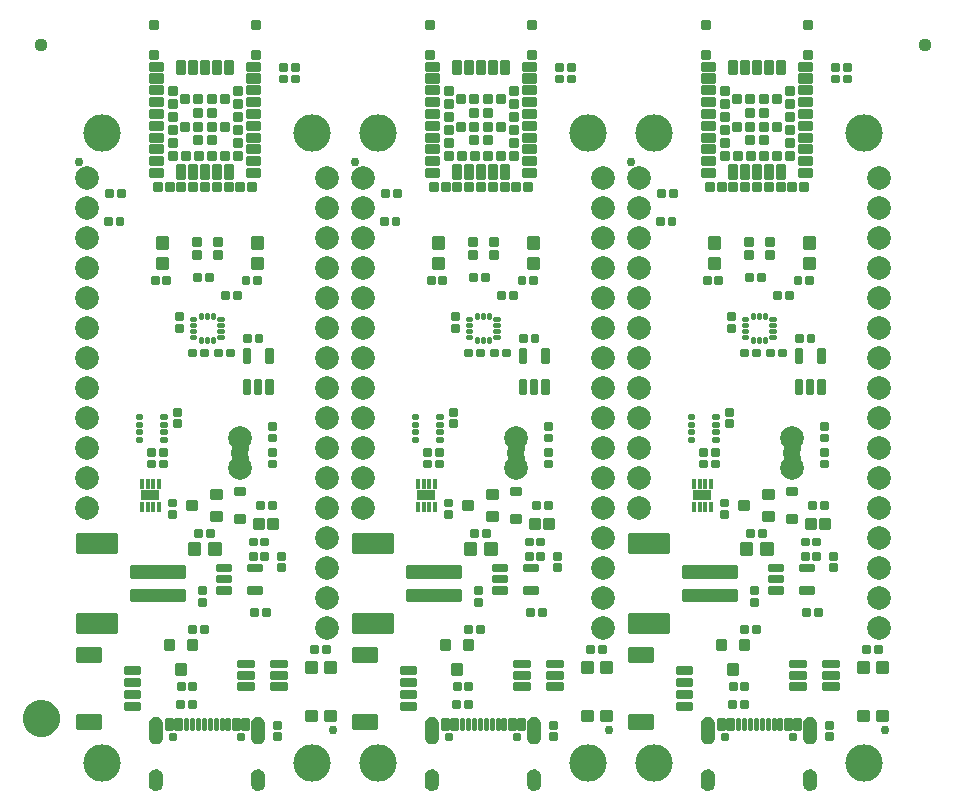
<source format=gts>
G04 EAGLE Gerber RS-274X export*
G75*
%MOMM*%
%FSLAX34Y34*%
%LPD*%
%INSoldermask Top*%
%IPPOS*%
%AMOC8*
5,1,8,0,0,1.08239X$1,22.5*%
G01*
%ADD10C,2.006600*%
%ADD11C,3.175000*%
%ADD12C,0.762000*%
%ADD13C,0.230578*%
%ADD14C,0.225369*%
%ADD15C,0.777000*%
%ADD16C,0.223409*%
%ADD17C,0.231559*%
%ADD18C,0.225400*%
%ADD19C,0.224509*%
%ADD20C,0.428259*%
%ADD21C,0.231750*%
%ADD22C,0.227100*%
%ADD23R,0.440000X0.840000*%
%ADD24R,1.520000X0.940000*%
%ADD25C,0.224709*%
%ADD26C,0.225938*%
%ADD27C,0.225588*%
%ADD28C,0.228959*%
%ADD29C,0.228600*%
%ADD30C,1.127000*%
%ADD31C,1.270000*%
%ADD32C,1.627000*%

G36*
X626144Y41359D02*
X626144Y41359D01*
X626150Y41365D01*
X626155Y41361D01*
X627385Y41726D01*
X627390Y41733D01*
X627395Y41731D01*
X628514Y42361D01*
X628517Y42368D01*
X628523Y42367D01*
X629473Y43230D01*
X629474Y43238D01*
X629480Y43238D01*
X630214Y44291D01*
X630214Y44299D01*
X630219Y44301D01*
X630701Y45491D01*
X630699Y45496D01*
X630703Y45499D01*
X630702Y45500D01*
X630704Y45501D01*
X630909Y46768D01*
X630906Y46773D01*
X630909Y46776D01*
X630909Y58776D01*
X630906Y58780D01*
X630909Y58783D01*
X630754Y59905D01*
X630749Y59910D01*
X630752Y59914D01*
X630381Y60985D01*
X630375Y60989D01*
X630377Y60994D01*
X629804Y61971D01*
X629798Y61974D01*
X629799Y61979D01*
X629046Y62826D01*
X629039Y62828D01*
X629039Y62833D01*
X628136Y63517D01*
X628129Y63517D01*
X628128Y63522D01*
X627109Y64017D01*
X627102Y64015D01*
X627100Y64020D01*
X626003Y64307D01*
X625997Y64304D01*
X625994Y64308D01*
X624863Y64375D01*
X624857Y64375D01*
X623726Y64308D01*
X623721Y64303D01*
X623717Y64307D01*
X622620Y64020D01*
X622616Y64014D01*
X622611Y64017D01*
X621592Y63522D01*
X621589Y63516D01*
X621584Y63517D01*
X620681Y62833D01*
X620679Y62826D01*
X620674Y62826D01*
X619921Y61979D01*
X619921Y61972D01*
X619916Y61971D01*
X619343Y60994D01*
X619344Y60991D01*
X619343Y60990D01*
X619344Y60989D01*
X619344Y60987D01*
X619339Y60985D01*
X618968Y59914D01*
X618970Y59909D01*
X618967Y59907D01*
X618967Y59906D01*
X618966Y59905D01*
X618811Y58783D01*
X618814Y58778D01*
X618811Y58776D01*
X618811Y46776D01*
X618814Y46771D01*
X618811Y46768D01*
X619016Y45501D01*
X619022Y45495D01*
X619019Y45491D01*
X619501Y44301D01*
X619508Y44297D01*
X619506Y44291D01*
X620240Y43238D01*
X620248Y43236D01*
X620247Y43230D01*
X621197Y42367D01*
X621206Y42366D01*
X621206Y42361D01*
X622325Y41731D01*
X622333Y41732D01*
X622335Y41726D01*
X623565Y41361D01*
X623573Y41364D01*
X623576Y41359D01*
X624857Y41277D01*
X624861Y41280D01*
X624863Y41277D01*
X626144Y41359D01*
G37*
G36*
X306064Y41359D02*
X306064Y41359D01*
X306070Y41365D01*
X306075Y41361D01*
X307305Y41726D01*
X307310Y41733D01*
X307315Y41731D01*
X308434Y42361D01*
X308437Y42368D01*
X308443Y42367D01*
X309393Y43230D01*
X309394Y43238D01*
X309400Y43238D01*
X310134Y44291D01*
X310134Y44299D01*
X310139Y44301D01*
X310621Y45491D01*
X310619Y45496D01*
X310623Y45499D01*
X310622Y45500D01*
X310624Y45501D01*
X310829Y46768D01*
X310826Y46773D01*
X310829Y46776D01*
X310829Y58776D01*
X310826Y58780D01*
X310829Y58783D01*
X310674Y59905D01*
X310669Y59910D01*
X310672Y59914D01*
X310301Y60985D01*
X310295Y60989D01*
X310297Y60994D01*
X309724Y61971D01*
X309718Y61974D01*
X309719Y61979D01*
X308966Y62826D01*
X308959Y62828D01*
X308959Y62833D01*
X308056Y63517D01*
X308049Y63517D01*
X308048Y63522D01*
X307029Y64017D01*
X307022Y64015D01*
X307020Y64020D01*
X305923Y64307D01*
X305917Y64304D01*
X305914Y64308D01*
X304783Y64375D01*
X304777Y64375D01*
X303646Y64308D01*
X303641Y64303D01*
X303637Y64307D01*
X302540Y64020D01*
X302536Y64014D01*
X302531Y64017D01*
X301512Y63522D01*
X301509Y63516D01*
X301504Y63517D01*
X300601Y62833D01*
X300599Y62826D01*
X300594Y62826D01*
X299841Y61979D01*
X299841Y61972D01*
X299836Y61971D01*
X299263Y60994D01*
X299264Y60991D01*
X299263Y60990D01*
X299264Y60989D01*
X299264Y60987D01*
X299259Y60985D01*
X298888Y59914D01*
X298890Y59909D01*
X298887Y59907D01*
X298887Y59906D01*
X298886Y59905D01*
X298731Y58783D01*
X298734Y58778D01*
X298731Y58776D01*
X298731Y46776D01*
X298734Y46771D01*
X298731Y46768D01*
X298936Y45501D01*
X298942Y45495D01*
X298939Y45491D01*
X299421Y44301D01*
X299428Y44297D01*
X299426Y44291D01*
X300160Y43238D01*
X300168Y43236D01*
X300167Y43230D01*
X301117Y42367D01*
X301126Y42366D01*
X301126Y42361D01*
X302245Y41731D01*
X302253Y41732D01*
X302255Y41726D01*
X303485Y41361D01*
X303493Y41364D01*
X303496Y41359D01*
X304777Y41277D01*
X304781Y41280D01*
X304783Y41277D01*
X306064Y41359D01*
G37*
G36*
X539744Y41359D02*
X539744Y41359D01*
X539750Y41365D01*
X539755Y41361D01*
X540985Y41726D01*
X540990Y41733D01*
X540995Y41731D01*
X542114Y42361D01*
X542117Y42368D01*
X542123Y42367D01*
X543073Y43230D01*
X543074Y43238D01*
X543080Y43238D01*
X543814Y44291D01*
X543814Y44299D01*
X543819Y44301D01*
X544301Y45491D01*
X544299Y45496D01*
X544303Y45499D01*
X544302Y45500D01*
X544304Y45501D01*
X544509Y46768D01*
X544506Y46773D01*
X544509Y46776D01*
X544509Y58776D01*
X544506Y58780D01*
X544509Y58783D01*
X544354Y59905D01*
X544349Y59910D01*
X544352Y59914D01*
X543981Y60985D01*
X543975Y60989D01*
X543977Y60994D01*
X543404Y61971D01*
X543398Y61974D01*
X543399Y61979D01*
X542646Y62826D01*
X542639Y62828D01*
X542639Y62833D01*
X541736Y63517D01*
X541729Y63517D01*
X541728Y63522D01*
X540709Y64017D01*
X540702Y64015D01*
X540700Y64020D01*
X539603Y64307D01*
X539597Y64304D01*
X539594Y64308D01*
X538463Y64375D01*
X538457Y64375D01*
X537326Y64308D01*
X537321Y64303D01*
X537317Y64307D01*
X536220Y64020D01*
X536216Y64014D01*
X536211Y64017D01*
X535192Y63522D01*
X535189Y63516D01*
X535184Y63517D01*
X534281Y62833D01*
X534279Y62826D01*
X534274Y62826D01*
X533521Y61979D01*
X533521Y61972D01*
X533516Y61971D01*
X532943Y60994D01*
X532944Y60991D01*
X532943Y60990D01*
X532944Y60989D01*
X532944Y60987D01*
X532939Y60985D01*
X532568Y59914D01*
X532570Y59909D01*
X532567Y59907D01*
X532567Y59906D01*
X532566Y59905D01*
X532411Y58783D01*
X532414Y58778D01*
X532411Y58776D01*
X532411Y46776D01*
X532414Y46771D01*
X532411Y46768D01*
X532616Y45501D01*
X532622Y45495D01*
X532619Y45491D01*
X533101Y44301D01*
X533108Y44297D01*
X533106Y44291D01*
X533840Y43238D01*
X533848Y43236D01*
X533847Y43230D01*
X534797Y42367D01*
X534806Y42366D01*
X534806Y42361D01*
X535925Y41731D01*
X535933Y41732D01*
X535935Y41726D01*
X537165Y41361D01*
X537173Y41364D01*
X537176Y41359D01*
X538457Y41277D01*
X538461Y41280D01*
X538463Y41277D01*
X539744Y41359D01*
G37*
G36*
X158784Y41359D02*
X158784Y41359D01*
X158790Y41365D01*
X158795Y41361D01*
X160025Y41726D01*
X160030Y41733D01*
X160035Y41731D01*
X161154Y42361D01*
X161157Y42368D01*
X161163Y42367D01*
X162113Y43230D01*
X162114Y43238D01*
X162120Y43238D01*
X162854Y44291D01*
X162854Y44299D01*
X162859Y44301D01*
X163341Y45491D01*
X163339Y45496D01*
X163343Y45499D01*
X163342Y45500D01*
X163344Y45501D01*
X163549Y46768D01*
X163546Y46773D01*
X163549Y46776D01*
X163549Y58776D01*
X163546Y58780D01*
X163549Y58783D01*
X163394Y59905D01*
X163389Y59910D01*
X163392Y59914D01*
X163021Y60985D01*
X163015Y60989D01*
X163017Y60994D01*
X162444Y61971D01*
X162438Y61974D01*
X162439Y61979D01*
X161686Y62826D01*
X161679Y62828D01*
X161679Y62833D01*
X160776Y63517D01*
X160769Y63517D01*
X160768Y63522D01*
X159749Y64017D01*
X159742Y64015D01*
X159740Y64020D01*
X158643Y64307D01*
X158637Y64304D01*
X158634Y64308D01*
X157503Y64375D01*
X157497Y64375D01*
X156366Y64308D01*
X156361Y64303D01*
X156357Y64307D01*
X155260Y64020D01*
X155256Y64014D01*
X155251Y64017D01*
X154232Y63522D01*
X154229Y63516D01*
X154224Y63517D01*
X153321Y62833D01*
X153319Y62826D01*
X153314Y62826D01*
X152561Y61979D01*
X152561Y61972D01*
X152556Y61971D01*
X151983Y60994D01*
X151984Y60991D01*
X151983Y60990D01*
X151984Y60989D01*
X151984Y60987D01*
X151979Y60985D01*
X151608Y59914D01*
X151610Y59909D01*
X151607Y59907D01*
X151607Y59906D01*
X151606Y59905D01*
X151451Y58783D01*
X151454Y58778D01*
X151451Y58776D01*
X151451Y46776D01*
X151454Y46771D01*
X151451Y46768D01*
X151656Y45501D01*
X151662Y45495D01*
X151659Y45491D01*
X152141Y44301D01*
X152148Y44297D01*
X152146Y44291D01*
X152880Y43238D01*
X152888Y43236D01*
X152887Y43230D01*
X153837Y42367D01*
X153846Y42366D01*
X153846Y42361D01*
X154965Y41731D01*
X154973Y41732D01*
X154975Y41726D01*
X156205Y41361D01*
X156213Y41364D01*
X156216Y41359D01*
X157497Y41277D01*
X157501Y41280D01*
X157503Y41277D01*
X158784Y41359D01*
G37*
G36*
X392464Y41359D02*
X392464Y41359D01*
X392470Y41365D01*
X392475Y41361D01*
X393705Y41726D01*
X393710Y41733D01*
X393715Y41731D01*
X394834Y42361D01*
X394837Y42368D01*
X394843Y42367D01*
X395793Y43230D01*
X395794Y43238D01*
X395800Y43238D01*
X396534Y44291D01*
X396534Y44299D01*
X396539Y44301D01*
X397021Y45491D01*
X397019Y45496D01*
X397023Y45499D01*
X397022Y45500D01*
X397024Y45501D01*
X397229Y46768D01*
X397226Y46773D01*
X397229Y46776D01*
X397229Y58776D01*
X397226Y58780D01*
X397229Y58783D01*
X397074Y59905D01*
X397069Y59910D01*
X397072Y59914D01*
X396701Y60985D01*
X396695Y60989D01*
X396697Y60994D01*
X396124Y61971D01*
X396118Y61974D01*
X396119Y61979D01*
X395366Y62826D01*
X395359Y62828D01*
X395359Y62833D01*
X394456Y63517D01*
X394449Y63517D01*
X394448Y63522D01*
X393429Y64017D01*
X393422Y64015D01*
X393420Y64020D01*
X392323Y64307D01*
X392317Y64304D01*
X392314Y64308D01*
X391183Y64375D01*
X391177Y64375D01*
X390046Y64308D01*
X390041Y64303D01*
X390037Y64307D01*
X388940Y64020D01*
X388936Y64014D01*
X388931Y64017D01*
X387912Y63522D01*
X387909Y63516D01*
X387904Y63517D01*
X387001Y62833D01*
X386999Y62826D01*
X386994Y62826D01*
X386241Y61979D01*
X386241Y61972D01*
X386236Y61971D01*
X385663Y60994D01*
X385664Y60991D01*
X385663Y60990D01*
X385664Y60989D01*
X385664Y60987D01*
X385659Y60985D01*
X385288Y59914D01*
X385290Y59909D01*
X385287Y59907D01*
X385287Y59906D01*
X385286Y59905D01*
X385131Y58783D01*
X385134Y58778D01*
X385131Y58776D01*
X385131Y46776D01*
X385134Y46771D01*
X385131Y46768D01*
X385336Y45501D01*
X385342Y45495D01*
X385339Y45491D01*
X385821Y44301D01*
X385828Y44297D01*
X385826Y44291D01*
X386560Y43238D01*
X386568Y43236D01*
X386567Y43230D01*
X387517Y42367D01*
X387526Y42366D01*
X387526Y42361D01*
X388645Y41731D01*
X388653Y41732D01*
X388655Y41726D01*
X389885Y41361D01*
X389893Y41364D01*
X389896Y41359D01*
X391177Y41277D01*
X391181Y41280D01*
X391183Y41277D01*
X392464Y41359D01*
G37*
G36*
X72384Y41359D02*
X72384Y41359D01*
X72390Y41365D01*
X72395Y41361D01*
X73625Y41726D01*
X73630Y41733D01*
X73635Y41731D01*
X74754Y42361D01*
X74757Y42368D01*
X74763Y42367D01*
X75713Y43230D01*
X75714Y43238D01*
X75720Y43238D01*
X76454Y44291D01*
X76454Y44299D01*
X76459Y44301D01*
X76941Y45491D01*
X76939Y45496D01*
X76943Y45499D01*
X76942Y45500D01*
X76944Y45501D01*
X77149Y46768D01*
X77146Y46773D01*
X77149Y46776D01*
X77149Y58776D01*
X77146Y58780D01*
X77149Y58783D01*
X76994Y59905D01*
X76989Y59910D01*
X76992Y59914D01*
X76621Y60985D01*
X76615Y60989D01*
X76617Y60994D01*
X76044Y61971D01*
X76038Y61974D01*
X76039Y61979D01*
X75286Y62826D01*
X75279Y62828D01*
X75279Y62833D01*
X74376Y63517D01*
X74369Y63517D01*
X74368Y63522D01*
X73349Y64017D01*
X73342Y64015D01*
X73340Y64020D01*
X72243Y64307D01*
X72237Y64304D01*
X72234Y64308D01*
X71103Y64375D01*
X71097Y64375D01*
X69966Y64308D01*
X69961Y64303D01*
X69957Y64307D01*
X68860Y64020D01*
X68856Y64014D01*
X68851Y64017D01*
X67832Y63522D01*
X67829Y63516D01*
X67824Y63517D01*
X66921Y62833D01*
X66919Y62826D01*
X66914Y62826D01*
X66161Y61979D01*
X66161Y61972D01*
X66156Y61971D01*
X65583Y60994D01*
X65584Y60991D01*
X65583Y60990D01*
X65584Y60989D01*
X65584Y60987D01*
X65579Y60985D01*
X65208Y59914D01*
X65210Y59909D01*
X65207Y59907D01*
X65207Y59906D01*
X65206Y59905D01*
X65051Y58783D01*
X65054Y58778D01*
X65051Y58776D01*
X65051Y46776D01*
X65054Y46771D01*
X65051Y46768D01*
X65256Y45501D01*
X65262Y45495D01*
X65259Y45491D01*
X65741Y44301D01*
X65748Y44297D01*
X65746Y44291D01*
X66480Y43238D01*
X66488Y43236D01*
X66487Y43230D01*
X67437Y42367D01*
X67446Y42366D01*
X67446Y42361D01*
X68565Y41731D01*
X68573Y41732D01*
X68575Y41726D01*
X69805Y41361D01*
X69813Y41364D01*
X69816Y41359D01*
X71097Y41277D01*
X71101Y41280D01*
X71103Y41277D01*
X72384Y41359D01*
G37*
G36*
X392351Y2087D02*
X392351Y2087D01*
X392356Y2092D01*
X392360Y2089D01*
X393483Y2424D01*
X393487Y2430D01*
X393491Y2428D01*
X394527Y2976D01*
X394530Y2982D01*
X394535Y2981D01*
X395443Y3720D01*
X395445Y3727D01*
X395450Y3727D01*
X396197Y4629D01*
X396197Y4637D01*
X396203Y4637D01*
X396759Y5668D01*
X396758Y5675D01*
X396763Y5677D01*
X397107Y6796D01*
X397105Y6803D01*
X397109Y6806D01*
X397229Y7971D01*
X397227Y7974D01*
X397229Y7976D01*
X397229Y13976D01*
X397227Y13979D01*
X397229Y13981D01*
X397118Y15157D01*
X397113Y15162D01*
X397116Y15166D01*
X396778Y16298D01*
X396772Y16302D01*
X396774Y16307D01*
X396222Y17351D01*
X396215Y17354D01*
X396217Y17359D01*
X395471Y18275D01*
X395464Y18276D01*
X395464Y18282D01*
X394555Y19035D01*
X394547Y19035D01*
X394547Y19040D01*
X393507Y19601D01*
X393500Y19600D01*
X393498Y19605D01*
X392369Y19952D01*
X392363Y19950D01*
X392360Y19954D01*
X391185Y20075D01*
X391178Y20071D01*
X391174Y20075D01*
X389834Y19918D01*
X389828Y19913D01*
X389823Y19916D01*
X388552Y19465D01*
X388547Y19458D01*
X388542Y19460D01*
X387403Y18738D01*
X387400Y18730D01*
X387394Y18731D01*
X386444Y17773D01*
X386443Y17765D01*
X386437Y17764D01*
X385724Y16619D01*
X385725Y16611D01*
X385719Y16609D01*
X385279Y15333D01*
X385281Y15326D01*
X385277Y15323D01*
X385131Y13981D01*
X385133Y13978D01*
X385131Y13976D01*
X385131Y7976D01*
X385133Y7973D01*
X385131Y7970D01*
X385286Y6641D01*
X385292Y6635D01*
X385289Y6631D01*
X385736Y5370D01*
X385743Y5365D01*
X385741Y5360D01*
X386458Y4230D01*
X386465Y4227D01*
X386464Y4221D01*
X387415Y3279D01*
X387423Y3278D01*
X387423Y3272D01*
X388559Y2565D01*
X388567Y2566D01*
X388569Y2560D01*
X389834Y2124D01*
X389839Y2125D01*
X389840Y2125D01*
X389843Y2125D01*
X389845Y2121D01*
X391175Y1977D01*
X391181Y1981D01*
X391185Y1977D01*
X392351Y2087D01*
G37*
G36*
X626031Y2087D02*
X626031Y2087D01*
X626036Y2092D01*
X626040Y2089D01*
X627163Y2424D01*
X627167Y2430D01*
X627171Y2428D01*
X628207Y2976D01*
X628210Y2982D01*
X628215Y2981D01*
X629123Y3720D01*
X629125Y3727D01*
X629130Y3727D01*
X629877Y4629D01*
X629877Y4637D01*
X629883Y4637D01*
X630439Y5668D01*
X630438Y5675D01*
X630443Y5677D01*
X630787Y6796D01*
X630785Y6803D01*
X630789Y6806D01*
X630909Y7971D01*
X630907Y7974D01*
X630909Y7976D01*
X630909Y13976D01*
X630907Y13979D01*
X630909Y13981D01*
X630798Y15157D01*
X630793Y15162D01*
X630796Y15166D01*
X630458Y16298D01*
X630452Y16302D01*
X630454Y16307D01*
X629902Y17351D01*
X629895Y17354D01*
X629897Y17359D01*
X629151Y18275D01*
X629144Y18276D01*
X629144Y18282D01*
X628235Y19035D01*
X628227Y19035D01*
X628227Y19040D01*
X627187Y19601D01*
X627180Y19600D01*
X627178Y19605D01*
X626049Y19952D01*
X626043Y19950D01*
X626040Y19954D01*
X624865Y20075D01*
X624858Y20071D01*
X624854Y20075D01*
X623514Y19918D01*
X623508Y19913D01*
X623503Y19916D01*
X622232Y19465D01*
X622227Y19458D01*
X622222Y19460D01*
X621083Y18738D01*
X621080Y18730D01*
X621074Y18731D01*
X620124Y17773D01*
X620123Y17765D01*
X620117Y17764D01*
X619404Y16619D01*
X619405Y16611D01*
X619399Y16609D01*
X618959Y15333D01*
X618961Y15326D01*
X618957Y15323D01*
X618811Y13981D01*
X618813Y13978D01*
X618811Y13976D01*
X618811Y7976D01*
X618813Y7973D01*
X618811Y7970D01*
X618966Y6641D01*
X618972Y6635D01*
X618969Y6631D01*
X619416Y5370D01*
X619423Y5365D01*
X619421Y5360D01*
X620138Y4230D01*
X620145Y4227D01*
X620144Y4221D01*
X621095Y3279D01*
X621103Y3278D01*
X621103Y3272D01*
X622239Y2565D01*
X622247Y2566D01*
X622249Y2560D01*
X623514Y2124D01*
X623519Y2125D01*
X623520Y2125D01*
X623523Y2125D01*
X623525Y2121D01*
X624855Y1977D01*
X624861Y1981D01*
X624865Y1977D01*
X626031Y2087D01*
G37*
G36*
X158671Y2087D02*
X158671Y2087D01*
X158676Y2092D01*
X158680Y2089D01*
X159803Y2424D01*
X159807Y2430D01*
X159811Y2428D01*
X160847Y2976D01*
X160850Y2982D01*
X160855Y2981D01*
X161763Y3720D01*
X161765Y3727D01*
X161770Y3727D01*
X162517Y4629D01*
X162517Y4637D01*
X162523Y4637D01*
X163079Y5668D01*
X163078Y5675D01*
X163083Y5677D01*
X163427Y6796D01*
X163425Y6803D01*
X163429Y6806D01*
X163549Y7971D01*
X163547Y7974D01*
X163549Y7976D01*
X163549Y13976D01*
X163547Y13979D01*
X163549Y13981D01*
X163438Y15157D01*
X163433Y15162D01*
X163436Y15166D01*
X163098Y16298D01*
X163092Y16302D01*
X163094Y16307D01*
X162542Y17351D01*
X162535Y17354D01*
X162537Y17359D01*
X161791Y18275D01*
X161784Y18276D01*
X161784Y18282D01*
X160875Y19035D01*
X160867Y19035D01*
X160867Y19040D01*
X159827Y19601D01*
X159820Y19600D01*
X159818Y19605D01*
X158689Y19952D01*
X158683Y19950D01*
X158680Y19954D01*
X157505Y20075D01*
X157498Y20071D01*
X157494Y20075D01*
X156154Y19918D01*
X156148Y19913D01*
X156143Y19916D01*
X154872Y19465D01*
X154867Y19458D01*
X154862Y19460D01*
X153723Y18738D01*
X153720Y18730D01*
X153714Y18731D01*
X152764Y17773D01*
X152763Y17765D01*
X152757Y17764D01*
X152044Y16619D01*
X152045Y16611D01*
X152039Y16609D01*
X151599Y15333D01*
X151601Y15326D01*
X151597Y15323D01*
X151451Y13981D01*
X151453Y13978D01*
X151451Y13976D01*
X151451Y7976D01*
X151453Y7973D01*
X151451Y7970D01*
X151606Y6641D01*
X151612Y6635D01*
X151609Y6631D01*
X152056Y5370D01*
X152063Y5365D01*
X152061Y5360D01*
X152778Y4230D01*
X152785Y4227D01*
X152784Y4221D01*
X153735Y3279D01*
X153743Y3278D01*
X153743Y3272D01*
X154879Y2565D01*
X154887Y2566D01*
X154889Y2560D01*
X156154Y2124D01*
X156159Y2125D01*
X156160Y2125D01*
X156163Y2125D01*
X156165Y2121D01*
X157495Y1977D01*
X157501Y1981D01*
X157505Y1977D01*
X158671Y2087D01*
G37*
G36*
X72271Y2087D02*
X72271Y2087D01*
X72276Y2092D01*
X72280Y2089D01*
X73403Y2424D01*
X73407Y2430D01*
X73411Y2428D01*
X74447Y2976D01*
X74450Y2982D01*
X74455Y2981D01*
X75363Y3720D01*
X75365Y3727D01*
X75370Y3727D01*
X76117Y4629D01*
X76117Y4637D01*
X76123Y4637D01*
X76679Y5668D01*
X76678Y5675D01*
X76683Y5677D01*
X77027Y6796D01*
X77025Y6803D01*
X77029Y6806D01*
X77149Y7971D01*
X77147Y7974D01*
X77149Y7976D01*
X77149Y13976D01*
X77147Y13979D01*
X77149Y13981D01*
X77038Y15157D01*
X77033Y15162D01*
X77036Y15166D01*
X76698Y16298D01*
X76692Y16302D01*
X76694Y16307D01*
X76142Y17351D01*
X76135Y17354D01*
X76137Y17359D01*
X75391Y18275D01*
X75384Y18276D01*
X75384Y18282D01*
X74475Y19035D01*
X74467Y19035D01*
X74467Y19040D01*
X73427Y19601D01*
X73420Y19600D01*
X73418Y19605D01*
X72289Y19952D01*
X72283Y19950D01*
X72280Y19954D01*
X71105Y20075D01*
X71098Y20071D01*
X71094Y20075D01*
X69754Y19918D01*
X69748Y19913D01*
X69743Y19916D01*
X68472Y19465D01*
X68467Y19458D01*
X68462Y19460D01*
X67323Y18738D01*
X67320Y18730D01*
X67314Y18731D01*
X66364Y17773D01*
X66363Y17765D01*
X66357Y17764D01*
X65644Y16619D01*
X65645Y16611D01*
X65639Y16609D01*
X65199Y15333D01*
X65201Y15326D01*
X65197Y15323D01*
X65051Y13981D01*
X65053Y13978D01*
X65051Y13976D01*
X65051Y7976D01*
X65053Y7973D01*
X65051Y7970D01*
X65206Y6641D01*
X65212Y6635D01*
X65209Y6631D01*
X65656Y5370D01*
X65663Y5365D01*
X65661Y5360D01*
X66378Y4230D01*
X66385Y4227D01*
X66384Y4221D01*
X67335Y3279D01*
X67343Y3278D01*
X67343Y3272D01*
X68479Y2565D01*
X68487Y2566D01*
X68489Y2560D01*
X69754Y2124D01*
X69759Y2125D01*
X69760Y2125D01*
X69763Y2125D01*
X69765Y2121D01*
X71095Y1977D01*
X71101Y1981D01*
X71105Y1977D01*
X72271Y2087D01*
G37*
G36*
X539631Y2087D02*
X539631Y2087D01*
X539636Y2092D01*
X539640Y2089D01*
X540763Y2424D01*
X540767Y2430D01*
X540771Y2428D01*
X541807Y2976D01*
X541810Y2982D01*
X541815Y2981D01*
X542723Y3720D01*
X542725Y3727D01*
X542730Y3727D01*
X543477Y4629D01*
X543477Y4637D01*
X543483Y4637D01*
X544039Y5668D01*
X544038Y5675D01*
X544043Y5677D01*
X544387Y6796D01*
X544385Y6803D01*
X544389Y6806D01*
X544509Y7971D01*
X544507Y7974D01*
X544509Y7976D01*
X544509Y13976D01*
X544507Y13979D01*
X544509Y13981D01*
X544398Y15157D01*
X544393Y15162D01*
X544396Y15166D01*
X544058Y16298D01*
X544052Y16302D01*
X544054Y16307D01*
X543502Y17351D01*
X543495Y17354D01*
X543497Y17359D01*
X542751Y18275D01*
X542744Y18276D01*
X542744Y18282D01*
X541835Y19035D01*
X541827Y19035D01*
X541827Y19040D01*
X540787Y19601D01*
X540780Y19600D01*
X540778Y19605D01*
X539649Y19952D01*
X539643Y19950D01*
X539640Y19954D01*
X538465Y20075D01*
X538458Y20071D01*
X538454Y20075D01*
X537114Y19918D01*
X537108Y19913D01*
X537103Y19916D01*
X535832Y19465D01*
X535827Y19458D01*
X535822Y19460D01*
X534683Y18738D01*
X534680Y18730D01*
X534674Y18731D01*
X533724Y17773D01*
X533723Y17765D01*
X533717Y17764D01*
X533004Y16619D01*
X533005Y16611D01*
X532999Y16609D01*
X532559Y15333D01*
X532561Y15326D01*
X532557Y15323D01*
X532411Y13981D01*
X532413Y13978D01*
X532411Y13976D01*
X532411Y7976D01*
X532413Y7973D01*
X532411Y7970D01*
X532566Y6641D01*
X532572Y6635D01*
X532569Y6631D01*
X533016Y5370D01*
X533023Y5365D01*
X533021Y5360D01*
X533738Y4230D01*
X533745Y4227D01*
X533744Y4221D01*
X534695Y3279D01*
X534703Y3278D01*
X534703Y3272D01*
X535839Y2565D01*
X535847Y2566D01*
X535849Y2560D01*
X537114Y2124D01*
X537119Y2125D01*
X537120Y2125D01*
X537123Y2125D01*
X537125Y2121D01*
X538455Y1977D01*
X538461Y1981D01*
X538465Y1977D01*
X539631Y2087D01*
G37*
G36*
X305951Y2087D02*
X305951Y2087D01*
X305956Y2092D01*
X305960Y2089D01*
X307083Y2424D01*
X307087Y2430D01*
X307091Y2428D01*
X308127Y2976D01*
X308130Y2982D01*
X308135Y2981D01*
X309043Y3720D01*
X309045Y3727D01*
X309050Y3727D01*
X309797Y4629D01*
X309797Y4637D01*
X309803Y4637D01*
X310359Y5668D01*
X310358Y5675D01*
X310363Y5677D01*
X310707Y6796D01*
X310705Y6803D01*
X310709Y6806D01*
X310829Y7971D01*
X310827Y7974D01*
X310829Y7976D01*
X310829Y13976D01*
X310827Y13979D01*
X310829Y13981D01*
X310718Y15157D01*
X310713Y15162D01*
X310716Y15166D01*
X310378Y16298D01*
X310372Y16302D01*
X310374Y16307D01*
X309822Y17351D01*
X309815Y17354D01*
X309817Y17359D01*
X309071Y18275D01*
X309064Y18276D01*
X309064Y18282D01*
X308155Y19035D01*
X308147Y19035D01*
X308147Y19040D01*
X307107Y19601D01*
X307100Y19600D01*
X307098Y19605D01*
X305969Y19952D01*
X305963Y19950D01*
X305960Y19954D01*
X304785Y20075D01*
X304778Y20071D01*
X304774Y20075D01*
X303434Y19918D01*
X303428Y19913D01*
X303423Y19916D01*
X302152Y19465D01*
X302147Y19458D01*
X302142Y19460D01*
X301003Y18738D01*
X301000Y18730D01*
X300994Y18731D01*
X300044Y17773D01*
X300043Y17765D01*
X300037Y17764D01*
X299324Y16619D01*
X299325Y16611D01*
X299319Y16609D01*
X298879Y15333D01*
X298881Y15326D01*
X298877Y15323D01*
X298731Y13981D01*
X298733Y13978D01*
X298731Y13976D01*
X298731Y7976D01*
X298733Y7973D01*
X298731Y7970D01*
X298886Y6641D01*
X298892Y6635D01*
X298889Y6631D01*
X299336Y5370D01*
X299343Y5365D01*
X299341Y5360D01*
X300058Y4230D01*
X300065Y4227D01*
X300064Y4221D01*
X301015Y3279D01*
X301023Y3278D01*
X301023Y3272D01*
X302159Y2565D01*
X302167Y2566D01*
X302169Y2560D01*
X303434Y2124D01*
X303439Y2125D01*
X303440Y2125D01*
X303443Y2125D01*
X303445Y2121D01*
X304775Y1977D01*
X304781Y1981D01*
X304785Y1977D01*
X305951Y2087D01*
G37*
G36*
X382349Y285472D02*
X382349Y285472D01*
X382415Y285474D01*
X382458Y285492D01*
X382505Y285500D01*
X382562Y285534D01*
X382622Y285559D01*
X382657Y285590D01*
X382698Y285615D01*
X382740Y285666D01*
X382788Y285710D01*
X382810Y285752D01*
X382839Y285789D01*
X382860Y285851D01*
X382891Y285910D01*
X382899Y285964D01*
X382911Y286001D01*
X382910Y286041D01*
X382918Y286095D01*
X382918Y289905D01*
X382907Y289970D01*
X382905Y290036D01*
X382887Y290079D01*
X382879Y290126D01*
X382845Y290183D01*
X382820Y290243D01*
X382789Y290278D01*
X382764Y290319D01*
X382713Y290361D01*
X382669Y290409D01*
X382627Y290431D01*
X382590Y290460D01*
X382528Y290481D01*
X382469Y290512D01*
X382415Y290520D01*
X382378Y290532D01*
X382338Y290531D01*
X382284Y290539D01*
X369076Y290539D01*
X369011Y290528D01*
X368945Y290526D01*
X368902Y290508D01*
X368855Y290500D01*
X368798Y290466D01*
X368738Y290441D01*
X368703Y290410D01*
X368662Y290385D01*
X368621Y290334D01*
X368572Y290290D01*
X368550Y290248D01*
X368521Y290211D01*
X368500Y290149D01*
X368469Y290090D01*
X368461Y290036D01*
X368449Y289999D01*
X368449Y289995D01*
X368449Y289994D01*
X368450Y289959D01*
X368442Y289905D01*
X368442Y286095D01*
X368453Y286030D01*
X368455Y285964D01*
X368473Y285921D01*
X368481Y285874D01*
X368515Y285817D01*
X368540Y285757D01*
X368571Y285722D01*
X368596Y285681D01*
X368647Y285640D01*
X368691Y285591D01*
X368733Y285569D01*
X368770Y285540D01*
X368832Y285519D01*
X368891Y285488D01*
X368945Y285480D01*
X368982Y285468D01*
X369022Y285469D01*
X369076Y285461D01*
X382284Y285461D01*
X382349Y285472D01*
G37*
G36*
X148669Y285472D02*
X148669Y285472D01*
X148735Y285474D01*
X148778Y285492D01*
X148825Y285500D01*
X148882Y285534D01*
X148942Y285559D01*
X148977Y285590D01*
X149018Y285615D01*
X149060Y285666D01*
X149108Y285710D01*
X149130Y285752D01*
X149159Y285789D01*
X149180Y285851D01*
X149211Y285910D01*
X149219Y285964D01*
X149231Y286001D01*
X149230Y286041D01*
X149238Y286095D01*
X149238Y289905D01*
X149227Y289970D01*
X149225Y290036D01*
X149207Y290079D01*
X149199Y290126D01*
X149165Y290183D01*
X149140Y290243D01*
X149109Y290278D01*
X149084Y290319D01*
X149033Y290361D01*
X148989Y290409D01*
X148947Y290431D01*
X148910Y290460D01*
X148848Y290481D01*
X148789Y290512D01*
X148735Y290520D01*
X148698Y290532D01*
X148658Y290531D01*
X148604Y290539D01*
X135396Y290539D01*
X135331Y290528D01*
X135265Y290526D01*
X135222Y290508D01*
X135175Y290500D01*
X135118Y290466D01*
X135058Y290441D01*
X135023Y290410D01*
X134982Y290385D01*
X134941Y290334D01*
X134892Y290290D01*
X134870Y290248D01*
X134841Y290211D01*
X134820Y290149D01*
X134789Y290090D01*
X134781Y290036D01*
X134769Y289999D01*
X134769Y289995D01*
X134769Y289994D01*
X134770Y289959D01*
X134762Y289905D01*
X134762Y286095D01*
X134773Y286030D01*
X134775Y285964D01*
X134793Y285921D01*
X134801Y285874D01*
X134835Y285817D01*
X134860Y285757D01*
X134891Y285722D01*
X134916Y285681D01*
X134967Y285640D01*
X135011Y285591D01*
X135053Y285569D01*
X135090Y285540D01*
X135152Y285519D01*
X135211Y285488D01*
X135265Y285480D01*
X135302Y285468D01*
X135342Y285469D01*
X135396Y285461D01*
X148604Y285461D01*
X148669Y285472D01*
G37*
G36*
X616029Y285472D02*
X616029Y285472D01*
X616095Y285474D01*
X616138Y285492D01*
X616185Y285500D01*
X616242Y285534D01*
X616302Y285559D01*
X616337Y285590D01*
X616378Y285615D01*
X616420Y285666D01*
X616468Y285710D01*
X616490Y285752D01*
X616519Y285789D01*
X616540Y285851D01*
X616571Y285910D01*
X616579Y285964D01*
X616591Y286001D01*
X616590Y286041D01*
X616598Y286095D01*
X616598Y289905D01*
X616587Y289970D01*
X616585Y290036D01*
X616567Y290079D01*
X616559Y290126D01*
X616525Y290183D01*
X616500Y290243D01*
X616469Y290278D01*
X616444Y290319D01*
X616393Y290361D01*
X616349Y290409D01*
X616307Y290431D01*
X616270Y290460D01*
X616208Y290481D01*
X616149Y290512D01*
X616095Y290520D01*
X616058Y290532D01*
X616018Y290531D01*
X615964Y290539D01*
X602756Y290539D01*
X602691Y290528D01*
X602625Y290526D01*
X602582Y290508D01*
X602535Y290500D01*
X602478Y290466D01*
X602418Y290441D01*
X602383Y290410D01*
X602342Y290385D01*
X602301Y290334D01*
X602252Y290290D01*
X602230Y290248D01*
X602201Y290211D01*
X602180Y290149D01*
X602149Y290090D01*
X602141Y290036D01*
X602129Y289999D01*
X602129Y289995D01*
X602129Y289994D01*
X602130Y289959D01*
X602122Y289905D01*
X602122Y286095D01*
X602133Y286030D01*
X602135Y285964D01*
X602153Y285921D01*
X602161Y285874D01*
X602195Y285817D01*
X602220Y285757D01*
X602251Y285722D01*
X602276Y285681D01*
X602327Y285640D01*
X602371Y285591D01*
X602413Y285569D01*
X602450Y285540D01*
X602512Y285519D01*
X602571Y285488D01*
X602625Y285480D01*
X602662Y285468D01*
X602702Y285469D01*
X602756Y285461D01*
X615964Y285461D01*
X616029Y285472D01*
G37*
D10*
X215900Y520700D03*
X215900Y495300D03*
X215900Y469900D03*
X215900Y444500D03*
X215900Y419100D03*
X215900Y393700D03*
X215900Y368300D03*
X215900Y342900D03*
X215900Y317500D03*
X215900Y292100D03*
X215900Y266700D03*
X215900Y241300D03*
X215900Y215900D03*
X215900Y190500D03*
X215900Y165100D03*
X215900Y139700D03*
X12700Y241300D03*
X12700Y266700D03*
X12700Y292100D03*
X12700Y317500D03*
X12700Y342900D03*
X12700Y368300D03*
X12700Y393700D03*
X12700Y419100D03*
X12700Y444500D03*
X12700Y469900D03*
X12700Y495300D03*
X12700Y520700D03*
D11*
X25400Y25400D03*
X203200Y25400D03*
X203200Y558800D03*
X25400Y558800D03*
D12*
X6000Y534000D03*
X221000Y53000D03*
D13*
X122782Y54094D02*
X120818Y54094D01*
X120818Y63058D01*
X122782Y63058D01*
X122782Y54094D01*
X122782Y56285D02*
X120818Y56285D01*
X120818Y58476D02*
X122782Y58476D01*
X122782Y60667D02*
X120818Y60667D01*
X120818Y62858D02*
X122782Y62858D01*
X117782Y54094D02*
X115818Y54094D01*
X115818Y63058D01*
X117782Y63058D01*
X117782Y54094D01*
X117782Y56285D02*
X115818Y56285D01*
X115818Y58476D02*
X117782Y58476D01*
X117782Y60667D02*
X115818Y60667D01*
X115818Y62858D02*
X117782Y62858D01*
D14*
X144042Y54068D02*
X149058Y54068D01*
X144042Y54068D02*
X144042Y63084D01*
X149058Y63084D01*
X149058Y54068D01*
X149058Y56209D02*
X144042Y56209D01*
X144042Y58350D02*
X149058Y58350D01*
X149058Y60491D02*
X144042Y60491D01*
X144042Y62632D02*
X149058Y62632D01*
X141308Y54068D02*
X136292Y54068D01*
X136292Y63084D01*
X141308Y63084D01*
X141308Y54068D01*
X141308Y56209D02*
X136292Y56209D01*
X136292Y58350D02*
X141308Y58350D01*
X141308Y60491D02*
X136292Y60491D01*
X136292Y62632D02*
X141308Y62632D01*
D13*
X132782Y54094D02*
X130818Y54094D01*
X130818Y63058D01*
X132782Y63058D01*
X132782Y54094D01*
X132782Y56285D02*
X130818Y56285D01*
X130818Y58476D02*
X132782Y58476D01*
X132782Y60667D02*
X130818Y60667D01*
X130818Y62858D02*
X132782Y62858D01*
X127782Y54094D02*
X125818Y54094D01*
X125818Y63058D01*
X127782Y63058D01*
X127782Y54094D01*
X127782Y56285D02*
X125818Y56285D01*
X125818Y58476D02*
X127782Y58476D01*
X127782Y60667D02*
X125818Y60667D01*
X125818Y62858D02*
X127782Y62858D01*
X107782Y63058D02*
X105818Y63058D01*
X107782Y63058D02*
X107782Y54094D01*
X105818Y54094D01*
X105818Y63058D01*
X105818Y56285D02*
X107782Y56285D01*
X107782Y58476D02*
X105818Y58476D01*
X105818Y60667D02*
X107782Y60667D01*
X107782Y62858D02*
X105818Y62858D01*
X110818Y63058D02*
X112782Y63058D01*
X112782Y54094D01*
X110818Y54094D01*
X110818Y63058D01*
X110818Y56285D02*
X112782Y56285D01*
X112782Y58476D02*
X110818Y58476D01*
X110818Y60667D02*
X112782Y60667D01*
X112782Y62858D02*
X110818Y62858D01*
D14*
X84558Y63084D02*
X79542Y63084D01*
X84558Y63084D02*
X84558Y54068D01*
X79542Y54068D01*
X79542Y63084D01*
X79542Y56209D02*
X84558Y56209D01*
X84558Y58350D02*
X79542Y58350D01*
X79542Y60491D02*
X84558Y60491D01*
X84558Y62632D02*
X79542Y62632D01*
X87292Y63084D02*
X92308Y63084D01*
X92308Y54068D01*
X87292Y54068D01*
X87292Y63084D01*
X87292Y56209D02*
X92308Y56209D01*
X92308Y58350D02*
X87292Y58350D01*
X87292Y60491D02*
X92308Y60491D01*
X92308Y62632D02*
X87292Y62632D01*
D13*
X95818Y63058D02*
X97782Y63058D01*
X97782Y54094D01*
X95818Y54094D01*
X95818Y63058D01*
X95818Y56285D02*
X97782Y56285D01*
X97782Y58476D02*
X95818Y58476D01*
X95818Y60667D02*
X97782Y60667D01*
X97782Y62858D02*
X95818Y62858D01*
X100818Y63058D02*
X102782Y63058D01*
X102782Y54094D01*
X100818Y54094D01*
X100818Y63058D01*
X100818Y56285D02*
X102782Y56285D01*
X102782Y58476D02*
X100818Y58476D01*
X100818Y60667D02*
X102782Y60667D01*
X102782Y62858D02*
X100818Y62858D01*
D15*
X85400Y47526D03*
X143200Y47526D03*
D16*
X181019Y88232D02*
X181019Y92768D01*
X181019Y88232D02*
X168483Y88232D01*
X168483Y92768D01*
X181019Y92768D01*
X181019Y90354D02*
X168483Y90354D01*
X168483Y92476D02*
X181019Y92476D01*
X181019Y97732D02*
X181019Y102268D01*
X181019Y97732D02*
X168483Y97732D01*
X168483Y102268D01*
X181019Y102268D01*
X181019Y99854D02*
X168483Y99854D01*
X168483Y101976D02*
X181019Y101976D01*
X181019Y107232D02*
X181019Y111768D01*
X181019Y107232D02*
X168483Y107232D01*
X168483Y111768D01*
X181019Y111768D01*
X181019Y109354D02*
X168483Y109354D01*
X168483Y111476D02*
X181019Y111476D01*
X153517Y111768D02*
X153517Y107232D01*
X140981Y107232D01*
X140981Y111768D01*
X153517Y111768D01*
X153517Y109354D02*
X140981Y109354D01*
X140981Y111476D02*
X153517Y111476D01*
X153517Y102268D02*
X153517Y97732D01*
X140981Y97732D01*
X140981Y102268D01*
X153517Y102268D01*
X153517Y99854D02*
X140981Y99854D01*
X140981Y101976D02*
X153517Y101976D01*
X153517Y92768D02*
X153517Y88232D01*
X140981Y88232D01*
X140981Y92768D01*
X153517Y92768D01*
X153517Y90354D02*
X140981Y90354D01*
X140981Y92476D02*
X153517Y92476D01*
D14*
X171492Y60508D02*
X171492Y55492D01*
X171492Y60508D02*
X176508Y60508D01*
X176508Y55492D01*
X171492Y55492D01*
X171492Y57633D02*
X176508Y57633D01*
X176508Y59774D02*
X171492Y59774D01*
X171492Y50508D02*
X171492Y45492D01*
X171492Y50508D02*
X176508Y50508D01*
X176508Y45492D01*
X171492Y45492D01*
X171492Y47633D02*
X176508Y47633D01*
X176508Y49774D02*
X171492Y49774D01*
X94308Y72692D02*
X89292Y72692D01*
X89292Y77708D01*
X94308Y77708D01*
X94308Y72692D01*
X94308Y74833D02*
X89292Y74833D01*
X89292Y76974D02*
X94308Y76974D01*
X99292Y72692D02*
X104308Y72692D01*
X99292Y72692D02*
X99292Y77708D01*
X104308Y77708D01*
X104308Y72692D01*
X104308Y74833D02*
X99292Y74833D01*
X99292Y76974D02*
X104308Y76974D01*
D17*
X148323Y522423D02*
X148323Y528377D01*
X158777Y528377D01*
X158777Y522423D01*
X148323Y522423D01*
X148323Y524623D02*
X158777Y524623D01*
X158777Y526823D02*
X148323Y526823D01*
X148323Y532423D02*
X148323Y538377D01*
X158777Y538377D01*
X158777Y532423D01*
X148323Y532423D01*
X148323Y534623D02*
X158777Y534623D01*
X158777Y536823D02*
X148323Y536823D01*
X148323Y542423D02*
X148323Y548377D01*
X158777Y548377D01*
X158777Y542423D01*
X148323Y542423D01*
X148323Y544623D02*
X158777Y544623D01*
X158777Y546823D02*
X148323Y546823D01*
X148323Y552423D02*
X148323Y558377D01*
X158777Y558377D01*
X158777Y552423D01*
X148323Y552423D01*
X148323Y554623D02*
X158777Y554623D01*
X158777Y556823D02*
X148323Y556823D01*
X148323Y562423D02*
X148323Y568377D01*
X158777Y568377D01*
X158777Y562423D01*
X148323Y562423D01*
X148323Y564623D02*
X158777Y564623D01*
X158777Y566823D02*
X148323Y566823D01*
X148323Y572423D02*
X148323Y578377D01*
X158777Y578377D01*
X158777Y572423D01*
X148323Y572423D01*
X148323Y574623D02*
X158777Y574623D01*
X158777Y576823D02*
X148323Y576823D01*
X148323Y582423D02*
X148323Y588377D01*
X158777Y588377D01*
X158777Y582423D01*
X148323Y582423D01*
X148323Y584623D02*
X158777Y584623D01*
X158777Y586823D02*
X148323Y586823D01*
X148323Y592423D02*
X148323Y598377D01*
X158777Y598377D01*
X158777Y592423D01*
X148323Y592423D01*
X148323Y594623D02*
X158777Y594623D01*
X158777Y596823D02*
X148323Y596823D01*
X148323Y602423D02*
X148323Y608377D01*
X158777Y608377D01*
X158777Y602423D01*
X148323Y602423D01*
X148323Y604623D02*
X158777Y604623D01*
X158777Y606823D02*
X148323Y606823D01*
X148323Y612423D02*
X148323Y618377D01*
X158777Y618377D01*
X158777Y612423D01*
X148323Y612423D01*
X148323Y614623D02*
X158777Y614623D01*
X158777Y616823D02*
X148323Y616823D01*
X135277Y619877D02*
X129323Y619877D01*
X135277Y619877D02*
X135277Y609423D01*
X129323Y609423D01*
X129323Y619877D01*
X129323Y611623D02*
X135277Y611623D01*
X135277Y613823D02*
X129323Y613823D01*
X129323Y616023D02*
X135277Y616023D01*
X135277Y618223D02*
X129323Y618223D01*
X125277Y619877D02*
X119323Y619877D01*
X125277Y619877D02*
X125277Y609423D01*
X119323Y609423D01*
X119323Y619877D01*
X119323Y611623D02*
X125277Y611623D01*
X125277Y613823D02*
X119323Y613823D01*
X119323Y616023D02*
X125277Y616023D01*
X125277Y618223D02*
X119323Y618223D01*
X115277Y619877D02*
X109323Y619877D01*
X115277Y619877D02*
X115277Y609423D01*
X109323Y609423D01*
X109323Y619877D01*
X109323Y611623D02*
X115277Y611623D01*
X115277Y613823D02*
X109323Y613823D01*
X109323Y616023D02*
X115277Y616023D01*
X115277Y618223D02*
X109323Y618223D01*
X105277Y619877D02*
X99323Y619877D01*
X105277Y619877D02*
X105277Y609423D01*
X99323Y609423D01*
X99323Y619877D01*
X99323Y611623D02*
X105277Y611623D01*
X105277Y613823D02*
X99323Y613823D01*
X99323Y616023D02*
X105277Y616023D01*
X105277Y618223D02*
X99323Y618223D01*
X95277Y619877D02*
X89323Y619877D01*
X95277Y619877D02*
X95277Y609423D01*
X89323Y609423D01*
X89323Y619877D01*
X89323Y611623D02*
X95277Y611623D01*
X95277Y613823D02*
X89323Y613823D01*
X89323Y616023D02*
X95277Y616023D01*
X95277Y618223D02*
X89323Y618223D01*
X65823Y618377D02*
X65823Y612423D01*
X65823Y618377D02*
X76277Y618377D01*
X76277Y612423D01*
X65823Y612423D01*
X65823Y614623D02*
X76277Y614623D01*
X76277Y616823D02*
X65823Y616823D01*
X65823Y608377D02*
X65823Y602423D01*
X65823Y608377D02*
X76277Y608377D01*
X76277Y602423D01*
X65823Y602423D01*
X65823Y604623D02*
X76277Y604623D01*
X76277Y606823D02*
X65823Y606823D01*
X65823Y598377D02*
X65823Y592423D01*
X65823Y598377D02*
X76277Y598377D01*
X76277Y592423D01*
X65823Y592423D01*
X65823Y594623D02*
X76277Y594623D01*
X76277Y596823D02*
X65823Y596823D01*
X65823Y588377D02*
X65823Y582423D01*
X65823Y588377D02*
X76277Y588377D01*
X76277Y582423D01*
X65823Y582423D01*
X65823Y584623D02*
X76277Y584623D01*
X76277Y586823D02*
X65823Y586823D01*
X65823Y578377D02*
X65823Y572423D01*
X65823Y578377D02*
X76277Y578377D01*
X76277Y572423D01*
X65823Y572423D01*
X65823Y574623D02*
X76277Y574623D01*
X76277Y576823D02*
X65823Y576823D01*
X65823Y568377D02*
X65823Y562423D01*
X65823Y568377D02*
X76277Y568377D01*
X76277Y562423D01*
X65823Y562423D01*
X65823Y564623D02*
X76277Y564623D01*
X76277Y566823D02*
X65823Y566823D01*
X65823Y558377D02*
X65823Y552423D01*
X65823Y558377D02*
X76277Y558377D01*
X76277Y552423D01*
X65823Y552423D01*
X65823Y554623D02*
X76277Y554623D01*
X76277Y556823D02*
X65823Y556823D01*
X65823Y548377D02*
X65823Y542423D01*
X65823Y548377D02*
X76277Y548377D01*
X76277Y542423D01*
X65823Y542423D01*
X65823Y544623D02*
X76277Y544623D01*
X76277Y546823D02*
X65823Y546823D01*
X65823Y538377D02*
X65823Y532423D01*
X65823Y538377D02*
X76277Y538377D01*
X76277Y532423D01*
X65823Y532423D01*
X65823Y534623D02*
X76277Y534623D01*
X76277Y536823D02*
X65823Y536823D01*
X65823Y528377D02*
X65823Y522423D01*
X65823Y528377D02*
X76277Y528377D01*
X76277Y522423D01*
X65823Y522423D01*
X65823Y524623D02*
X76277Y524623D01*
X76277Y526823D02*
X65823Y526823D01*
X89323Y531377D02*
X95277Y531377D01*
X95277Y520923D01*
X89323Y520923D01*
X89323Y531377D01*
X89323Y523123D02*
X95277Y523123D01*
X95277Y525323D02*
X89323Y525323D01*
X89323Y527523D02*
X95277Y527523D01*
X95277Y529723D02*
X89323Y529723D01*
X99323Y531377D02*
X105277Y531377D01*
X105277Y520923D01*
X99323Y520923D01*
X99323Y531377D01*
X99323Y523123D02*
X105277Y523123D01*
X105277Y525323D02*
X99323Y525323D01*
X99323Y527523D02*
X105277Y527523D01*
X105277Y529723D02*
X99323Y529723D01*
X109323Y531377D02*
X115277Y531377D01*
X115277Y520923D01*
X109323Y520923D01*
X109323Y531377D01*
X109323Y523123D02*
X115277Y523123D01*
X115277Y525323D02*
X109323Y525323D01*
X109323Y527523D02*
X115277Y527523D01*
X115277Y529723D02*
X109323Y529723D01*
X119323Y531377D02*
X125277Y531377D01*
X125277Y520923D01*
X119323Y520923D01*
X119323Y531377D01*
X119323Y523123D02*
X125277Y523123D01*
X125277Y525323D02*
X119323Y525323D01*
X119323Y527523D02*
X125277Y527523D01*
X125277Y529723D02*
X119323Y529723D01*
X129323Y531377D02*
X135277Y531377D01*
X135277Y520923D01*
X129323Y520923D01*
X129323Y531377D01*
X129323Y523123D02*
X135277Y523123D01*
X135277Y525323D02*
X129323Y525323D01*
X129323Y527523D02*
X135277Y527523D01*
X135277Y529723D02*
X129323Y529723D01*
X136823Y542877D02*
X142777Y542877D01*
X142777Y536923D01*
X136823Y536923D01*
X136823Y542877D01*
X136823Y539123D02*
X142777Y539123D01*
X142777Y541323D02*
X136823Y541323D01*
X136823Y553877D02*
X142777Y553877D01*
X142777Y547923D01*
X136823Y547923D01*
X136823Y553877D01*
X136823Y550123D02*
X142777Y550123D01*
X142777Y552323D02*
X136823Y552323D01*
X136823Y564877D02*
X142777Y564877D01*
X142777Y558923D01*
X136823Y558923D01*
X136823Y564877D01*
X136823Y561123D02*
X142777Y561123D01*
X142777Y563323D02*
X136823Y563323D01*
X136823Y575877D02*
X142777Y575877D01*
X142777Y569923D01*
X136823Y569923D01*
X136823Y575877D01*
X136823Y572123D02*
X142777Y572123D01*
X142777Y574323D02*
X136823Y574323D01*
X136823Y586877D02*
X142777Y586877D01*
X142777Y580923D01*
X136823Y580923D01*
X136823Y586877D01*
X136823Y583123D02*
X142777Y583123D01*
X142777Y585323D02*
X136823Y585323D01*
X136823Y597877D02*
X142777Y597877D01*
X142777Y591923D01*
X136823Y591923D01*
X136823Y597877D01*
X136823Y594123D02*
X142777Y594123D01*
X142777Y596323D02*
X136823Y596323D01*
X87777Y597877D02*
X81823Y597877D01*
X87777Y597877D02*
X87777Y591923D01*
X81823Y591923D01*
X81823Y597877D01*
X81823Y594123D02*
X87777Y594123D01*
X87777Y596323D02*
X81823Y596323D01*
X81823Y586877D02*
X87777Y586877D01*
X87777Y580923D01*
X81823Y580923D01*
X81823Y586877D01*
X81823Y583123D02*
X87777Y583123D01*
X87777Y585323D02*
X81823Y585323D01*
X81823Y575877D02*
X87777Y575877D01*
X87777Y569923D01*
X81823Y569923D01*
X81823Y575877D01*
X81823Y572123D02*
X87777Y572123D01*
X87777Y574323D02*
X81823Y574323D01*
X81823Y564877D02*
X87777Y564877D01*
X87777Y558923D01*
X81823Y558923D01*
X81823Y564877D01*
X81823Y561123D02*
X87777Y561123D01*
X87777Y563323D02*
X81823Y563323D01*
X81823Y553877D02*
X87777Y553877D01*
X87777Y547923D01*
X81823Y547923D01*
X81823Y553877D01*
X81823Y550123D02*
X87777Y550123D01*
X87777Y552323D02*
X81823Y552323D01*
X81823Y542877D02*
X87777Y542877D01*
X87777Y536923D01*
X81823Y536923D01*
X81823Y542877D01*
X81823Y539123D02*
X87777Y539123D01*
X87777Y541323D02*
X81823Y541323D01*
X92823Y542877D02*
X98777Y542877D01*
X98777Y536923D01*
X92823Y536923D01*
X92823Y542877D01*
X92823Y539123D02*
X98777Y539123D01*
X98777Y541323D02*
X92823Y541323D01*
X103823Y542877D02*
X109777Y542877D01*
X109777Y536923D01*
X103823Y536923D01*
X103823Y542877D01*
X103823Y539123D02*
X109777Y539123D01*
X109777Y541323D02*
X103823Y541323D01*
X114823Y542877D02*
X120777Y542877D01*
X120777Y536923D01*
X114823Y536923D01*
X114823Y542877D01*
X114823Y539123D02*
X120777Y539123D01*
X120777Y541323D02*
X114823Y541323D01*
X125823Y542877D02*
X131777Y542877D01*
X131777Y536923D01*
X125823Y536923D01*
X125823Y542877D01*
X125823Y539123D02*
X131777Y539123D01*
X131777Y541323D02*
X125823Y541323D01*
X75277Y516877D02*
X69323Y516877D01*
X75277Y516877D02*
X75277Y510923D01*
X69323Y510923D01*
X69323Y516877D01*
X69323Y513123D02*
X75277Y513123D01*
X75277Y515323D02*
X69323Y515323D01*
X79323Y516877D02*
X85277Y516877D01*
X85277Y510923D01*
X79323Y510923D01*
X79323Y516877D01*
X79323Y513123D02*
X85277Y513123D01*
X85277Y515323D02*
X79323Y515323D01*
X89323Y516877D02*
X95277Y516877D01*
X95277Y510923D01*
X89323Y510923D01*
X89323Y516877D01*
X89323Y513123D02*
X95277Y513123D01*
X95277Y515323D02*
X89323Y515323D01*
X99323Y516877D02*
X105277Y516877D01*
X105277Y510923D01*
X99323Y510923D01*
X99323Y516877D01*
X99323Y513123D02*
X105277Y513123D01*
X105277Y515323D02*
X99323Y515323D01*
X109323Y516877D02*
X115277Y516877D01*
X115277Y510923D01*
X109323Y510923D01*
X109323Y516877D01*
X109323Y513123D02*
X115277Y513123D01*
X115277Y515323D02*
X109323Y515323D01*
X119323Y516877D02*
X125277Y516877D01*
X125277Y510923D01*
X119323Y510923D01*
X119323Y516877D01*
X119323Y513123D02*
X125277Y513123D01*
X125277Y515323D02*
X119323Y515323D01*
X129323Y516877D02*
X135277Y516877D01*
X135277Y510923D01*
X129323Y510923D01*
X129323Y516877D01*
X129323Y513123D02*
X135277Y513123D01*
X135277Y515323D02*
X129323Y515323D01*
X139323Y516877D02*
X145277Y516877D01*
X145277Y510923D01*
X139323Y510923D01*
X139323Y516877D01*
X139323Y513123D02*
X145277Y513123D01*
X145277Y515323D02*
X139323Y515323D01*
X149323Y516877D02*
X155277Y516877D01*
X155277Y510923D01*
X149323Y510923D01*
X149323Y516877D01*
X149323Y513123D02*
X155277Y513123D01*
X155277Y515323D02*
X149323Y515323D01*
X132527Y590627D02*
X126573Y590627D01*
X132527Y590627D02*
X132527Y584673D01*
X126573Y584673D01*
X126573Y590627D01*
X126573Y586873D02*
X132527Y586873D01*
X132527Y589073D02*
X126573Y589073D01*
X121027Y590627D02*
X115073Y590627D01*
X121027Y590627D02*
X121027Y584673D01*
X115073Y584673D01*
X115073Y590627D01*
X115073Y586873D02*
X121027Y586873D01*
X121027Y589073D02*
X115073Y589073D01*
X109527Y590627D02*
X103573Y590627D01*
X109527Y590627D02*
X109527Y584673D01*
X103573Y584673D01*
X103573Y590627D01*
X103573Y586873D02*
X109527Y586873D01*
X109527Y589073D02*
X103573Y589073D01*
X98027Y590627D02*
X92073Y590627D01*
X98027Y590627D02*
X98027Y584673D01*
X92073Y584673D01*
X92073Y590627D01*
X92073Y586873D02*
X98027Y586873D01*
X98027Y589073D02*
X92073Y589073D01*
X115073Y579127D02*
X121027Y579127D01*
X121027Y573173D01*
X115073Y573173D01*
X115073Y579127D01*
X115073Y575373D02*
X121027Y575373D01*
X121027Y577573D02*
X115073Y577573D01*
X109527Y579127D02*
X103573Y579127D01*
X109527Y579127D02*
X109527Y573173D01*
X103573Y573173D01*
X103573Y579127D01*
X103573Y575373D02*
X109527Y575373D01*
X109527Y577573D02*
X103573Y577573D01*
X126573Y567627D02*
X132527Y567627D01*
X132527Y561673D01*
X126573Y561673D01*
X126573Y567627D01*
X126573Y563873D02*
X132527Y563873D01*
X132527Y566073D02*
X126573Y566073D01*
X121027Y567627D02*
X115073Y567627D01*
X121027Y567627D02*
X121027Y561673D01*
X115073Y561673D01*
X115073Y567627D01*
X115073Y563873D02*
X121027Y563873D01*
X121027Y566073D02*
X115073Y566073D01*
X109527Y567627D02*
X103573Y567627D01*
X109527Y567627D02*
X109527Y561673D01*
X103573Y561673D01*
X103573Y567627D01*
X103573Y563873D02*
X109527Y563873D01*
X109527Y566073D02*
X103573Y566073D01*
X98027Y567627D02*
X92073Y567627D01*
X98027Y567627D02*
X98027Y561673D01*
X92073Y561673D01*
X92073Y567627D01*
X92073Y563873D02*
X98027Y563873D01*
X98027Y566073D02*
X92073Y566073D01*
X115073Y556127D02*
X121027Y556127D01*
X121027Y550173D01*
X115073Y550173D01*
X115073Y556127D01*
X115073Y552373D02*
X121027Y552373D01*
X121027Y554573D02*
X115073Y554573D01*
X109527Y556127D02*
X103573Y556127D01*
X109527Y556127D02*
X109527Y550173D01*
X103573Y550173D01*
X103573Y556127D01*
X103573Y552373D02*
X109527Y552373D01*
X109527Y554573D02*
X103573Y554573D01*
X152823Y628377D02*
X158777Y628377D01*
X158777Y622423D01*
X152823Y622423D01*
X152823Y628377D01*
X152823Y624623D02*
X158777Y624623D01*
X158777Y626823D02*
X152823Y626823D01*
X152823Y653877D02*
X158777Y653877D01*
X158777Y647923D01*
X152823Y647923D01*
X152823Y653877D01*
X152823Y650123D02*
X158777Y650123D01*
X158777Y652323D02*
X152823Y652323D01*
X71777Y653877D02*
X65823Y653877D01*
X71777Y653877D02*
X71777Y647923D01*
X65823Y647923D01*
X65823Y653877D01*
X65823Y650123D02*
X71777Y650123D01*
X71777Y652323D02*
X65823Y652323D01*
X65823Y628377D02*
X71777Y628377D01*
X71777Y622423D01*
X65823Y622423D01*
X65823Y628377D01*
X65823Y624623D02*
X71777Y624623D01*
X71777Y626823D02*
X65823Y626823D01*
D18*
X95068Y172308D02*
X95068Y163292D01*
X50052Y163292D01*
X50052Y172308D01*
X95068Y172308D01*
X95068Y165433D02*
X50052Y165433D01*
X50052Y167574D02*
X95068Y167574D01*
X95068Y169715D02*
X50052Y169715D01*
X50052Y171856D02*
X95068Y171856D01*
X95068Y183292D02*
X95068Y192308D01*
X95068Y183292D02*
X50052Y183292D01*
X50052Y192308D01*
X95068Y192308D01*
X95068Y185433D02*
X50052Y185433D01*
X50052Y187574D02*
X95068Y187574D01*
X95068Y189715D02*
X50052Y189715D01*
X50052Y191856D02*
X95068Y191856D01*
D19*
X37073Y151313D02*
X4047Y151313D01*
X37073Y151313D02*
X37073Y136287D01*
X4047Y136287D01*
X4047Y151313D01*
X4047Y138420D02*
X37073Y138420D01*
X37073Y140553D02*
X4047Y140553D01*
X4047Y142686D02*
X37073Y142686D01*
X37073Y144819D02*
X4047Y144819D01*
X4047Y146952D02*
X37073Y146952D01*
X37073Y149085D02*
X4047Y149085D01*
X4047Y151218D02*
X37073Y151218D01*
X37073Y219313D02*
X4047Y219313D01*
X37073Y219313D02*
X37073Y204287D01*
X4047Y204287D01*
X4047Y219313D01*
X4047Y206420D02*
X37073Y206420D01*
X37073Y208553D02*
X4047Y208553D01*
X4047Y210686D02*
X37073Y210686D01*
X37073Y212819D02*
X4047Y212819D01*
X4047Y214952D02*
X37073Y214952D01*
X37073Y217085D02*
X4047Y217085D01*
X4047Y219218D02*
X37073Y219218D01*
D16*
X122781Y193268D02*
X122781Y188732D01*
X122781Y193268D02*
X133817Y193268D01*
X133817Y188732D01*
X122781Y188732D01*
X122781Y190854D02*
X133817Y190854D01*
X133817Y192976D02*
X122781Y192976D01*
X122781Y183768D02*
X122781Y179232D01*
X122781Y183768D02*
X133817Y183768D01*
X133817Y179232D01*
X122781Y179232D01*
X122781Y181354D02*
X133817Y181354D01*
X133817Y183476D02*
X122781Y183476D01*
X122781Y174268D02*
X122781Y169732D01*
X122781Y174268D02*
X133817Y174268D01*
X133817Y169732D01*
X122781Y169732D01*
X122781Y171854D02*
X133817Y171854D01*
X133817Y173976D02*
X122781Y173976D01*
X148783Y174268D02*
X148783Y169732D01*
X148783Y174268D02*
X159819Y174268D01*
X159819Y169732D01*
X148783Y169732D01*
X148783Y171854D02*
X159819Y171854D01*
X159819Y173976D02*
X148783Y173976D01*
X148783Y188732D02*
X148783Y193268D01*
X159819Y193268D01*
X159819Y188732D01*
X148783Y188732D01*
X148783Y190854D02*
X159819Y190854D01*
X159819Y192976D02*
X148783Y192976D01*
D20*
X117276Y203506D02*
X117276Y210494D01*
X124264Y210494D01*
X124264Y203506D01*
X117276Y203506D01*
X117276Y207575D02*
X124264Y207575D01*
X99736Y210494D02*
X99736Y203506D01*
X99736Y210494D02*
X106724Y210494D01*
X106724Y203506D01*
X99736Y203506D01*
X99736Y207575D02*
X106724Y207575D01*
D14*
X104492Y217492D02*
X109508Y217492D01*
X104492Y217492D02*
X104492Y222508D01*
X109508Y222508D01*
X109508Y217492D01*
X109508Y219633D02*
X104492Y219633D01*
X104492Y221774D02*
X109508Y221774D01*
X114492Y217492D02*
X119508Y217492D01*
X114492Y217492D02*
X114492Y222508D01*
X119508Y222508D01*
X119508Y217492D01*
X119508Y219633D02*
X114492Y219633D01*
X114492Y221774D02*
X119508Y221774D01*
X151792Y150492D02*
X156808Y150492D01*
X151792Y150492D02*
X151792Y155508D01*
X156808Y155508D01*
X156808Y150492D01*
X156808Y152633D02*
X151792Y152633D01*
X151792Y154774D02*
X156808Y154774D01*
X161792Y150492D02*
X166808Y150492D01*
X161792Y150492D02*
X161792Y155508D01*
X166808Y155508D01*
X166808Y150492D01*
X166808Y152633D02*
X161792Y152633D01*
X161792Y154774D02*
X166808Y154774D01*
X174492Y198492D02*
X174492Y203508D01*
X179508Y203508D01*
X179508Y198492D01*
X174492Y198492D01*
X174492Y200633D02*
X179508Y200633D01*
X179508Y202774D02*
X174492Y202774D01*
X174492Y193508D02*
X174492Y188492D01*
X174492Y193508D02*
X179508Y193508D01*
X179508Y188492D01*
X174492Y188492D01*
X174492Y190633D02*
X179508Y190633D01*
X179508Y192774D02*
X174492Y192774D01*
X107492Y174508D02*
X107492Y169492D01*
X107492Y174508D02*
X112508Y174508D01*
X112508Y169492D01*
X107492Y169492D01*
X107492Y171633D02*
X112508Y171633D01*
X112508Y173774D02*
X107492Y173774D01*
X107492Y164508D02*
X107492Y159492D01*
X107492Y164508D02*
X112508Y164508D01*
X112508Y159492D01*
X107492Y159492D01*
X107492Y161633D02*
X112508Y161633D01*
X112508Y163774D02*
X107492Y163774D01*
D21*
X125976Y231024D02*
X125976Y237976D01*
X125976Y231024D02*
X118024Y231024D01*
X118024Y237976D01*
X125976Y237976D01*
X125976Y233226D02*
X118024Y233226D01*
X118024Y235428D02*
X125976Y235428D01*
X125976Y237630D02*
X118024Y237630D01*
X125976Y250024D02*
X125976Y256976D01*
X125976Y250024D02*
X118024Y250024D01*
X118024Y256976D01*
X125976Y256976D01*
X125976Y252226D02*
X118024Y252226D01*
X118024Y254428D02*
X125976Y254428D01*
X125976Y256630D02*
X118024Y256630D01*
X104976Y247476D02*
X104976Y240524D01*
X97024Y240524D01*
X97024Y247476D01*
X104976Y247476D01*
X104976Y242726D02*
X97024Y242726D01*
X97024Y244928D02*
X104976Y244928D01*
X104976Y247130D02*
X97024Y247130D01*
D22*
X138150Y252850D02*
X138150Y258150D01*
X145450Y258150D01*
X145450Y252850D01*
X138150Y252850D01*
X138150Y255007D02*
X145450Y255007D01*
X145450Y257164D02*
X138150Y257164D01*
X138150Y235150D02*
X138150Y229850D01*
X138150Y235150D02*
X145450Y235150D01*
X145450Y229850D01*
X138150Y229850D01*
X138150Y232007D02*
X145450Y232007D01*
X145450Y234164D02*
X138150Y234164D01*
D14*
X160492Y203508D02*
X165508Y203508D01*
X165508Y198492D01*
X160492Y198492D01*
X160492Y203508D01*
X160492Y200633D02*
X165508Y200633D01*
X165508Y202774D02*
X160492Y202774D01*
X155508Y203508D02*
X150492Y203508D01*
X155508Y203508D02*
X155508Y198492D01*
X150492Y198492D01*
X150492Y203508D01*
X150492Y200633D02*
X155508Y200633D01*
X155508Y202774D02*
X150492Y202774D01*
X166992Y286492D02*
X166992Y291508D01*
X172008Y291508D01*
X172008Y286492D01*
X166992Y286492D01*
X166992Y288633D02*
X172008Y288633D01*
X172008Y290774D02*
X166992Y290774D01*
X166992Y281508D02*
X166992Y276492D01*
X166992Y281508D02*
X172008Y281508D01*
X172008Y276492D01*
X166992Y276492D01*
X166992Y278633D02*
X172008Y278633D01*
X172008Y280774D02*
X166992Y280774D01*
D16*
X150068Y339081D02*
X145532Y339081D01*
X145532Y350117D01*
X150068Y350117D01*
X150068Y339081D01*
X150068Y341203D02*
X145532Y341203D01*
X145532Y343325D02*
X150068Y343325D01*
X150068Y345447D02*
X145532Y345447D01*
X145532Y347569D02*
X150068Y347569D01*
X150068Y349691D02*
X145532Y349691D01*
X155032Y339081D02*
X159568Y339081D01*
X155032Y339081D02*
X155032Y350117D01*
X159568Y350117D01*
X159568Y339081D01*
X159568Y341203D02*
X155032Y341203D01*
X155032Y343325D02*
X159568Y343325D01*
X159568Y345447D02*
X155032Y345447D01*
X155032Y347569D02*
X159568Y347569D01*
X159568Y349691D02*
X155032Y349691D01*
X164532Y339081D02*
X169068Y339081D01*
X164532Y339081D02*
X164532Y350117D01*
X169068Y350117D01*
X169068Y339081D01*
X169068Y341203D02*
X164532Y341203D01*
X164532Y343325D02*
X169068Y343325D01*
X169068Y345447D02*
X164532Y345447D01*
X164532Y347569D02*
X169068Y347569D01*
X169068Y349691D02*
X164532Y349691D01*
X164532Y365083D02*
X169068Y365083D01*
X164532Y365083D02*
X164532Y376119D01*
X169068Y376119D01*
X169068Y365083D01*
X169068Y367205D02*
X164532Y367205D01*
X164532Y369327D02*
X169068Y369327D01*
X169068Y371449D02*
X164532Y371449D01*
X164532Y373571D02*
X169068Y373571D01*
X169068Y375693D02*
X164532Y375693D01*
X150068Y365083D02*
X145532Y365083D01*
X145532Y376119D01*
X150068Y376119D01*
X150068Y365083D01*
X150068Y367205D02*
X145532Y367205D01*
X145532Y369327D02*
X150068Y369327D01*
X150068Y371449D02*
X145532Y371449D01*
X145532Y373571D02*
X150068Y373571D01*
X150068Y375693D02*
X145532Y375693D01*
D14*
X172008Y303508D02*
X172008Y298492D01*
X166992Y298492D01*
X166992Y303508D01*
X172008Y303508D01*
X172008Y300633D02*
X166992Y300633D01*
X166992Y302774D02*
X172008Y302774D01*
X172008Y308492D02*
X172008Y313508D01*
X172008Y308492D02*
X166992Y308492D01*
X166992Y313508D01*
X172008Y313508D01*
X172008Y310633D02*
X166992Y310633D01*
X166992Y312774D02*
X172008Y312774D01*
X150508Y382492D02*
X145492Y382492D01*
X145492Y387508D01*
X150508Y387508D01*
X150508Y382492D01*
X150508Y384633D02*
X145492Y384633D01*
X145492Y386774D02*
X150508Y386774D01*
X155492Y382492D02*
X160508Y382492D01*
X155492Y382492D02*
X155492Y387508D01*
X160508Y387508D01*
X160508Y382492D01*
X160508Y384633D02*
X155492Y384633D01*
X155492Y386774D02*
X160508Y386774D01*
D23*
X59000Y262000D03*
X64000Y262000D03*
X69000Y262000D03*
X74000Y262000D03*
X74000Y242000D03*
X69000Y242000D03*
X64000Y242000D03*
X59000Y242000D03*
D24*
X66500Y252100D03*
D14*
X87508Y238508D02*
X87508Y233492D01*
X82492Y233492D01*
X82492Y238508D01*
X87508Y238508D01*
X87508Y235633D02*
X82492Y235633D01*
X82492Y237774D02*
X87508Y237774D01*
X87508Y243492D02*
X87508Y248508D01*
X87508Y243492D02*
X82492Y243492D01*
X82492Y248508D01*
X87508Y248508D01*
X87508Y245633D02*
X82492Y245633D01*
X82492Y247774D02*
X87508Y247774D01*
X99492Y93508D02*
X104508Y93508D01*
X104508Y88492D01*
X99492Y88492D01*
X99492Y93508D01*
X99492Y90633D02*
X104508Y90633D01*
X104508Y92774D02*
X99492Y92774D01*
X94508Y93508D02*
X89492Y93508D01*
X94508Y93508D02*
X94508Y88492D01*
X89492Y88492D01*
X89492Y93508D01*
X89492Y90633D02*
X94508Y90633D01*
X94508Y92774D02*
X89492Y92774D01*
D17*
X120473Y463823D02*
X126427Y463823D01*
X120473Y463823D02*
X120473Y469777D01*
X126427Y469777D01*
X126427Y463823D01*
X126427Y466023D02*
X120473Y466023D01*
X120473Y468223D02*
X126427Y468223D01*
X126427Y452823D02*
X120473Y452823D01*
X120473Y458777D01*
X126427Y458777D01*
X126427Y452823D01*
X126427Y455023D02*
X120473Y455023D01*
X120473Y457223D02*
X126427Y457223D01*
X108127Y452823D02*
X102173Y452823D01*
X102173Y458777D01*
X108127Y458777D01*
X108127Y452823D01*
X108127Y455023D02*
X102173Y455023D01*
X102173Y457223D02*
X108127Y457223D01*
X108127Y463823D02*
X102173Y463823D01*
X102173Y469777D01*
X108127Y469777D01*
X108127Y463823D01*
X108127Y466023D02*
X102173Y466023D01*
X102173Y468223D02*
X108127Y468223D01*
D14*
X108508Y434492D02*
X103492Y434492D01*
X103492Y439508D01*
X108508Y439508D01*
X108508Y434492D01*
X108508Y436633D02*
X103492Y436633D01*
X103492Y438774D02*
X108508Y438774D01*
X113492Y434492D02*
X118508Y434492D01*
X113492Y434492D02*
X113492Y439508D01*
X118508Y439508D01*
X118508Y434492D01*
X118508Y436633D02*
X113492Y436633D01*
X113492Y438774D02*
X118508Y438774D01*
X32808Y481892D02*
X27792Y481892D01*
X27792Y486908D01*
X32808Y486908D01*
X32808Y481892D01*
X32808Y484033D02*
X27792Y484033D01*
X27792Y486174D02*
X32808Y486174D01*
X37792Y481892D02*
X42808Y481892D01*
X37792Y481892D02*
X37792Y486908D01*
X42808Y486908D01*
X42808Y481892D01*
X42808Y484033D02*
X37792Y484033D01*
X37792Y486174D02*
X42808Y486174D01*
X33808Y505492D02*
X28792Y505492D01*
X28792Y510508D01*
X33808Y510508D01*
X33808Y505492D01*
X33808Y507633D02*
X28792Y507633D01*
X28792Y509774D02*
X33808Y509774D01*
X38792Y505492D02*
X43808Y505492D01*
X38792Y505492D02*
X38792Y510508D01*
X43808Y510508D01*
X43808Y505492D01*
X43808Y507633D02*
X38792Y507633D01*
X38792Y509774D02*
X43808Y509774D01*
D25*
X154438Y223988D02*
X161962Y223988D01*
X154438Y223988D02*
X154438Y232012D01*
X161962Y232012D01*
X161962Y223988D01*
X161962Y226123D02*
X154438Y226123D01*
X154438Y228258D02*
X161962Y228258D01*
X161962Y230393D02*
X154438Y230393D01*
X166038Y223988D02*
X173562Y223988D01*
X166038Y223988D02*
X166038Y232012D01*
X173562Y232012D01*
X173562Y223988D01*
X173562Y226123D02*
X166038Y226123D01*
X166038Y228258D02*
X173562Y228258D01*
X173562Y230393D02*
X166038Y230393D01*
D14*
X167092Y246508D02*
X172108Y246508D01*
X172108Y241492D01*
X167092Y241492D01*
X167092Y246508D01*
X167092Y243633D02*
X172108Y243633D01*
X172108Y245774D02*
X167092Y245774D01*
X162108Y246508D02*
X157092Y246508D01*
X162108Y246508D02*
X162108Y241492D01*
X157092Y241492D01*
X157092Y246508D01*
X157092Y243633D02*
X162108Y243633D01*
X162108Y245774D02*
X157092Y245774D01*
X155508Y210492D02*
X150492Y210492D01*
X150492Y215508D01*
X155508Y215508D01*
X155508Y210492D01*
X155508Y212633D02*
X150492Y212633D01*
X150492Y214774D02*
X155508Y214774D01*
X160492Y210492D02*
X165508Y210492D01*
X160492Y210492D02*
X160492Y215508D01*
X165508Y215508D01*
X165508Y210492D01*
X165508Y212633D02*
X160492Y212633D01*
X160492Y214774D02*
X165508Y214774D01*
D20*
X79994Y462676D02*
X73006Y462676D01*
X73006Y469664D01*
X79994Y469664D01*
X79994Y462676D01*
X79994Y466745D02*
X73006Y466745D01*
X73006Y445136D02*
X79994Y445136D01*
X73006Y445136D02*
X73006Y452124D01*
X79994Y452124D01*
X79994Y445136D01*
X79994Y449205D02*
X73006Y449205D01*
D14*
X77492Y436508D02*
X82508Y436508D01*
X82508Y431492D01*
X77492Y431492D01*
X77492Y436508D01*
X77492Y433633D02*
X82508Y433633D01*
X82508Y435774D02*
X77492Y435774D01*
X72508Y436508D02*
X67492Y436508D01*
X72508Y436508D02*
X72508Y431492D01*
X67492Y431492D01*
X67492Y436508D01*
X67492Y433633D02*
X72508Y433633D01*
X72508Y435774D02*
X67492Y435774D01*
D26*
X214034Y69606D02*
X214034Y61594D01*
X214034Y69606D02*
X223046Y69606D01*
X223046Y61594D01*
X214034Y61594D01*
X214034Y63740D02*
X223046Y63740D01*
X223046Y65886D02*
X214034Y65886D01*
X214034Y68032D02*
X223046Y68032D01*
X198034Y69606D02*
X198034Y61594D01*
X198034Y69606D02*
X207046Y69606D01*
X207046Y61594D01*
X198034Y61594D01*
X198034Y63740D02*
X207046Y63740D01*
X207046Y65886D02*
X198034Y65886D01*
X198034Y68032D02*
X207046Y68032D01*
X198034Y102594D02*
X198034Y110606D01*
X207046Y110606D01*
X207046Y102594D01*
X198034Y102594D01*
X198034Y104740D02*
X207046Y104740D01*
X207046Y106886D02*
X198034Y106886D01*
X198034Y109032D02*
X207046Y109032D01*
X214034Y110606D02*
X214034Y102594D01*
X214034Y110606D02*
X223046Y110606D01*
X223046Y102594D01*
X214034Y102594D01*
X214034Y104740D02*
X223046Y104740D01*
X223046Y106886D02*
X214034Y106886D01*
X214034Y109032D02*
X223046Y109032D01*
D14*
X217508Y124508D02*
X212492Y124508D01*
X217508Y124508D02*
X217508Y119492D01*
X212492Y119492D01*
X212492Y124508D01*
X212492Y121633D02*
X217508Y121633D01*
X217508Y123774D02*
X212492Y123774D01*
X207508Y124508D02*
X202492Y124508D01*
X207508Y124508D02*
X207508Y119492D01*
X202492Y119492D01*
X202492Y124508D01*
X202492Y121633D02*
X207508Y121633D01*
X207508Y123774D02*
X202492Y123774D01*
D27*
X4543Y122407D02*
X4543Y111393D01*
X4543Y122407D02*
X23557Y122407D01*
X23557Y111393D01*
X4543Y111393D01*
X4543Y113536D02*
X23557Y113536D01*
X23557Y115679D02*
X4543Y115679D01*
X4543Y117822D02*
X23557Y117822D01*
X23557Y119965D02*
X4543Y119965D01*
X4543Y122108D02*
X23557Y122108D01*
X4543Y66407D02*
X4543Y55393D01*
X4543Y66407D02*
X23557Y66407D01*
X23557Y55393D01*
X4543Y55393D01*
X4543Y57536D02*
X23557Y57536D01*
X23557Y59679D02*
X4543Y59679D01*
X4543Y61822D02*
X23557Y61822D01*
X23557Y63965D02*
X4543Y63965D01*
X4543Y66108D02*
X23557Y66108D01*
D14*
X44542Y101392D02*
X44542Y106408D01*
X57058Y106408D01*
X57058Y101392D01*
X44542Y101392D01*
X44542Y103533D02*
X57058Y103533D01*
X57058Y105674D02*
X44542Y105674D01*
X44542Y96408D02*
X44542Y91392D01*
X44542Y96408D02*
X57058Y96408D01*
X57058Y91392D01*
X44542Y91392D01*
X44542Y93533D02*
X57058Y93533D01*
X57058Y95674D02*
X44542Y95674D01*
X44542Y86408D02*
X44542Y81392D01*
X44542Y86408D02*
X57058Y86408D01*
X57058Y81392D01*
X44542Y81392D01*
X44542Y83533D02*
X57058Y83533D01*
X57058Y85674D02*
X44542Y85674D01*
X44542Y76408D02*
X44542Y71392D01*
X44542Y76408D02*
X57058Y76408D01*
X57058Y71392D01*
X44542Y71392D01*
X44542Y73533D02*
X57058Y73533D01*
X57058Y75674D02*
X44542Y75674D01*
D21*
X98024Y129976D02*
X104976Y129976D01*
X104976Y122024D01*
X98024Y122024D01*
X98024Y129976D01*
X98024Y124226D02*
X104976Y124226D01*
X104976Y126428D02*
X98024Y126428D01*
X98024Y128630D02*
X104976Y128630D01*
X85976Y129976D02*
X79024Y129976D01*
X85976Y129976D02*
X85976Y122024D01*
X79024Y122024D01*
X79024Y129976D01*
X79024Y124226D02*
X85976Y124226D01*
X85976Y126428D02*
X79024Y126428D01*
X79024Y128630D02*
X85976Y128630D01*
X88524Y108976D02*
X95476Y108976D01*
X95476Y101024D01*
X88524Y101024D01*
X88524Y108976D01*
X88524Y103226D02*
X95476Y103226D01*
X95476Y105428D02*
X88524Y105428D01*
X88524Y107630D02*
X95476Y107630D01*
D14*
X109092Y141308D02*
X114108Y141308D01*
X114108Y136292D01*
X109092Y136292D01*
X109092Y141308D01*
X109092Y138433D02*
X114108Y138433D01*
X114108Y140574D02*
X109092Y140574D01*
X104108Y141308D02*
X99092Y141308D01*
X104108Y141308D02*
X104108Y136292D01*
X99092Y136292D01*
X99092Y141308D01*
X99092Y138433D02*
X104108Y138433D01*
X104108Y140574D02*
X99092Y140574D01*
X176492Y612492D02*
X181508Y612492D01*
X176492Y612492D02*
X176492Y617508D01*
X181508Y617508D01*
X181508Y612492D01*
X181508Y614633D02*
X176492Y614633D01*
X176492Y616774D02*
X181508Y616774D01*
X186492Y612492D02*
X191508Y612492D01*
X186492Y612492D02*
X186492Y617508D01*
X191508Y617508D01*
X191508Y612492D01*
X191508Y614633D02*
X186492Y614633D01*
X186492Y616774D02*
X191508Y616774D01*
X181508Y602492D02*
X176492Y602492D01*
X176492Y607508D01*
X181508Y607508D01*
X181508Y602492D01*
X181508Y604633D02*
X176492Y604633D01*
X176492Y606774D02*
X181508Y606774D01*
X186492Y602492D02*
X191508Y602492D01*
X186492Y602492D02*
X186492Y607508D01*
X191508Y607508D01*
X191508Y602492D01*
X191508Y604633D02*
X186492Y604633D01*
X186492Y606774D02*
X191508Y606774D01*
D28*
X58740Y300490D02*
X54760Y300490D01*
X58740Y300490D02*
X58740Y298010D01*
X54760Y298010D01*
X54760Y300490D01*
X54760Y300185D02*
X58740Y300185D01*
X58740Y306990D02*
X54760Y306990D01*
X58740Y306990D02*
X58740Y304510D01*
X54760Y304510D01*
X54760Y306990D01*
X54760Y306685D02*
X58740Y306685D01*
X58740Y313490D02*
X54760Y313490D01*
X58740Y313490D02*
X58740Y311010D01*
X54760Y311010D01*
X54760Y313490D01*
X54760Y313185D02*
X58740Y313185D01*
X58740Y319990D02*
X54760Y319990D01*
X58740Y319990D02*
X58740Y317510D01*
X54760Y317510D01*
X54760Y319990D01*
X54760Y319685D02*
X58740Y319685D01*
X75260Y319990D02*
X79240Y319990D01*
X79240Y317510D01*
X75260Y317510D01*
X75260Y319990D01*
X75260Y319685D02*
X79240Y319685D01*
X79240Y313490D02*
X75260Y313490D01*
X79240Y313490D02*
X79240Y311010D01*
X75260Y311010D01*
X75260Y313490D01*
X75260Y313185D02*
X79240Y313185D01*
X79240Y306990D02*
X75260Y306990D01*
X79240Y306990D02*
X79240Y304510D01*
X75260Y304510D01*
X75260Y306990D01*
X75260Y306685D02*
X79240Y306685D01*
X79240Y300490D02*
X75260Y300490D01*
X79240Y300490D02*
X79240Y298010D01*
X75260Y298010D01*
X75260Y300490D01*
X75260Y300185D02*
X79240Y300185D01*
D14*
X91508Y310492D02*
X91508Y315508D01*
X91508Y310492D02*
X86492Y310492D01*
X86492Y315508D01*
X91508Y315508D01*
X91508Y312633D02*
X86492Y312633D01*
X86492Y314774D02*
X91508Y314774D01*
X91508Y320492D02*
X91508Y325508D01*
X91508Y320492D02*
X86492Y320492D01*
X86492Y325508D01*
X91508Y325508D01*
X91508Y322633D02*
X86492Y322633D01*
X86492Y324774D02*
X91508Y324774D01*
X79508Y291508D02*
X74492Y291508D01*
X79508Y291508D02*
X79508Y286492D01*
X74492Y286492D01*
X74492Y291508D01*
X74492Y288633D02*
X79508Y288633D01*
X79508Y290774D02*
X74492Y290774D01*
X69508Y291508D02*
X64492Y291508D01*
X69508Y291508D02*
X69508Y286492D01*
X64492Y286492D01*
X64492Y291508D01*
X64492Y288633D02*
X69508Y288633D01*
X69508Y290774D02*
X64492Y290774D01*
X74492Y281508D02*
X79508Y281508D01*
X79508Y276492D01*
X74492Y276492D01*
X74492Y281508D01*
X74492Y278633D02*
X79508Y278633D01*
X79508Y280774D02*
X74492Y280774D01*
X69508Y281508D02*
X64492Y281508D01*
X69508Y281508D02*
X69508Y276492D01*
X64492Y276492D01*
X64492Y281508D01*
X64492Y278633D02*
X69508Y278633D01*
X69508Y280774D02*
X64492Y280774D01*
D13*
X100793Y400218D02*
X104557Y400218D01*
X100793Y400218D02*
X100793Y402182D01*
X104557Y402182D01*
X104557Y400218D01*
X104557Y395218D02*
X100793Y395218D01*
X100793Y397182D01*
X104557Y397182D01*
X104557Y395218D01*
X104557Y390218D02*
X100793Y390218D01*
X100793Y392182D01*
X104557Y392182D01*
X104557Y390218D01*
X104557Y385218D02*
X100793Y385218D01*
X100793Y387182D01*
X104557Y387182D01*
X104557Y385218D01*
X124043Y387182D02*
X127807Y387182D01*
X127807Y385218D01*
X124043Y385218D01*
X124043Y387182D01*
X124043Y392182D02*
X127807Y392182D01*
X127807Y390218D01*
X124043Y390218D01*
X124043Y392182D01*
X124043Y397182D02*
X127807Y397182D01*
X127807Y395218D01*
X124043Y395218D01*
X124043Y397182D01*
X124043Y402182D02*
X127807Y402182D01*
X127807Y400218D01*
X124043Y400218D01*
X124043Y402182D01*
X110282Y381818D02*
X108318Y381818D01*
X108318Y385582D01*
X110282Y385582D01*
X110282Y381818D01*
X110282Y384009D02*
X108318Y384009D01*
X113318Y381818D02*
X115282Y381818D01*
X113318Y381818D02*
X113318Y385582D01*
X115282Y385582D01*
X115282Y381818D01*
X115282Y384009D02*
X113318Y384009D01*
X118318Y381818D02*
X120282Y381818D01*
X118318Y381818D02*
X118318Y385582D01*
X120282Y385582D01*
X120282Y381818D01*
X120282Y384009D02*
X118318Y384009D01*
X118318Y405582D02*
X120282Y405582D01*
X120282Y401818D01*
X118318Y401818D01*
X118318Y405582D01*
X118318Y404009D02*
X120282Y404009D01*
X115282Y405582D02*
X113318Y405582D01*
X115282Y405582D02*
X115282Y401818D01*
X113318Y401818D01*
X113318Y405582D01*
X113318Y404009D02*
X115282Y404009D01*
X110282Y405582D02*
X108318Y405582D01*
X110282Y405582D02*
X110282Y401818D01*
X108318Y401818D01*
X108318Y405582D01*
X108318Y404009D02*
X110282Y404009D01*
D14*
X136992Y424508D02*
X142008Y424508D01*
X142008Y419492D01*
X136992Y419492D01*
X136992Y424508D01*
X136992Y421633D02*
X142008Y421633D01*
X142008Y423774D02*
X136992Y423774D01*
X132008Y424508D02*
X126992Y424508D01*
X132008Y424508D02*
X132008Y419492D01*
X126992Y419492D01*
X126992Y424508D01*
X126992Y421633D02*
X132008Y421633D01*
X132008Y423774D02*
X126992Y423774D01*
X88492Y406108D02*
X88492Y401092D01*
X88492Y406108D02*
X93508Y406108D01*
X93508Y401092D01*
X88492Y401092D01*
X88492Y403233D02*
X93508Y403233D01*
X93508Y405374D02*
X88492Y405374D01*
X88492Y396108D02*
X88492Y391092D01*
X88492Y396108D02*
X93508Y396108D01*
X93508Y391092D01*
X88492Y391092D01*
X88492Y393233D02*
X93508Y393233D01*
X93508Y395374D02*
X88492Y395374D01*
X99492Y370492D02*
X104508Y370492D01*
X99492Y370492D02*
X99492Y375508D01*
X104508Y375508D01*
X104508Y370492D01*
X104508Y372633D02*
X99492Y372633D01*
X99492Y374774D02*
X104508Y374774D01*
X109492Y370492D02*
X114508Y370492D01*
X109492Y370492D02*
X109492Y375508D01*
X114508Y375508D01*
X114508Y370492D01*
X114508Y372633D02*
X109492Y372633D01*
X109492Y374774D02*
X114508Y374774D01*
X131492Y375508D02*
X136508Y375508D01*
X136508Y370492D01*
X131492Y370492D01*
X131492Y375508D01*
X131492Y372633D02*
X136508Y372633D01*
X136508Y374774D02*
X131492Y374774D01*
X126508Y375508D02*
X121492Y375508D01*
X126508Y375508D02*
X126508Y370492D01*
X121492Y370492D01*
X121492Y375508D01*
X121492Y372633D02*
X126508Y372633D01*
X126508Y374774D02*
X121492Y374774D01*
D29*
X147842Y285587D02*
X147842Y280253D01*
X136158Y280253D01*
X136158Y285587D01*
X147842Y285587D01*
X147842Y282425D02*
X136158Y282425D01*
X136158Y284597D02*
X147842Y284597D01*
X147842Y290413D02*
X147842Y295747D01*
X147842Y290413D02*
X136158Y290413D01*
X136158Y295747D01*
X147842Y295747D01*
X147842Y292585D02*
X136158Y292585D01*
X136158Y294757D02*
X147842Y294757D01*
D10*
X142000Y275300D03*
X142000Y300700D03*
D14*
X154492Y436508D02*
X159508Y436508D01*
X159508Y431492D01*
X154492Y431492D01*
X154492Y436508D01*
X154492Y433633D02*
X159508Y433633D01*
X159508Y435774D02*
X154492Y435774D01*
X149508Y436508D02*
X144492Y436508D01*
X149508Y436508D02*
X149508Y431492D01*
X144492Y431492D01*
X144492Y436508D01*
X144492Y433633D02*
X149508Y433633D01*
X149508Y435774D02*
X144492Y435774D01*
D20*
X153506Y462676D02*
X160494Y462676D01*
X153506Y462676D02*
X153506Y469664D01*
X160494Y469664D01*
X160494Y462676D01*
X160494Y466745D02*
X153506Y466745D01*
X153506Y445136D02*
X160494Y445136D01*
X153506Y445136D02*
X153506Y452124D01*
X160494Y452124D01*
X160494Y445136D01*
X160494Y449205D02*
X153506Y449205D01*
D10*
X449580Y520700D03*
X449580Y495300D03*
X449580Y469900D03*
X449580Y444500D03*
X449580Y419100D03*
X449580Y393700D03*
X449580Y368300D03*
X449580Y342900D03*
X449580Y317500D03*
X449580Y292100D03*
X449580Y266700D03*
X449580Y241300D03*
X449580Y215900D03*
X449580Y190500D03*
X449580Y165100D03*
X449580Y139700D03*
X246380Y241300D03*
X246380Y266700D03*
X246380Y292100D03*
X246380Y317500D03*
X246380Y342900D03*
X246380Y368300D03*
X246380Y393700D03*
X246380Y419100D03*
X246380Y444500D03*
X246380Y469900D03*
X246380Y495300D03*
X246380Y520700D03*
D11*
X259080Y25400D03*
X436880Y25400D03*
X436880Y558800D03*
X259080Y558800D03*
D12*
X239680Y534000D03*
X454680Y53000D03*
D13*
X356462Y54094D02*
X354498Y54094D01*
X354498Y63058D01*
X356462Y63058D01*
X356462Y54094D01*
X356462Y56285D02*
X354498Y56285D01*
X354498Y58476D02*
X356462Y58476D01*
X356462Y60667D02*
X354498Y60667D01*
X354498Y62858D02*
X356462Y62858D01*
X351462Y54094D02*
X349498Y54094D01*
X349498Y63058D01*
X351462Y63058D01*
X351462Y54094D01*
X351462Y56285D02*
X349498Y56285D01*
X349498Y58476D02*
X351462Y58476D01*
X351462Y60667D02*
X349498Y60667D01*
X349498Y62858D02*
X351462Y62858D01*
D14*
X377722Y54068D02*
X382738Y54068D01*
X377722Y54068D02*
X377722Y63084D01*
X382738Y63084D01*
X382738Y54068D01*
X382738Y56209D02*
X377722Y56209D01*
X377722Y58350D02*
X382738Y58350D01*
X382738Y60491D02*
X377722Y60491D01*
X377722Y62632D02*
X382738Y62632D01*
X374988Y54068D02*
X369972Y54068D01*
X369972Y63084D01*
X374988Y63084D01*
X374988Y54068D01*
X374988Y56209D02*
X369972Y56209D01*
X369972Y58350D02*
X374988Y58350D01*
X374988Y60491D02*
X369972Y60491D01*
X369972Y62632D02*
X374988Y62632D01*
D13*
X366462Y54094D02*
X364498Y54094D01*
X364498Y63058D01*
X366462Y63058D01*
X366462Y54094D01*
X366462Y56285D02*
X364498Y56285D01*
X364498Y58476D02*
X366462Y58476D01*
X366462Y60667D02*
X364498Y60667D01*
X364498Y62858D02*
X366462Y62858D01*
X361462Y54094D02*
X359498Y54094D01*
X359498Y63058D01*
X361462Y63058D01*
X361462Y54094D01*
X361462Y56285D02*
X359498Y56285D01*
X359498Y58476D02*
X361462Y58476D01*
X361462Y60667D02*
X359498Y60667D01*
X359498Y62858D02*
X361462Y62858D01*
X341462Y63058D02*
X339498Y63058D01*
X341462Y63058D02*
X341462Y54094D01*
X339498Y54094D01*
X339498Y63058D01*
X339498Y56285D02*
X341462Y56285D01*
X341462Y58476D02*
X339498Y58476D01*
X339498Y60667D02*
X341462Y60667D01*
X341462Y62858D02*
X339498Y62858D01*
X344498Y63058D02*
X346462Y63058D01*
X346462Y54094D01*
X344498Y54094D01*
X344498Y63058D01*
X344498Y56285D02*
X346462Y56285D01*
X346462Y58476D02*
X344498Y58476D01*
X344498Y60667D02*
X346462Y60667D01*
X346462Y62858D02*
X344498Y62858D01*
D14*
X318238Y63084D02*
X313222Y63084D01*
X318238Y63084D02*
X318238Y54068D01*
X313222Y54068D01*
X313222Y63084D01*
X313222Y56209D02*
X318238Y56209D01*
X318238Y58350D02*
X313222Y58350D01*
X313222Y60491D02*
X318238Y60491D01*
X318238Y62632D02*
X313222Y62632D01*
X320972Y63084D02*
X325988Y63084D01*
X325988Y54068D01*
X320972Y54068D01*
X320972Y63084D01*
X320972Y56209D02*
X325988Y56209D01*
X325988Y58350D02*
X320972Y58350D01*
X320972Y60491D02*
X325988Y60491D01*
X325988Y62632D02*
X320972Y62632D01*
D13*
X329498Y63058D02*
X331462Y63058D01*
X331462Y54094D01*
X329498Y54094D01*
X329498Y63058D01*
X329498Y56285D02*
X331462Y56285D01*
X331462Y58476D02*
X329498Y58476D01*
X329498Y60667D02*
X331462Y60667D01*
X331462Y62858D02*
X329498Y62858D01*
X334498Y63058D02*
X336462Y63058D01*
X336462Y54094D01*
X334498Y54094D01*
X334498Y63058D01*
X334498Y56285D02*
X336462Y56285D01*
X336462Y58476D02*
X334498Y58476D01*
X334498Y60667D02*
X336462Y60667D01*
X336462Y62858D02*
X334498Y62858D01*
D15*
X319080Y47526D03*
X376880Y47526D03*
D16*
X414699Y88232D02*
X414699Y92768D01*
X414699Y88232D02*
X402163Y88232D01*
X402163Y92768D01*
X414699Y92768D01*
X414699Y90354D02*
X402163Y90354D01*
X402163Y92476D02*
X414699Y92476D01*
X414699Y97732D02*
X414699Y102268D01*
X414699Y97732D02*
X402163Y97732D01*
X402163Y102268D01*
X414699Y102268D01*
X414699Y99854D02*
X402163Y99854D01*
X402163Y101976D02*
X414699Y101976D01*
X414699Y107232D02*
X414699Y111768D01*
X414699Y107232D02*
X402163Y107232D01*
X402163Y111768D01*
X414699Y111768D01*
X414699Y109354D02*
X402163Y109354D01*
X402163Y111476D02*
X414699Y111476D01*
X387197Y111768D02*
X387197Y107232D01*
X374661Y107232D01*
X374661Y111768D01*
X387197Y111768D01*
X387197Y109354D02*
X374661Y109354D01*
X374661Y111476D02*
X387197Y111476D01*
X387197Y102268D02*
X387197Y97732D01*
X374661Y97732D01*
X374661Y102268D01*
X387197Y102268D01*
X387197Y99854D02*
X374661Y99854D01*
X374661Y101976D02*
X387197Y101976D01*
X387197Y92768D02*
X387197Y88232D01*
X374661Y88232D01*
X374661Y92768D01*
X387197Y92768D01*
X387197Y90354D02*
X374661Y90354D01*
X374661Y92476D02*
X387197Y92476D01*
D14*
X405172Y60508D02*
X405172Y55492D01*
X405172Y60508D02*
X410188Y60508D01*
X410188Y55492D01*
X405172Y55492D01*
X405172Y57633D02*
X410188Y57633D01*
X410188Y59774D02*
X405172Y59774D01*
X405172Y50508D02*
X405172Y45492D01*
X405172Y50508D02*
X410188Y50508D01*
X410188Y45492D01*
X405172Y45492D01*
X405172Y47633D02*
X410188Y47633D01*
X410188Y49774D02*
X405172Y49774D01*
X327988Y72692D02*
X322972Y72692D01*
X322972Y77708D01*
X327988Y77708D01*
X327988Y72692D01*
X327988Y74833D02*
X322972Y74833D01*
X322972Y76974D02*
X327988Y76974D01*
X332972Y72692D02*
X337988Y72692D01*
X332972Y72692D02*
X332972Y77708D01*
X337988Y77708D01*
X337988Y72692D01*
X337988Y74833D02*
X332972Y74833D01*
X332972Y76974D02*
X337988Y76974D01*
D17*
X382003Y522423D02*
X382003Y528377D01*
X392457Y528377D01*
X392457Y522423D01*
X382003Y522423D01*
X382003Y524623D02*
X392457Y524623D01*
X392457Y526823D02*
X382003Y526823D01*
X382003Y532423D02*
X382003Y538377D01*
X392457Y538377D01*
X392457Y532423D01*
X382003Y532423D01*
X382003Y534623D02*
X392457Y534623D01*
X392457Y536823D02*
X382003Y536823D01*
X382003Y542423D02*
X382003Y548377D01*
X392457Y548377D01*
X392457Y542423D01*
X382003Y542423D01*
X382003Y544623D02*
X392457Y544623D01*
X392457Y546823D02*
X382003Y546823D01*
X382003Y552423D02*
X382003Y558377D01*
X392457Y558377D01*
X392457Y552423D01*
X382003Y552423D01*
X382003Y554623D02*
X392457Y554623D01*
X392457Y556823D02*
X382003Y556823D01*
X382003Y562423D02*
X382003Y568377D01*
X392457Y568377D01*
X392457Y562423D01*
X382003Y562423D01*
X382003Y564623D02*
X392457Y564623D01*
X392457Y566823D02*
X382003Y566823D01*
X382003Y572423D02*
X382003Y578377D01*
X392457Y578377D01*
X392457Y572423D01*
X382003Y572423D01*
X382003Y574623D02*
X392457Y574623D01*
X392457Y576823D02*
X382003Y576823D01*
X382003Y582423D02*
X382003Y588377D01*
X392457Y588377D01*
X392457Y582423D01*
X382003Y582423D01*
X382003Y584623D02*
X392457Y584623D01*
X392457Y586823D02*
X382003Y586823D01*
X382003Y592423D02*
X382003Y598377D01*
X392457Y598377D01*
X392457Y592423D01*
X382003Y592423D01*
X382003Y594623D02*
X392457Y594623D01*
X392457Y596823D02*
X382003Y596823D01*
X382003Y602423D02*
X382003Y608377D01*
X392457Y608377D01*
X392457Y602423D01*
X382003Y602423D01*
X382003Y604623D02*
X392457Y604623D01*
X392457Y606823D02*
X382003Y606823D01*
X382003Y612423D02*
X382003Y618377D01*
X392457Y618377D01*
X392457Y612423D01*
X382003Y612423D01*
X382003Y614623D02*
X392457Y614623D01*
X392457Y616823D02*
X382003Y616823D01*
X368957Y619877D02*
X363003Y619877D01*
X368957Y619877D02*
X368957Y609423D01*
X363003Y609423D01*
X363003Y619877D01*
X363003Y611623D02*
X368957Y611623D01*
X368957Y613823D02*
X363003Y613823D01*
X363003Y616023D02*
X368957Y616023D01*
X368957Y618223D02*
X363003Y618223D01*
X358957Y619877D02*
X353003Y619877D01*
X358957Y619877D02*
X358957Y609423D01*
X353003Y609423D01*
X353003Y619877D01*
X353003Y611623D02*
X358957Y611623D01*
X358957Y613823D02*
X353003Y613823D01*
X353003Y616023D02*
X358957Y616023D01*
X358957Y618223D02*
X353003Y618223D01*
X348957Y619877D02*
X343003Y619877D01*
X348957Y619877D02*
X348957Y609423D01*
X343003Y609423D01*
X343003Y619877D01*
X343003Y611623D02*
X348957Y611623D01*
X348957Y613823D02*
X343003Y613823D01*
X343003Y616023D02*
X348957Y616023D01*
X348957Y618223D02*
X343003Y618223D01*
X338957Y619877D02*
X333003Y619877D01*
X338957Y619877D02*
X338957Y609423D01*
X333003Y609423D01*
X333003Y619877D01*
X333003Y611623D02*
X338957Y611623D01*
X338957Y613823D02*
X333003Y613823D01*
X333003Y616023D02*
X338957Y616023D01*
X338957Y618223D02*
X333003Y618223D01*
X328957Y619877D02*
X323003Y619877D01*
X328957Y619877D02*
X328957Y609423D01*
X323003Y609423D01*
X323003Y619877D01*
X323003Y611623D02*
X328957Y611623D01*
X328957Y613823D02*
X323003Y613823D01*
X323003Y616023D02*
X328957Y616023D01*
X328957Y618223D02*
X323003Y618223D01*
X299503Y618377D02*
X299503Y612423D01*
X299503Y618377D02*
X309957Y618377D01*
X309957Y612423D01*
X299503Y612423D01*
X299503Y614623D02*
X309957Y614623D01*
X309957Y616823D02*
X299503Y616823D01*
X299503Y608377D02*
X299503Y602423D01*
X299503Y608377D02*
X309957Y608377D01*
X309957Y602423D01*
X299503Y602423D01*
X299503Y604623D02*
X309957Y604623D01*
X309957Y606823D02*
X299503Y606823D01*
X299503Y598377D02*
X299503Y592423D01*
X299503Y598377D02*
X309957Y598377D01*
X309957Y592423D01*
X299503Y592423D01*
X299503Y594623D02*
X309957Y594623D01*
X309957Y596823D02*
X299503Y596823D01*
X299503Y588377D02*
X299503Y582423D01*
X299503Y588377D02*
X309957Y588377D01*
X309957Y582423D01*
X299503Y582423D01*
X299503Y584623D02*
X309957Y584623D01*
X309957Y586823D02*
X299503Y586823D01*
X299503Y578377D02*
X299503Y572423D01*
X299503Y578377D02*
X309957Y578377D01*
X309957Y572423D01*
X299503Y572423D01*
X299503Y574623D02*
X309957Y574623D01*
X309957Y576823D02*
X299503Y576823D01*
X299503Y568377D02*
X299503Y562423D01*
X299503Y568377D02*
X309957Y568377D01*
X309957Y562423D01*
X299503Y562423D01*
X299503Y564623D02*
X309957Y564623D01*
X309957Y566823D02*
X299503Y566823D01*
X299503Y558377D02*
X299503Y552423D01*
X299503Y558377D02*
X309957Y558377D01*
X309957Y552423D01*
X299503Y552423D01*
X299503Y554623D02*
X309957Y554623D01*
X309957Y556823D02*
X299503Y556823D01*
X299503Y548377D02*
X299503Y542423D01*
X299503Y548377D02*
X309957Y548377D01*
X309957Y542423D01*
X299503Y542423D01*
X299503Y544623D02*
X309957Y544623D01*
X309957Y546823D02*
X299503Y546823D01*
X299503Y538377D02*
X299503Y532423D01*
X299503Y538377D02*
X309957Y538377D01*
X309957Y532423D01*
X299503Y532423D01*
X299503Y534623D02*
X309957Y534623D01*
X309957Y536823D02*
X299503Y536823D01*
X299503Y528377D02*
X299503Y522423D01*
X299503Y528377D02*
X309957Y528377D01*
X309957Y522423D01*
X299503Y522423D01*
X299503Y524623D02*
X309957Y524623D01*
X309957Y526823D02*
X299503Y526823D01*
X323003Y531377D02*
X328957Y531377D01*
X328957Y520923D01*
X323003Y520923D01*
X323003Y531377D01*
X323003Y523123D02*
X328957Y523123D01*
X328957Y525323D02*
X323003Y525323D01*
X323003Y527523D02*
X328957Y527523D01*
X328957Y529723D02*
X323003Y529723D01*
X333003Y531377D02*
X338957Y531377D01*
X338957Y520923D01*
X333003Y520923D01*
X333003Y531377D01*
X333003Y523123D02*
X338957Y523123D01*
X338957Y525323D02*
X333003Y525323D01*
X333003Y527523D02*
X338957Y527523D01*
X338957Y529723D02*
X333003Y529723D01*
X343003Y531377D02*
X348957Y531377D01*
X348957Y520923D01*
X343003Y520923D01*
X343003Y531377D01*
X343003Y523123D02*
X348957Y523123D01*
X348957Y525323D02*
X343003Y525323D01*
X343003Y527523D02*
X348957Y527523D01*
X348957Y529723D02*
X343003Y529723D01*
X353003Y531377D02*
X358957Y531377D01*
X358957Y520923D01*
X353003Y520923D01*
X353003Y531377D01*
X353003Y523123D02*
X358957Y523123D01*
X358957Y525323D02*
X353003Y525323D01*
X353003Y527523D02*
X358957Y527523D01*
X358957Y529723D02*
X353003Y529723D01*
X363003Y531377D02*
X368957Y531377D01*
X368957Y520923D01*
X363003Y520923D01*
X363003Y531377D01*
X363003Y523123D02*
X368957Y523123D01*
X368957Y525323D02*
X363003Y525323D01*
X363003Y527523D02*
X368957Y527523D01*
X368957Y529723D02*
X363003Y529723D01*
X370503Y542877D02*
X376457Y542877D01*
X376457Y536923D01*
X370503Y536923D01*
X370503Y542877D01*
X370503Y539123D02*
X376457Y539123D01*
X376457Y541323D02*
X370503Y541323D01*
X370503Y553877D02*
X376457Y553877D01*
X376457Y547923D01*
X370503Y547923D01*
X370503Y553877D01*
X370503Y550123D02*
X376457Y550123D01*
X376457Y552323D02*
X370503Y552323D01*
X370503Y564877D02*
X376457Y564877D01*
X376457Y558923D01*
X370503Y558923D01*
X370503Y564877D01*
X370503Y561123D02*
X376457Y561123D01*
X376457Y563323D02*
X370503Y563323D01*
X370503Y575877D02*
X376457Y575877D01*
X376457Y569923D01*
X370503Y569923D01*
X370503Y575877D01*
X370503Y572123D02*
X376457Y572123D01*
X376457Y574323D02*
X370503Y574323D01*
X370503Y586877D02*
X376457Y586877D01*
X376457Y580923D01*
X370503Y580923D01*
X370503Y586877D01*
X370503Y583123D02*
X376457Y583123D01*
X376457Y585323D02*
X370503Y585323D01*
X370503Y597877D02*
X376457Y597877D01*
X376457Y591923D01*
X370503Y591923D01*
X370503Y597877D01*
X370503Y594123D02*
X376457Y594123D01*
X376457Y596323D02*
X370503Y596323D01*
X321457Y597877D02*
X315503Y597877D01*
X321457Y597877D02*
X321457Y591923D01*
X315503Y591923D01*
X315503Y597877D01*
X315503Y594123D02*
X321457Y594123D01*
X321457Y596323D02*
X315503Y596323D01*
X315503Y586877D02*
X321457Y586877D01*
X321457Y580923D01*
X315503Y580923D01*
X315503Y586877D01*
X315503Y583123D02*
X321457Y583123D01*
X321457Y585323D02*
X315503Y585323D01*
X315503Y575877D02*
X321457Y575877D01*
X321457Y569923D01*
X315503Y569923D01*
X315503Y575877D01*
X315503Y572123D02*
X321457Y572123D01*
X321457Y574323D02*
X315503Y574323D01*
X315503Y564877D02*
X321457Y564877D01*
X321457Y558923D01*
X315503Y558923D01*
X315503Y564877D01*
X315503Y561123D02*
X321457Y561123D01*
X321457Y563323D02*
X315503Y563323D01*
X315503Y553877D02*
X321457Y553877D01*
X321457Y547923D01*
X315503Y547923D01*
X315503Y553877D01*
X315503Y550123D02*
X321457Y550123D01*
X321457Y552323D02*
X315503Y552323D01*
X315503Y542877D02*
X321457Y542877D01*
X321457Y536923D01*
X315503Y536923D01*
X315503Y542877D01*
X315503Y539123D02*
X321457Y539123D01*
X321457Y541323D02*
X315503Y541323D01*
X326503Y542877D02*
X332457Y542877D01*
X332457Y536923D01*
X326503Y536923D01*
X326503Y542877D01*
X326503Y539123D02*
X332457Y539123D01*
X332457Y541323D02*
X326503Y541323D01*
X337503Y542877D02*
X343457Y542877D01*
X343457Y536923D01*
X337503Y536923D01*
X337503Y542877D01*
X337503Y539123D02*
X343457Y539123D01*
X343457Y541323D02*
X337503Y541323D01*
X348503Y542877D02*
X354457Y542877D01*
X354457Y536923D01*
X348503Y536923D01*
X348503Y542877D01*
X348503Y539123D02*
X354457Y539123D01*
X354457Y541323D02*
X348503Y541323D01*
X359503Y542877D02*
X365457Y542877D01*
X365457Y536923D01*
X359503Y536923D01*
X359503Y542877D01*
X359503Y539123D02*
X365457Y539123D01*
X365457Y541323D02*
X359503Y541323D01*
X308957Y516877D02*
X303003Y516877D01*
X308957Y516877D02*
X308957Y510923D01*
X303003Y510923D01*
X303003Y516877D01*
X303003Y513123D02*
X308957Y513123D01*
X308957Y515323D02*
X303003Y515323D01*
X313003Y516877D02*
X318957Y516877D01*
X318957Y510923D01*
X313003Y510923D01*
X313003Y516877D01*
X313003Y513123D02*
X318957Y513123D01*
X318957Y515323D02*
X313003Y515323D01*
X323003Y516877D02*
X328957Y516877D01*
X328957Y510923D01*
X323003Y510923D01*
X323003Y516877D01*
X323003Y513123D02*
X328957Y513123D01*
X328957Y515323D02*
X323003Y515323D01*
X333003Y516877D02*
X338957Y516877D01*
X338957Y510923D01*
X333003Y510923D01*
X333003Y516877D01*
X333003Y513123D02*
X338957Y513123D01*
X338957Y515323D02*
X333003Y515323D01*
X343003Y516877D02*
X348957Y516877D01*
X348957Y510923D01*
X343003Y510923D01*
X343003Y516877D01*
X343003Y513123D02*
X348957Y513123D01*
X348957Y515323D02*
X343003Y515323D01*
X353003Y516877D02*
X358957Y516877D01*
X358957Y510923D01*
X353003Y510923D01*
X353003Y516877D01*
X353003Y513123D02*
X358957Y513123D01*
X358957Y515323D02*
X353003Y515323D01*
X363003Y516877D02*
X368957Y516877D01*
X368957Y510923D01*
X363003Y510923D01*
X363003Y516877D01*
X363003Y513123D02*
X368957Y513123D01*
X368957Y515323D02*
X363003Y515323D01*
X373003Y516877D02*
X378957Y516877D01*
X378957Y510923D01*
X373003Y510923D01*
X373003Y516877D01*
X373003Y513123D02*
X378957Y513123D01*
X378957Y515323D02*
X373003Y515323D01*
X383003Y516877D02*
X388957Y516877D01*
X388957Y510923D01*
X383003Y510923D01*
X383003Y516877D01*
X383003Y513123D02*
X388957Y513123D01*
X388957Y515323D02*
X383003Y515323D01*
X366207Y590627D02*
X360253Y590627D01*
X366207Y590627D02*
X366207Y584673D01*
X360253Y584673D01*
X360253Y590627D01*
X360253Y586873D02*
X366207Y586873D01*
X366207Y589073D02*
X360253Y589073D01*
X354707Y590627D02*
X348753Y590627D01*
X354707Y590627D02*
X354707Y584673D01*
X348753Y584673D01*
X348753Y590627D01*
X348753Y586873D02*
X354707Y586873D01*
X354707Y589073D02*
X348753Y589073D01*
X343207Y590627D02*
X337253Y590627D01*
X343207Y590627D02*
X343207Y584673D01*
X337253Y584673D01*
X337253Y590627D01*
X337253Y586873D02*
X343207Y586873D01*
X343207Y589073D02*
X337253Y589073D01*
X331707Y590627D02*
X325753Y590627D01*
X331707Y590627D02*
X331707Y584673D01*
X325753Y584673D01*
X325753Y590627D01*
X325753Y586873D02*
X331707Y586873D01*
X331707Y589073D02*
X325753Y589073D01*
X348753Y579127D02*
X354707Y579127D01*
X354707Y573173D01*
X348753Y573173D01*
X348753Y579127D01*
X348753Y575373D02*
X354707Y575373D01*
X354707Y577573D02*
X348753Y577573D01*
X343207Y579127D02*
X337253Y579127D01*
X343207Y579127D02*
X343207Y573173D01*
X337253Y573173D01*
X337253Y579127D01*
X337253Y575373D02*
X343207Y575373D01*
X343207Y577573D02*
X337253Y577573D01*
X360253Y567627D02*
X366207Y567627D01*
X366207Y561673D01*
X360253Y561673D01*
X360253Y567627D01*
X360253Y563873D02*
X366207Y563873D01*
X366207Y566073D02*
X360253Y566073D01*
X354707Y567627D02*
X348753Y567627D01*
X354707Y567627D02*
X354707Y561673D01*
X348753Y561673D01*
X348753Y567627D01*
X348753Y563873D02*
X354707Y563873D01*
X354707Y566073D02*
X348753Y566073D01*
X343207Y567627D02*
X337253Y567627D01*
X343207Y567627D02*
X343207Y561673D01*
X337253Y561673D01*
X337253Y567627D01*
X337253Y563873D02*
X343207Y563873D01*
X343207Y566073D02*
X337253Y566073D01*
X331707Y567627D02*
X325753Y567627D01*
X331707Y567627D02*
X331707Y561673D01*
X325753Y561673D01*
X325753Y567627D01*
X325753Y563873D02*
X331707Y563873D01*
X331707Y566073D02*
X325753Y566073D01*
X348753Y556127D02*
X354707Y556127D01*
X354707Y550173D01*
X348753Y550173D01*
X348753Y556127D01*
X348753Y552373D02*
X354707Y552373D01*
X354707Y554573D02*
X348753Y554573D01*
X343207Y556127D02*
X337253Y556127D01*
X343207Y556127D02*
X343207Y550173D01*
X337253Y550173D01*
X337253Y556127D01*
X337253Y552373D02*
X343207Y552373D01*
X343207Y554573D02*
X337253Y554573D01*
X386503Y628377D02*
X392457Y628377D01*
X392457Y622423D01*
X386503Y622423D01*
X386503Y628377D01*
X386503Y624623D02*
X392457Y624623D01*
X392457Y626823D02*
X386503Y626823D01*
X386503Y653877D02*
X392457Y653877D01*
X392457Y647923D01*
X386503Y647923D01*
X386503Y653877D01*
X386503Y650123D02*
X392457Y650123D01*
X392457Y652323D02*
X386503Y652323D01*
X305457Y653877D02*
X299503Y653877D01*
X305457Y653877D02*
X305457Y647923D01*
X299503Y647923D01*
X299503Y653877D01*
X299503Y650123D02*
X305457Y650123D01*
X305457Y652323D02*
X299503Y652323D01*
X299503Y628377D02*
X305457Y628377D01*
X305457Y622423D01*
X299503Y622423D01*
X299503Y628377D01*
X299503Y624623D02*
X305457Y624623D01*
X305457Y626823D02*
X299503Y626823D01*
D18*
X328748Y172308D02*
X328748Y163292D01*
X283732Y163292D01*
X283732Y172308D01*
X328748Y172308D01*
X328748Y165433D02*
X283732Y165433D01*
X283732Y167574D02*
X328748Y167574D01*
X328748Y169715D02*
X283732Y169715D01*
X283732Y171856D02*
X328748Y171856D01*
X328748Y183292D02*
X328748Y192308D01*
X328748Y183292D02*
X283732Y183292D01*
X283732Y192308D01*
X328748Y192308D01*
X328748Y185433D02*
X283732Y185433D01*
X283732Y187574D02*
X328748Y187574D01*
X328748Y189715D02*
X283732Y189715D01*
X283732Y191856D02*
X328748Y191856D01*
D19*
X270753Y151313D02*
X237727Y151313D01*
X270753Y151313D02*
X270753Y136287D01*
X237727Y136287D01*
X237727Y151313D01*
X237727Y138420D02*
X270753Y138420D01*
X270753Y140553D02*
X237727Y140553D01*
X237727Y142686D02*
X270753Y142686D01*
X270753Y144819D02*
X237727Y144819D01*
X237727Y146952D02*
X270753Y146952D01*
X270753Y149085D02*
X237727Y149085D01*
X237727Y151218D02*
X270753Y151218D01*
X270753Y219313D02*
X237727Y219313D01*
X270753Y219313D02*
X270753Y204287D01*
X237727Y204287D01*
X237727Y219313D01*
X237727Y206420D02*
X270753Y206420D01*
X270753Y208553D02*
X237727Y208553D01*
X237727Y210686D02*
X270753Y210686D01*
X270753Y212819D02*
X237727Y212819D01*
X237727Y214952D02*
X270753Y214952D01*
X270753Y217085D02*
X237727Y217085D01*
X237727Y219218D02*
X270753Y219218D01*
D16*
X356461Y193268D02*
X356461Y188732D01*
X356461Y193268D02*
X367497Y193268D01*
X367497Y188732D01*
X356461Y188732D01*
X356461Y190854D02*
X367497Y190854D01*
X367497Y192976D02*
X356461Y192976D01*
X356461Y183768D02*
X356461Y179232D01*
X356461Y183768D02*
X367497Y183768D01*
X367497Y179232D01*
X356461Y179232D01*
X356461Y181354D02*
X367497Y181354D01*
X367497Y183476D02*
X356461Y183476D01*
X356461Y174268D02*
X356461Y169732D01*
X356461Y174268D02*
X367497Y174268D01*
X367497Y169732D01*
X356461Y169732D01*
X356461Y171854D02*
X367497Y171854D01*
X367497Y173976D02*
X356461Y173976D01*
X382463Y174268D02*
X382463Y169732D01*
X382463Y174268D02*
X393499Y174268D01*
X393499Y169732D01*
X382463Y169732D01*
X382463Y171854D02*
X393499Y171854D01*
X393499Y173976D02*
X382463Y173976D01*
X382463Y188732D02*
X382463Y193268D01*
X393499Y193268D01*
X393499Y188732D01*
X382463Y188732D01*
X382463Y190854D02*
X393499Y190854D01*
X393499Y192976D02*
X382463Y192976D01*
D20*
X350956Y203506D02*
X350956Y210494D01*
X357944Y210494D01*
X357944Y203506D01*
X350956Y203506D01*
X350956Y207575D02*
X357944Y207575D01*
X333416Y210494D02*
X333416Y203506D01*
X333416Y210494D02*
X340404Y210494D01*
X340404Y203506D01*
X333416Y203506D01*
X333416Y207575D02*
X340404Y207575D01*
D14*
X338172Y217492D02*
X343188Y217492D01*
X338172Y217492D02*
X338172Y222508D01*
X343188Y222508D01*
X343188Y217492D01*
X343188Y219633D02*
X338172Y219633D01*
X338172Y221774D02*
X343188Y221774D01*
X348172Y217492D02*
X353188Y217492D01*
X348172Y217492D02*
X348172Y222508D01*
X353188Y222508D01*
X353188Y217492D01*
X353188Y219633D02*
X348172Y219633D01*
X348172Y221774D02*
X353188Y221774D01*
X385472Y150492D02*
X390488Y150492D01*
X385472Y150492D02*
X385472Y155508D01*
X390488Y155508D01*
X390488Y150492D01*
X390488Y152633D02*
X385472Y152633D01*
X385472Y154774D02*
X390488Y154774D01*
X395472Y150492D02*
X400488Y150492D01*
X395472Y150492D02*
X395472Y155508D01*
X400488Y155508D01*
X400488Y150492D01*
X400488Y152633D02*
X395472Y152633D01*
X395472Y154774D02*
X400488Y154774D01*
X408172Y198492D02*
X408172Y203508D01*
X413188Y203508D01*
X413188Y198492D01*
X408172Y198492D01*
X408172Y200633D02*
X413188Y200633D01*
X413188Y202774D02*
X408172Y202774D01*
X408172Y193508D02*
X408172Y188492D01*
X408172Y193508D02*
X413188Y193508D01*
X413188Y188492D01*
X408172Y188492D01*
X408172Y190633D02*
X413188Y190633D01*
X413188Y192774D02*
X408172Y192774D01*
X341172Y174508D02*
X341172Y169492D01*
X341172Y174508D02*
X346188Y174508D01*
X346188Y169492D01*
X341172Y169492D01*
X341172Y171633D02*
X346188Y171633D01*
X346188Y173774D02*
X341172Y173774D01*
X341172Y164508D02*
X341172Y159492D01*
X341172Y164508D02*
X346188Y164508D01*
X346188Y159492D01*
X341172Y159492D01*
X341172Y161633D02*
X346188Y161633D01*
X346188Y163774D02*
X341172Y163774D01*
D21*
X359656Y231024D02*
X359656Y237976D01*
X359656Y231024D02*
X351704Y231024D01*
X351704Y237976D01*
X359656Y237976D01*
X359656Y233226D02*
X351704Y233226D01*
X351704Y235428D02*
X359656Y235428D01*
X359656Y237630D02*
X351704Y237630D01*
X359656Y250024D02*
X359656Y256976D01*
X359656Y250024D02*
X351704Y250024D01*
X351704Y256976D01*
X359656Y256976D01*
X359656Y252226D02*
X351704Y252226D01*
X351704Y254428D02*
X359656Y254428D01*
X359656Y256630D02*
X351704Y256630D01*
X338656Y247476D02*
X338656Y240524D01*
X330704Y240524D01*
X330704Y247476D01*
X338656Y247476D01*
X338656Y242726D02*
X330704Y242726D01*
X330704Y244928D02*
X338656Y244928D01*
X338656Y247130D02*
X330704Y247130D01*
D22*
X371830Y252850D02*
X371830Y258150D01*
X379130Y258150D01*
X379130Y252850D01*
X371830Y252850D01*
X371830Y255007D02*
X379130Y255007D01*
X379130Y257164D02*
X371830Y257164D01*
X371830Y235150D02*
X371830Y229850D01*
X371830Y235150D02*
X379130Y235150D01*
X379130Y229850D01*
X371830Y229850D01*
X371830Y232007D02*
X379130Y232007D01*
X379130Y234164D02*
X371830Y234164D01*
D14*
X394172Y203508D02*
X399188Y203508D01*
X399188Y198492D01*
X394172Y198492D01*
X394172Y203508D01*
X394172Y200633D02*
X399188Y200633D01*
X399188Y202774D02*
X394172Y202774D01*
X389188Y203508D02*
X384172Y203508D01*
X389188Y203508D02*
X389188Y198492D01*
X384172Y198492D01*
X384172Y203508D01*
X384172Y200633D02*
X389188Y200633D01*
X389188Y202774D02*
X384172Y202774D01*
X400672Y286492D02*
X400672Y291508D01*
X405688Y291508D01*
X405688Y286492D01*
X400672Y286492D01*
X400672Y288633D02*
X405688Y288633D01*
X405688Y290774D02*
X400672Y290774D01*
X400672Y281508D02*
X400672Y276492D01*
X400672Y281508D02*
X405688Y281508D01*
X405688Y276492D01*
X400672Y276492D01*
X400672Y278633D02*
X405688Y278633D01*
X405688Y280774D02*
X400672Y280774D01*
D16*
X383748Y339081D02*
X379212Y339081D01*
X379212Y350117D01*
X383748Y350117D01*
X383748Y339081D01*
X383748Y341203D02*
X379212Y341203D01*
X379212Y343325D02*
X383748Y343325D01*
X383748Y345447D02*
X379212Y345447D01*
X379212Y347569D02*
X383748Y347569D01*
X383748Y349691D02*
X379212Y349691D01*
X388712Y339081D02*
X393248Y339081D01*
X388712Y339081D02*
X388712Y350117D01*
X393248Y350117D01*
X393248Y339081D01*
X393248Y341203D02*
X388712Y341203D01*
X388712Y343325D02*
X393248Y343325D01*
X393248Y345447D02*
X388712Y345447D01*
X388712Y347569D02*
X393248Y347569D01*
X393248Y349691D02*
X388712Y349691D01*
X398212Y339081D02*
X402748Y339081D01*
X398212Y339081D02*
X398212Y350117D01*
X402748Y350117D01*
X402748Y339081D01*
X402748Y341203D02*
X398212Y341203D01*
X398212Y343325D02*
X402748Y343325D01*
X402748Y345447D02*
X398212Y345447D01*
X398212Y347569D02*
X402748Y347569D01*
X402748Y349691D02*
X398212Y349691D01*
X398212Y365083D02*
X402748Y365083D01*
X398212Y365083D02*
X398212Y376119D01*
X402748Y376119D01*
X402748Y365083D01*
X402748Y367205D02*
X398212Y367205D01*
X398212Y369327D02*
X402748Y369327D01*
X402748Y371449D02*
X398212Y371449D01*
X398212Y373571D02*
X402748Y373571D01*
X402748Y375693D02*
X398212Y375693D01*
X383748Y365083D02*
X379212Y365083D01*
X379212Y376119D01*
X383748Y376119D01*
X383748Y365083D01*
X383748Y367205D02*
X379212Y367205D01*
X379212Y369327D02*
X383748Y369327D01*
X383748Y371449D02*
X379212Y371449D01*
X379212Y373571D02*
X383748Y373571D01*
X383748Y375693D02*
X379212Y375693D01*
D14*
X405688Y303508D02*
X405688Y298492D01*
X400672Y298492D01*
X400672Y303508D01*
X405688Y303508D01*
X405688Y300633D02*
X400672Y300633D01*
X400672Y302774D02*
X405688Y302774D01*
X405688Y308492D02*
X405688Y313508D01*
X405688Y308492D02*
X400672Y308492D01*
X400672Y313508D01*
X405688Y313508D01*
X405688Y310633D02*
X400672Y310633D01*
X400672Y312774D02*
X405688Y312774D01*
X384188Y382492D02*
X379172Y382492D01*
X379172Y387508D01*
X384188Y387508D01*
X384188Y382492D01*
X384188Y384633D02*
X379172Y384633D01*
X379172Y386774D02*
X384188Y386774D01*
X389172Y382492D02*
X394188Y382492D01*
X389172Y382492D02*
X389172Y387508D01*
X394188Y387508D01*
X394188Y382492D01*
X394188Y384633D02*
X389172Y384633D01*
X389172Y386774D02*
X394188Y386774D01*
D23*
X292680Y262000D03*
X297680Y262000D03*
X302680Y262000D03*
X307680Y262000D03*
X307680Y242000D03*
X302680Y242000D03*
X297680Y242000D03*
X292680Y242000D03*
D24*
X300180Y252100D03*
D14*
X321188Y238508D02*
X321188Y233492D01*
X316172Y233492D01*
X316172Y238508D01*
X321188Y238508D01*
X321188Y235633D02*
X316172Y235633D01*
X316172Y237774D02*
X321188Y237774D01*
X321188Y243492D02*
X321188Y248508D01*
X321188Y243492D02*
X316172Y243492D01*
X316172Y248508D01*
X321188Y248508D01*
X321188Y245633D02*
X316172Y245633D01*
X316172Y247774D02*
X321188Y247774D01*
X333172Y93508D02*
X338188Y93508D01*
X338188Y88492D01*
X333172Y88492D01*
X333172Y93508D01*
X333172Y90633D02*
X338188Y90633D01*
X338188Y92774D02*
X333172Y92774D01*
X328188Y93508D02*
X323172Y93508D01*
X328188Y93508D02*
X328188Y88492D01*
X323172Y88492D01*
X323172Y93508D01*
X323172Y90633D02*
X328188Y90633D01*
X328188Y92774D02*
X323172Y92774D01*
D17*
X354153Y463823D02*
X360107Y463823D01*
X354153Y463823D02*
X354153Y469777D01*
X360107Y469777D01*
X360107Y463823D01*
X360107Y466023D02*
X354153Y466023D01*
X354153Y468223D02*
X360107Y468223D01*
X360107Y452823D02*
X354153Y452823D01*
X354153Y458777D01*
X360107Y458777D01*
X360107Y452823D01*
X360107Y455023D02*
X354153Y455023D01*
X354153Y457223D02*
X360107Y457223D01*
X341807Y452823D02*
X335853Y452823D01*
X335853Y458777D01*
X341807Y458777D01*
X341807Y452823D01*
X341807Y455023D02*
X335853Y455023D01*
X335853Y457223D02*
X341807Y457223D01*
X341807Y463823D02*
X335853Y463823D01*
X335853Y469777D01*
X341807Y469777D01*
X341807Y463823D01*
X341807Y466023D02*
X335853Y466023D01*
X335853Y468223D02*
X341807Y468223D01*
D14*
X342188Y434492D02*
X337172Y434492D01*
X337172Y439508D01*
X342188Y439508D01*
X342188Y434492D01*
X342188Y436633D02*
X337172Y436633D01*
X337172Y438774D02*
X342188Y438774D01*
X347172Y434492D02*
X352188Y434492D01*
X347172Y434492D02*
X347172Y439508D01*
X352188Y439508D01*
X352188Y434492D01*
X352188Y436633D02*
X347172Y436633D01*
X347172Y438774D02*
X352188Y438774D01*
X266488Y481892D02*
X261472Y481892D01*
X261472Y486908D01*
X266488Y486908D01*
X266488Y481892D01*
X266488Y484033D02*
X261472Y484033D01*
X261472Y486174D02*
X266488Y486174D01*
X271472Y481892D02*
X276488Y481892D01*
X271472Y481892D02*
X271472Y486908D01*
X276488Y486908D01*
X276488Y481892D01*
X276488Y484033D02*
X271472Y484033D01*
X271472Y486174D02*
X276488Y486174D01*
X267488Y505492D02*
X262472Y505492D01*
X262472Y510508D01*
X267488Y510508D01*
X267488Y505492D01*
X267488Y507633D02*
X262472Y507633D01*
X262472Y509774D02*
X267488Y509774D01*
X272472Y505492D02*
X277488Y505492D01*
X272472Y505492D02*
X272472Y510508D01*
X277488Y510508D01*
X277488Y505492D01*
X277488Y507633D02*
X272472Y507633D01*
X272472Y509774D02*
X277488Y509774D01*
D25*
X388118Y223988D02*
X395642Y223988D01*
X388118Y223988D02*
X388118Y232012D01*
X395642Y232012D01*
X395642Y223988D01*
X395642Y226123D02*
X388118Y226123D01*
X388118Y228258D02*
X395642Y228258D01*
X395642Y230393D02*
X388118Y230393D01*
X399718Y223988D02*
X407242Y223988D01*
X399718Y223988D02*
X399718Y232012D01*
X407242Y232012D01*
X407242Y223988D01*
X407242Y226123D02*
X399718Y226123D01*
X399718Y228258D02*
X407242Y228258D01*
X407242Y230393D02*
X399718Y230393D01*
D14*
X400772Y246508D02*
X405788Y246508D01*
X405788Y241492D01*
X400772Y241492D01*
X400772Y246508D01*
X400772Y243633D02*
X405788Y243633D01*
X405788Y245774D02*
X400772Y245774D01*
X395788Y246508D02*
X390772Y246508D01*
X395788Y246508D02*
X395788Y241492D01*
X390772Y241492D01*
X390772Y246508D01*
X390772Y243633D02*
X395788Y243633D01*
X395788Y245774D02*
X390772Y245774D01*
X389188Y210492D02*
X384172Y210492D01*
X384172Y215508D01*
X389188Y215508D01*
X389188Y210492D01*
X389188Y212633D02*
X384172Y212633D01*
X384172Y214774D02*
X389188Y214774D01*
X394172Y210492D02*
X399188Y210492D01*
X394172Y210492D02*
X394172Y215508D01*
X399188Y215508D01*
X399188Y210492D01*
X399188Y212633D02*
X394172Y212633D01*
X394172Y214774D02*
X399188Y214774D01*
D20*
X313674Y462676D02*
X306686Y462676D01*
X306686Y469664D01*
X313674Y469664D01*
X313674Y462676D01*
X313674Y466745D02*
X306686Y466745D01*
X306686Y445136D02*
X313674Y445136D01*
X306686Y445136D02*
X306686Y452124D01*
X313674Y452124D01*
X313674Y445136D01*
X313674Y449205D02*
X306686Y449205D01*
D14*
X311172Y436508D02*
X316188Y436508D01*
X316188Y431492D01*
X311172Y431492D01*
X311172Y436508D01*
X311172Y433633D02*
X316188Y433633D01*
X316188Y435774D02*
X311172Y435774D01*
X306188Y436508D02*
X301172Y436508D01*
X306188Y436508D02*
X306188Y431492D01*
X301172Y431492D01*
X301172Y436508D01*
X301172Y433633D02*
X306188Y433633D01*
X306188Y435774D02*
X301172Y435774D01*
D26*
X447714Y69606D02*
X447714Y61594D01*
X447714Y69606D02*
X456726Y69606D01*
X456726Y61594D01*
X447714Y61594D01*
X447714Y63740D02*
X456726Y63740D01*
X456726Y65886D02*
X447714Y65886D01*
X447714Y68032D02*
X456726Y68032D01*
X431714Y69606D02*
X431714Y61594D01*
X431714Y69606D02*
X440726Y69606D01*
X440726Y61594D01*
X431714Y61594D01*
X431714Y63740D02*
X440726Y63740D01*
X440726Y65886D02*
X431714Y65886D01*
X431714Y68032D02*
X440726Y68032D01*
X431714Y102594D02*
X431714Y110606D01*
X440726Y110606D01*
X440726Y102594D01*
X431714Y102594D01*
X431714Y104740D02*
X440726Y104740D01*
X440726Y106886D02*
X431714Y106886D01*
X431714Y109032D02*
X440726Y109032D01*
X447714Y110606D02*
X447714Y102594D01*
X447714Y110606D02*
X456726Y110606D01*
X456726Y102594D01*
X447714Y102594D01*
X447714Y104740D02*
X456726Y104740D01*
X456726Y106886D02*
X447714Y106886D01*
X447714Y109032D02*
X456726Y109032D01*
D14*
X451188Y124508D02*
X446172Y124508D01*
X451188Y124508D02*
X451188Y119492D01*
X446172Y119492D01*
X446172Y124508D01*
X446172Y121633D02*
X451188Y121633D01*
X451188Y123774D02*
X446172Y123774D01*
X441188Y124508D02*
X436172Y124508D01*
X441188Y124508D02*
X441188Y119492D01*
X436172Y119492D01*
X436172Y124508D01*
X436172Y121633D02*
X441188Y121633D01*
X441188Y123774D02*
X436172Y123774D01*
D27*
X238223Y122407D02*
X238223Y111393D01*
X238223Y122407D02*
X257237Y122407D01*
X257237Y111393D01*
X238223Y111393D01*
X238223Y113536D02*
X257237Y113536D01*
X257237Y115679D02*
X238223Y115679D01*
X238223Y117822D02*
X257237Y117822D01*
X257237Y119965D02*
X238223Y119965D01*
X238223Y122108D02*
X257237Y122108D01*
X238223Y66407D02*
X238223Y55393D01*
X238223Y66407D02*
X257237Y66407D01*
X257237Y55393D01*
X238223Y55393D01*
X238223Y57536D02*
X257237Y57536D01*
X257237Y59679D02*
X238223Y59679D01*
X238223Y61822D02*
X257237Y61822D01*
X257237Y63965D02*
X238223Y63965D01*
X238223Y66108D02*
X257237Y66108D01*
D14*
X278222Y101392D02*
X278222Y106408D01*
X290738Y106408D01*
X290738Y101392D01*
X278222Y101392D01*
X278222Y103533D02*
X290738Y103533D01*
X290738Y105674D02*
X278222Y105674D01*
X278222Y96408D02*
X278222Y91392D01*
X278222Y96408D02*
X290738Y96408D01*
X290738Y91392D01*
X278222Y91392D01*
X278222Y93533D02*
X290738Y93533D01*
X290738Y95674D02*
X278222Y95674D01*
X278222Y86408D02*
X278222Y81392D01*
X278222Y86408D02*
X290738Y86408D01*
X290738Y81392D01*
X278222Y81392D01*
X278222Y83533D02*
X290738Y83533D01*
X290738Y85674D02*
X278222Y85674D01*
X278222Y76408D02*
X278222Y71392D01*
X278222Y76408D02*
X290738Y76408D01*
X290738Y71392D01*
X278222Y71392D01*
X278222Y73533D02*
X290738Y73533D01*
X290738Y75674D02*
X278222Y75674D01*
D21*
X331704Y129976D02*
X338656Y129976D01*
X338656Y122024D01*
X331704Y122024D01*
X331704Y129976D01*
X331704Y124226D02*
X338656Y124226D01*
X338656Y126428D02*
X331704Y126428D01*
X331704Y128630D02*
X338656Y128630D01*
X319656Y129976D02*
X312704Y129976D01*
X319656Y129976D02*
X319656Y122024D01*
X312704Y122024D01*
X312704Y129976D01*
X312704Y124226D02*
X319656Y124226D01*
X319656Y126428D02*
X312704Y126428D01*
X312704Y128630D02*
X319656Y128630D01*
X322204Y108976D02*
X329156Y108976D01*
X329156Y101024D01*
X322204Y101024D01*
X322204Y108976D01*
X322204Y103226D02*
X329156Y103226D01*
X329156Y105428D02*
X322204Y105428D01*
X322204Y107630D02*
X329156Y107630D01*
D14*
X342772Y141308D02*
X347788Y141308D01*
X347788Y136292D01*
X342772Y136292D01*
X342772Y141308D01*
X342772Y138433D02*
X347788Y138433D01*
X347788Y140574D02*
X342772Y140574D01*
X337788Y141308D02*
X332772Y141308D01*
X337788Y141308D02*
X337788Y136292D01*
X332772Y136292D01*
X332772Y141308D01*
X332772Y138433D02*
X337788Y138433D01*
X337788Y140574D02*
X332772Y140574D01*
X410172Y612492D02*
X415188Y612492D01*
X410172Y612492D02*
X410172Y617508D01*
X415188Y617508D01*
X415188Y612492D01*
X415188Y614633D02*
X410172Y614633D01*
X410172Y616774D02*
X415188Y616774D01*
X420172Y612492D02*
X425188Y612492D01*
X420172Y612492D02*
X420172Y617508D01*
X425188Y617508D01*
X425188Y612492D01*
X425188Y614633D02*
X420172Y614633D01*
X420172Y616774D02*
X425188Y616774D01*
X415188Y602492D02*
X410172Y602492D01*
X410172Y607508D01*
X415188Y607508D01*
X415188Y602492D01*
X415188Y604633D02*
X410172Y604633D01*
X410172Y606774D02*
X415188Y606774D01*
X420172Y602492D02*
X425188Y602492D01*
X420172Y602492D02*
X420172Y607508D01*
X425188Y607508D01*
X425188Y602492D01*
X425188Y604633D02*
X420172Y604633D01*
X420172Y606774D02*
X425188Y606774D01*
D28*
X292420Y300490D02*
X288440Y300490D01*
X292420Y300490D02*
X292420Y298010D01*
X288440Y298010D01*
X288440Y300490D01*
X288440Y300185D02*
X292420Y300185D01*
X292420Y306990D02*
X288440Y306990D01*
X292420Y306990D02*
X292420Y304510D01*
X288440Y304510D01*
X288440Y306990D01*
X288440Y306685D02*
X292420Y306685D01*
X292420Y313490D02*
X288440Y313490D01*
X292420Y313490D02*
X292420Y311010D01*
X288440Y311010D01*
X288440Y313490D01*
X288440Y313185D02*
X292420Y313185D01*
X292420Y319990D02*
X288440Y319990D01*
X292420Y319990D02*
X292420Y317510D01*
X288440Y317510D01*
X288440Y319990D01*
X288440Y319685D02*
X292420Y319685D01*
X308940Y319990D02*
X312920Y319990D01*
X312920Y317510D01*
X308940Y317510D01*
X308940Y319990D01*
X308940Y319685D02*
X312920Y319685D01*
X312920Y313490D02*
X308940Y313490D01*
X312920Y313490D02*
X312920Y311010D01*
X308940Y311010D01*
X308940Y313490D01*
X308940Y313185D02*
X312920Y313185D01*
X312920Y306990D02*
X308940Y306990D01*
X312920Y306990D02*
X312920Y304510D01*
X308940Y304510D01*
X308940Y306990D01*
X308940Y306685D02*
X312920Y306685D01*
X312920Y300490D02*
X308940Y300490D01*
X312920Y300490D02*
X312920Y298010D01*
X308940Y298010D01*
X308940Y300490D01*
X308940Y300185D02*
X312920Y300185D01*
D14*
X325188Y310492D02*
X325188Y315508D01*
X325188Y310492D02*
X320172Y310492D01*
X320172Y315508D01*
X325188Y315508D01*
X325188Y312633D02*
X320172Y312633D01*
X320172Y314774D02*
X325188Y314774D01*
X325188Y320492D02*
X325188Y325508D01*
X325188Y320492D02*
X320172Y320492D01*
X320172Y325508D01*
X325188Y325508D01*
X325188Y322633D02*
X320172Y322633D01*
X320172Y324774D02*
X325188Y324774D01*
X313188Y291508D02*
X308172Y291508D01*
X313188Y291508D02*
X313188Y286492D01*
X308172Y286492D01*
X308172Y291508D01*
X308172Y288633D02*
X313188Y288633D01*
X313188Y290774D02*
X308172Y290774D01*
X303188Y291508D02*
X298172Y291508D01*
X303188Y291508D02*
X303188Y286492D01*
X298172Y286492D01*
X298172Y291508D01*
X298172Y288633D02*
X303188Y288633D01*
X303188Y290774D02*
X298172Y290774D01*
X308172Y281508D02*
X313188Y281508D01*
X313188Y276492D01*
X308172Y276492D01*
X308172Y281508D01*
X308172Y278633D02*
X313188Y278633D01*
X313188Y280774D02*
X308172Y280774D01*
X303188Y281508D02*
X298172Y281508D01*
X303188Y281508D02*
X303188Y276492D01*
X298172Y276492D01*
X298172Y281508D01*
X298172Y278633D02*
X303188Y278633D01*
X303188Y280774D02*
X298172Y280774D01*
D13*
X334473Y400218D02*
X338237Y400218D01*
X334473Y400218D02*
X334473Y402182D01*
X338237Y402182D01*
X338237Y400218D01*
X338237Y395218D02*
X334473Y395218D01*
X334473Y397182D01*
X338237Y397182D01*
X338237Y395218D01*
X338237Y390218D02*
X334473Y390218D01*
X334473Y392182D01*
X338237Y392182D01*
X338237Y390218D01*
X338237Y385218D02*
X334473Y385218D01*
X334473Y387182D01*
X338237Y387182D01*
X338237Y385218D01*
X357723Y387182D02*
X361487Y387182D01*
X361487Y385218D01*
X357723Y385218D01*
X357723Y387182D01*
X357723Y392182D02*
X361487Y392182D01*
X361487Y390218D01*
X357723Y390218D01*
X357723Y392182D01*
X357723Y397182D02*
X361487Y397182D01*
X361487Y395218D01*
X357723Y395218D01*
X357723Y397182D01*
X357723Y402182D02*
X361487Y402182D01*
X361487Y400218D01*
X357723Y400218D01*
X357723Y402182D01*
X343962Y381818D02*
X341998Y381818D01*
X341998Y385582D01*
X343962Y385582D01*
X343962Y381818D01*
X343962Y384009D02*
X341998Y384009D01*
X346998Y381818D02*
X348962Y381818D01*
X346998Y381818D02*
X346998Y385582D01*
X348962Y385582D01*
X348962Y381818D01*
X348962Y384009D02*
X346998Y384009D01*
X351998Y381818D02*
X353962Y381818D01*
X351998Y381818D02*
X351998Y385582D01*
X353962Y385582D01*
X353962Y381818D01*
X353962Y384009D02*
X351998Y384009D01*
X351998Y405582D02*
X353962Y405582D01*
X353962Y401818D01*
X351998Y401818D01*
X351998Y405582D01*
X351998Y404009D02*
X353962Y404009D01*
X348962Y405582D02*
X346998Y405582D01*
X348962Y405582D02*
X348962Y401818D01*
X346998Y401818D01*
X346998Y405582D01*
X346998Y404009D02*
X348962Y404009D01*
X343962Y405582D02*
X341998Y405582D01*
X343962Y405582D02*
X343962Y401818D01*
X341998Y401818D01*
X341998Y405582D01*
X341998Y404009D02*
X343962Y404009D01*
D14*
X370672Y424508D02*
X375688Y424508D01*
X375688Y419492D01*
X370672Y419492D01*
X370672Y424508D01*
X370672Y421633D02*
X375688Y421633D01*
X375688Y423774D02*
X370672Y423774D01*
X365688Y424508D02*
X360672Y424508D01*
X365688Y424508D02*
X365688Y419492D01*
X360672Y419492D01*
X360672Y424508D01*
X360672Y421633D02*
X365688Y421633D01*
X365688Y423774D02*
X360672Y423774D01*
X322172Y406108D02*
X322172Y401092D01*
X322172Y406108D02*
X327188Y406108D01*
X327188Y401092D01*
X322172Y401092D01*
X322172Y403233D02*
X327188Y403233D01*
X327188Y405374D02*
X322172Y405374D01*
X322172Y396108D02*
X322172Y391092D01*
X322172Y396108D02*
X327188Y396108D01*
X327188Y391092D01*
X322172Y391092D01*
X322172Y393233D02*
X327188Y393233D01*
X327188Y395374D02*
X322172Y395374D01*
X333172Y370492D02*
X338188Y370492D01*
X333172Y370492D02*
X333172Y375508D01*
X338188Y375508D01*
X338188Y370492D01*
X338188Y372633D02*
X333172Y372633D01*
X333172Y374774D02*
X338188Y374774D01*
X343172Y370492D02*
X348188Y370492D01*
X343172Y370492D02*
X343172Y375508D01*
X348188Y375508D01*
X348188Y370492D01*
X348188Y372633D02*
X343172Y372633D01*
X343172Y374774D02*
X348188Y374774D01*
X365172Y375508D02*
X370188Y375508D01*
X370188Y370492D01*
X365172Y370492D01*
X365172Y375508D01*
X365172Y372633D02*
X370188Y372633D01*
X370188Y374774D02*
X365172Y374774D01*
X360188Y375508D02*
X355172Y375508D01*
X360188Y375508D02*
X360188Y370492D01*
X355172Y370492D01*
X355172Y375508D01*
X355172Y372633D02*
X360188Y372633D01*
X360188Y374774D02*
X355172Y374774D01*
D29*
X381522Y285587D02*
X381522Y280253D01*
X369838Y280253D01*
X369838Y285587D01*
X381522Y285587D01*
X381522Y282425D02*
X369838Y282425D01*
X369838Y284597D02*
X381522Y284597D01*
X381522Y290413D02*
X381522Y295747D01*
X381522Y290413D02*
X369838Y290413D01*
X369838Y295747D01*
X381522Y295747D01*
X381522Y292585D02*
X369838Y292585D01*
X369838Y294757D02*
X381522Y294757D01*
D10*
X375680Y275300D03*
X375680Y300700D03*
D14*
X388172Y436508D02*
X393188Y436508D01*
X393188Y431492D01*
X388172Y431492D01*
X388172Y436508D01*
X388172Y433633D02*
X393188Y433633D01*
X393188Y435774D02*
X388172Y435774D01*
X383188Y436508D02*
X378172Y436508D01*
X383188Y436508D02*
X383188Y431492D01*
X378172Y431492D01*
X378172Y436508D01*
X378172Y433633D02*
X383188Y433633D01*
X383188Y435774D02*
X378172Y435774D01*
D20*
X387186Y462676D02*
X394174Y462676D01*
X387186Y462676D02*
X387186Y469664D01*
X394174Y469664D01*
X394174Y462676D01*
X394174Y466745D02*
X387186Y466745D01*
X387186Y445136D02*
X394174Y445136D01*
X387186Y445136D02*
X387186Y452124D01*
X394174Y452124D01*
X394174Y445136D01*
X394174Y449205D02*
X387186Y449205D01*
D10*
X683260Y520700D03*
X683260Y495300D03*
X683260Y469900D03*
X683260Y444500D03*
X683260Y419100D03*
X683260Y393700D03*
X683260Y368300D03*
X683260Y342900D03*
X683260Y317500D03*
X683260Y292100D03*
X683260Y266700D03*
X683260Y241300D03*
X683260Y215900D03*
X683260Y190500D03*
X683260Y165100D03*
X683260Y139700D03*
X480060Y241300D03*
X480060Y266700D03*
X480060Y292100D03*
X480060Y317500D03*
X480060Y342900D03*
X480060Y368300D03*
X480060Y393700D03*
X480060Y419100D03*
X480060Y444500D03*
X480060Y469900D03*
X480060Y495300D03*
X480060Y520700D03*
D11*
X492760Y25400D03*
X670560Y25400D03*
X670560Y558800D03*
X492760Y558800D03*
D12*
X473360Y534000D03*
X688360Y53000D03*
D13*
X590142Y54094D02*
X588178Y54094D01*
X588178Y63058D01*
X590142Y63058D01*
X590142Y54094D01*
X590142Y56285D02*
X588178Y56285D01*
X588178Y58476D02*
X590142Y58476D01*
X590142Y60667D02*
X588178Y60667D01*
X588178Y62858D02*
X590142Y62858D01*
X585142Y54094D02*
X583178Y54094D01*
X583178Y63058D01*
X585142Y63058D01*
X585142Y54094D01*
X585142Y56285D02*
X583178Y56285D01*
X583178Y58476D02*
X585142Y58476D01*
X585142Y60667D02*
X583178Y60667D01*
X583178Y62858D02*
X585142Y62858D01*
D14*
X611402Y54068D02*
X616418Y54068D01*
X611402Y54068D02*
X611402Y63084D01*
X616418Y63084D01*
X616418Y54068D01*
X616418Y56209D02*
X611402Y56209D01*
X611402Y58350D02*
X616418Y58350D01*
X616418Y60491D02*
X611402Y60491D01*
X611402Y62632D02*
X616418Y62632D01*
X608668Y54068D02*
X603652Y54068D01*
X603652Y63084D01*
X608668Y63084D01*
X608668Y54068D01*
X608668Y56209D02*
X603652Y56209D01*
X603652Y58350D02*
X608668Y58350D01*
X608668Y60491D02*
X603652Y60491D01*
X603652Y62632D02*
X608668Y62632D01*
D13*
X600142Y54094D02*
X598178Y54094D01*
X598178Y63058D01*
X600142Y63058D01*
X600142Y54094D01*
X600142Y56285D02*
X598178Y56285D01*
X598178Y58476D02*
X600142Y58476D01*
X600142Y60667D02*
X598178Y60667D01*
X598178Y62858D02*
X600142Y62858D01*
X595142Y54094D02*
X593178Y54094D01*
X593178Y63058D01*
X595142Y63058D01*
X595142Y54094D01*
X595142Y56285D02*
X593178Y56285D01*
X593178Y58476D02*
X595142Y58476D01*
X595142Y60667D02*
X593178Y60667D01*
X593178Y62858D02*
X595142Y62858D01*
X575142Y63058D02*
X573178Y63058D01*
X575142Y63058D02*
X575142Y54094D01*
X573178Y54094D01*
X573178Y63058D01*
X573178Y56285D02*
X575142Y56285D01*
X575142Y58476D02*
X573178Y58476D01*
X573178Y60667D02*
X575142Y60667D01*
X575142Y62858D02*
X573178Y62858D01*
X578178Y63058D02*
X580142Y63058D01*
X580142Y54094D01*
X578178Y54094D01*
X578178Y63058D01*
X578178Y56285D02*
X580142Y56285D01*
X580142Y58476D02*
X578178Y58476D01*
X578178Y60667D02*
X580142Y60667D01*
X580142Y62858D02*
X578178Y62858D01*
D14*
X551918Y63084D02*
X546902Y63084D01*
X551918Y63084D02*
X551918Y54068D01*
X546902Y54068D01*
X546902Y63084D01*
X546902Y56209D02*
X551918Y56209D01*
X551918Y58350D02*
X546902Y58350D01*
X546902Y60491D02*
X551918Y60491D01*
X551918Y62632D02*
X546902Y62632D01*
X554652Y63084D02*
X559668Y63084D01*
X559668Y54068D01*
X554652Y54068D01*
X554652Y63084D01*
X554652Y56209D02*
X559668Y56209D01*
X559668Y58350D02*
X554652Y58350D01*
X554652Y60491D02*
X559668Y60491D01*
X559668Y62632D02*
X554652Y62632D01*
D13*
X563178Y63058D02*
X565142Y63058D01*
X565142Y54094D01*
X563178Y54094D01*
X563178Y63058D01*
X563178Y56285D02*
X565142Y56285D01*
X565142Y58476D02*
X563178Y58476D01*
X563178Y60667D02*
X565142Y60667D01*
X565142Y62858D02*
X563178Y62858D01*
X568178Y63058D02*
X570142Y63058D01*
X570142Y54094D01*
X568178Y54094D01*
X568178Y63058D01*
X568178Y56285D02*
X570142Y56285D01*
X570142Y58476D02*
X568178Y58476D01*
X568178Y60667D02*
X570142Y60667D01*
X570142Y62858D02*
X568178Y62858D01*
D15*
X552760Y47526D03*
X610560Y47526D03*
D16*
X648379Y88232D02*
X648379Y92768D01*
X648379Y88232D02*
X635843Y88232D01*
X635843Y92768D01*
X648379Y92768D01*
X648379Y90354D02*
X635843Y90354D01*
X635843Y92476D02*
X648379Y92476D01*
X648379Y97732D02*
X648379Y102268D01*
X648379Y97732D02*
X635843Y97732D01*
X635843Y102268D01*
X648379Y102268D01*
X648379Y99854D02*
X635843Y99854D01*
X635843Y101976D02*
X648379Y101976D01*
X648379Y107232D02*
X648379Y111768D01*
X648379Y107232D02*
X635843Y107232D01*
X635843Y111768D01*
X648379Y111768D01*
X648379Y109354D02*
X635843Y109354D01*
X635843Y111476D02*
X648379Y111476D01*
X620877Y111768D02*
X620877Y107232D01*
X608341Y107232D01*
X608341Y111768D01*
X620877Y111768D01*
X620877Y109354D02*
X608341Y109354D01*
X608341Y111476D02*
X620877Y111476D01*
X620877Y102268D02*
X620877Y97732D01*
X608341Y97732D01*
X608341Y102268D01*
X620877Y102268D01*
X620877Y99854D02*
X608341Y99854D01*
X608341Y101976D02*
X620877Y101976D01*
X620877Y92768D02*
X620877Y88232D01*
X608341Y88232D01*
X608341Y92768D01*
X620877Y92768D01*
X620877Y90354D02*
X608341Y90354D01*
X608341Y92476D02*
X620877Y92476D01*
D14*
X638852Y60508D02*
X638852Y55492D01*
X638852Y60508D02*
X643868Y60508D01*
X643868Y55492D01*
X638852Y55492D01*
X638852Y57633D02*
X643868Y57633D01*
X643868Y59774D02*
X638852Y59774D01*
X638852Y50508D02*
X638852Y45492D01*
X638852Y50508D02*
X643868Y50508D01*
X643868Y45492D01*
X638852Y45492D01*
X638852Y47633D02*
X643868Y47633D01*
X643868Y49774D02*
X638852Y49774D01*
X561668Y72692D02*
X556652Y72692D01*
X556652Y77708D01*
X561668Y77708D01*
X561668Y72692D01*
X561668Y74833D02*
X556652Y74833D01*
X556652Y76974D02*
X561668Y76974D01*
X566652Y72692D02*
X571668Y72692D01*
X566652Y72692D02*
X566652Y77708D01*
X571668Y77708D01*
X571668Y72692D01*
X571668Y74833D02*
X566652Y74833D01*
X566652Y76974D02*
X571668Y76974D01*
D17*
X615683Y522423D02*
X615683Y528377D01*
X626137Y528377D01*
X626137Y522423D01*
X615683Y522423D01*
X615683Y524623D02*
X626137Y524623D01*
X626137Y526823D02*
X615683Y526823D01*
X615683Y532423D02*
X615683Y538377D01*
X626137Y538377D01*
X626137Y532423D01*
X615683Y532423D01*
X615683Y534623D02*
X626137Y534623D01*
X626137Y536823D02*
X615683Y536823D01*
X615683Y542423D02*
X615683Y548377D01*
X626137Y548377D01*
X626137Y542423D01*
X615683Y542423D01*
X615683Y544623D02*
X626137Y544623D01*
X626137Y546823D02*
X615683Y546823D01*
X615683Y552423D02*
X615683Y558377D01*
X626137Y558377D01*
X626137Y552423D01*
X615683Y552423D01*
X615683Y554623D02*
X626137Y554623D01*
X626137Y556823D02*
X615683Y556823D01*
X615683Y562423D02*
X615683Y568377D01*
X626137Y568377D01*
X626137Y562423D01*
X615683Y562423D01*
X615683Y564623D02*
X626137Y564623D01*
X626137Y566823D02*
X615683Y566823D01*
X615683Y572423D02*
X615683Y578377D01*
X626137Y578377D01*
X626137Y572423D01*
X615683Y572423D01*
X615683Y574623D02*
X626137Y574623D01*
X626137Y576823D02*
X615683Y576823D01*
X615683Y582423D02*
X615683Y588377D01*
X626137Y588377D01*
X626137Y582423D01*
X615683Y582423D01*
X615683Y584623D02*
X626137Y584623D01*
X626137Y586823D02*
X615683Y586823D01*
X615683Y592423D02*
X615683Y598377D01*
X626137Y598377D01*
X626137Y592423D01*
X615683Y592423D01*
X615683Y594623D02*
X626137Y594623D01*
X626137Y596823D02*
X615683Y596823D01*
X615683Y602423D02*
X615683Y608377D01*
X626137Y608377D01*
X626137Y602423D01*
X615683Y602423D01*
X615683Y604623D02*
X626137Y604623D01*
X626137Y606823D02*
X615683Y606823D01*
X615683Y612423D02*
X615683Y618377D01*
X626137Y618377D01*
X626137Y612423D01*
X615683Y612423D01*
X615683Y614623D02*
X626137Y614623D01*
X626137Y616823D02*
X615683Y616823D01*
X602637Y619877D02*
X596683Y619877D01*
X602637Y619877D02*
X602637Y609423D01*
X596683Y609423D01*
X596683Y619877D01*
X596683Y611623D02*
X602637Y611623D01*
X602637Y613823D02*
X596683Y613823D01*
X596683Y616023D02*
X602637Y616023D01*
X602637Y618223D02*
X596683Y618223D01*
X592637Y619877D02*
X586683Y619877D01*
X592637Y619877D02*
X592637Y609423D01*
X586683Y609423D01*
X586683Y619877D01*
X586683Y611623D02*
X592637Y611623D01*
X592637Y613823D02*
X586683Y613823D01*
X586683Y616023D02*
X592637Y616023D01*
X592637Y618223D02*
X586683Y618223D01*
X582637Y619877D02*
X576683Y619877D01*
X582637Y619877D02*
X582637Y609423D01*
X576683Y609423D01*
X576683Y619877D01*
X576683Y611623D02*
X582637Y611623D01*
X582637Y613823D02*
X576683Y613823D01*
X576683Y616023D02*
X582637Y616023D01*
X582637Y618223D02*
X576683Y618223D01*
X572637Y619877D02*
X566683Y619877D01*
X572637Y619877D02*
X572637Y609423D01*
X566683Y609423D01*
X566683Y619877D01*
X566683Y611623D02*
X572637Y611623D01*
X572637Y613823D02*
X566683Y613823D01*
X566683Y616023D02*
X572637Y616023D01*
X572637Y618223D02*
X566683Y618223D01*
X562637Y619877D02*
X556683Y619877D01*
X562637Y619877D02*
X562637Y609423D01*
X556683Y609423D01*
X556683Y619877D01*
X556683Y611623D02*
X562637Y611623D01*
X562637Y613823D02*
X556683Y613823D01*
X556683Y616023D02*
X562637Y616023D01*
X562637Y618223D02*
X556683Y618223D01*
X533183Y618377D02*
X533183Y612423D01*
X533183Y618377D02*
X543637Y618377D01*
X543637Y612423D01*
X533183Y612423D01*
X533183Y614623D02*
X543637Y614623D01*
X543637Y616823D02*
X533183Y616823D01*
X533183Y608377D02*
X533183Y602423D01*
X533183Y608377D02*
X543637Y608377D01*
X543637Y602423D01*
X533183Y602423D01*
X533183Y604623D02*
X543637Y604623D01*
X543637Y606823D02*
X533183Y606823D01*
X533183Y598377D02*
X533183Y592423D01*
X533183Y598377D02*
X543637Y598377D01*
X543637Y592423D01*
X533183Y592423D01*
X533183Y594623D02*
X543637Y594623D01*
X543637Y596823D02*
X533183Y596823D01*
X533183Y588377D02*
X533183Y582423D01*
X533183Y588377D02*
X543637Y588377D01*
X543637Y582423D01*
X533183Y582423D01*
X533183Y584623D02*
X543637Y584623D01*
X543637Y586823D02*
X533183Y586823D01*
X533183Y578377D02*
X533183Y572423D01*
X533183Y578377D02*
X543637Y578377D01*
X543637Y572423D01*
X533183Y572423D01*
X533183Y574623D02*
X543637Y574623D01*
X543637Y576823D02*
X533183Y576823D01*
X533183Y568377D02*
X533183Y562423D01*
X533183Y568377D02*
X543637Y568377D01*
X543637Y562423D01*
X533183Y562423D01*
X533183Y564623D02*
X543637Y564623D01*
X543637Y566823D02*
X533183Y566823D01*
X533183Y558377D02*
X533183Y552423D01*
X533183Y558377D02*
X543637Y558377D01*
X543637Y552423D01*
X533183Y552423D01*
X533183Y554623D02*
X543637Y554623D01*
X543637Y556823D02*
X533183Y556823D01*
X533183Y548377D02*
X533183Y542423D01*
X533183Y548377D02*
X543637Y548377D01*
X543637Y542423D01*
X533183Y542423D01*
X533183Y544623D02*
X543637Y544623D01*
X543637Y546823D02*
X533183Y546823D01*
X533183Y538377D02*
X533183Y532423D01*
X533183Y538377D02*
X543637Y538377D01*
X543637Y532423D01*
X533183Y532423D01*
X533183Y534623D02*
X543637Y534623D01*
X543637Y536823D02*
X533183Y536823D01*
X533183Y528377D02*
X533183Y522423D01*
X533183Y528377D02*
X543637Y528377D01*
X543637Y522423D01*
X533183Y522423D01*
X533183Y524623D02*
X543637Y524623D01*
X543637Y526823D02*
X533183Y526823D01*
X556683Y531377D02*
X562637Y531377D01*
X562637Y520923D01*
X556683Y520923D01*
X556683Y531377D01*
X556683Y523123D02*
X562637Y523123D01*
X562637Y525323D02*
X556683Y525323D01*
X556683Y527523D02*
X562637Y527523D01*
X562637Y529723D02*
X556683Y529723D01*
X566683Y531377D02*
X572637Y531377D01*
X572637Y520923D01*
X566683Y520923D01*
X566683Y531377D01*
X566683Y523123D02*
X572637Y523123D01*
X572637Y525323D02*
X566683Y525323D01*
X566683Y527523D02*
X572637Y527523D01*
X572637Y529723D02*
X566683Y529723D01*
X576683Y531377D02*
X582637Y531377D01*
X582637Y520923D01*
X576683Y520923D01*
X576683Y531377D01*
X576683Y523123D02*
X582637Y523123D01*
X582637Y525323D02*
X576683Y525323D01*
X576683Y527523D02*
X582637Y527523D01*
X582637Y529723D02*
X576683Y529723D01*
X586683Y531377D02*
X592637Y531377D01*
X592637Y520923D01*
X586683Y520923D01*
X586683Y531377D01*
X586683Y523123D02*
X592637Y523123D01*
X592637Y525323D02*
X586683Y525323D01*
X586683Y527523D02*
X592637Y527523D01*
X592637Y529723D02*
X586683Y529723D01*
X596683Y531377D02*
X602637Y531377D01*
X602637Y520923D01*
X596683Y520923D01*
X596683Y531377D01*
X596683Y523123D02*
X602637Y523123D01*
X602637Y525323D02*
X596683Y525323D01*
X596683Y527523D02*
X602637Y527523D01*
X602637Y529723D02*
X596683Y529723D01*
X604183Y542877D02*
X610137Y542877D01*
X610137Y536923D01*
X604183Y536923D01*
X604183Y542877D01*
X604183Y539123D02*
X610137Y539123D01*
X610137Y541323D02*
X604183Y541323D01*
X604183Y553877D02*
X610137Y553877D01*
X610137Y547923D01*
X604183Y547923D01*
X604183Y553877D01*
X604183Y550123D02*
X610137Y550123D01*
X610137Y552323D02*
X604183Y552323D01*
X604183Y564877D02*
X610137Y564877D01*
X610137Y558923D01*
X604183Y558923D01*
X604183Y564877D01*
X604183Y561123D02*
X610137Y561123D01*
X610137Y563323D02*
X604183Y563323D01*
X604183Y575877D02*
X610137Y575877D01*
X610137Y569923D01*
X604183Y569923D01*
X604183Y575877D01*
X604183Y572123D02*
X610137Y572123D01*
X610137Y574323D02*
X604183Y574323D01*
X604183Y586877D02*
X610137Y586877D01*
X610137Y580923D01*
X604183Y580923D01*
X604183Y586877D01*
X604183Y583123D02*
X610137Y583123D01*
X610137Y585323D02*
X604183Y585323D01*
X604183Y597877D02*
X610137Y597877D01*
X610137Y591923D01*
X604183Y591923D01*
X604183Y597877D01*
X604183Y594123D02*
X610137Y594123D01*
X610137Y596323D02*
X604183Y596323D01*
X555137Y597877D02*
X549183Y597877D01*
X555137Y597877D02*
X555137Y591923D01*
X549183Y591923D01*
X549183Y597877D01*
X549183Y594123D02*
X555137Y594123D01*
X555137Y596323D02*
X549183Y596323D01*
X549183Y586877D02*
X555137Y586877D01*
X555137Y580923D01*
X549183Y580923D01*
X549183Y586877D01*
X549183Y583123D02*
X555137Y583123D01*
X555137Y585323D02*
X549183Y585323D01*
X549183Y575877D02*
X555137Y575877D01*
X555137Y569923D01*
X549183Y569923D01*
X549183Y575877D01*
X549183Y572123D02*
X555137Y572123D01*
X555137Y574323D02*
X549183Y574323D01*
X549183Y564877D02*
X555137Y564877D01*
X555137Y558923D01*
X549183Y558923D01*
X549183Y564877D01*
X549183Y561123D02*
X555137Y561123D01*
X555137Y563323D02*
X549183Y563323D01*
X549183Y553877D02*
X555137Y553877D01*
X555137Y547923D01*
X549183Y547923D01*
X549183Y553877D01*
X549183Y550123D02*
X555137Y550123D01*
X555137Y552323D02*
X549183Y552323D01*
X549183Y542877D02*
X555137Y542877D01*
X555137Y536923D01*
X549183Y536923D01*
X549183Y542877D01*
X549183Y539123D02*
X555137Y539123D01*
X555137Y541323D02*
X549183Y541323D01*
X560183Y542877D02*
X566137Y542877D01*
X566137Y536923D01*
X560183Y536923D01*
X560183Y542877D01*
X560183Y539123D02*
X566137Y539123D01*
X566137Y541323D02*
X560183Y541323D01*
X571183Y542877D02*
X577137Y542877D01*
X577137Y536923D01*
X571183Y536923D01*
X571183Y542877D01*
X571183Y539123D02*
X577137Y539123D01*
X577137Y541323D02*
X571183Y541323D01*
X582183Y542877D02*
X588137Y542877D01*
X588137Y536923D01*
X582183Y536923D01*
X582183Y542877D01*
X582183Y539123D02*
X588137Y539123D01*
X588137Y541323D02*
X582183Y541323D01*
X593183Y542877D02*
X599137Y542877D01*
X599137Y536923D01*
X593183Y536923D01*
X593183Y542877D01*
X593183Y539123D02*
X599137Y539123D01*
X599137Y541323D02*
X593183Y541323D01*
X542637Y516877D02*
X536683Y516877D01*
X542637Y516877D02*
X542637Y510923D01*
X536683Y510923D01*
X536683Y516877D01*
X536683Y513123D02*
X542637Y513123D01*
X542637Y515323D02*
X536683Y515323D01*
X546683Y516877D02*
X552637Y516877D01*
X552637Y510923D01*
X546683Y510923D01*
X546683Y516877D01*
X546683Y513123D02*
X552637Y513123D01*
X552637Y515323D02*
X546683Y515323D01*
X556683Y516877D02*
X562637Y516877D01*
X562637Y510923D01*
X556683Y510923D01*
X556683Y516877D01*
X556683Y513123D02*
X562637Y513123D01*
X562637Y515323D02*
X556683Y515323D01*
X566683Y516877D02*
X572637Y516877D01*
X572637Y510923D01*
X566683Y510923D01*
X566683Y516877D01*
X566683Y513123D02*
X572637Y513123D01*
X572637Y515323D02*
X566683Y515323D01*
X576683Y516877D02*
X582637Y516877D01*
X582637Y510923D01*
X576683Y510923D01*
X576683Y516877D01*
X576683Y513123D02*
X582637Y513123D01*
X582637Y515323D02*
X576683Y515323D01*
X586683Y516877D02*
X592637Y516877D01*
X592637Y510923D01*
X586683Y510923D01*
X586683Y516877D01*
X586683Y513123D02*
X592637Y513123D01*
X592637Y515323D02*
X586683Y515323D01*
X596683Y516877D02*
X602637Y516877D01*
X602637Y510923D01*
X596683Y510923D01*
X596683Y516877D01*
X596683Y513123D02*
X602637Y513123D01*
X602637Y515323D02*
X596683Y515323D01*
X606683Y516877D02*
X612637Y516877D01*
X612637Y510923D01*
X606683Y510923D01*
X606683Y516877D01*
X606683Y513123D02*
X612637Y513123D01*
X612637Y515323D02*
X606683Y515323D01*
X616683Y516877D02*
X622637Y516877D01*
X622637Y510923D01*
X616683Y510923D01*
X616683Y516877D01*
X616683Y513123D02*
X622637Y513123D01*
X622637Y515323D02*
X616683Y515323D01*
X599887Y590627D02*
X593933Y590627D01*
X599887Y590627D02*
X599887Y584673D01*
X593933Y584673D01*
X593933Y590627D01*
X593933Y586873D02*
X599887Y586873D01*
X599887Y589073D02*
X593933Y589073D01*
X588387Y590627D02*
X582433Y590627D01*
X588387Y590627D02*
X588387Y584673D01*
X582433Y584673D01*
X582433Y590627D01*
X582433Y586873D02*
X588387Y586873D01*
X588387Y589073D02*
X582433Y589073D01*
X576887Y590627D02*
X570933Y590627D01*
X576887Y590627D02*
X576887Y584673D01*
X570933Y584673D01*
X570933Y590627D01*
X570933Y586873D02*
X576887Y586873D01*
X576887Y589073D02*
X570933Y589073D01*
X565387Y590627D02*
X559433Y590627D01*
X565387Y590627D02*
X565387Y584673D01*
X559433Y584673D01*
X559433Y590627D01*
X559433Y586873D02*
X565387Y586873D01*
X565387Y589073D02*
X559433Y589073D01*
X582433Y579127D02*
X588387Y579127D01*
X588387Y573173D01*
X582433Y573173D01*
X582433Y579127D01*
X582433Y575373D02*
X588387Y575373D01*
X588387Y577573D02*
X582433Y577573D01*
X576887Y579127D02*
X570933Y579127D01*
X576887Y579127D02*
X576887Y573173D01*
X570933Y573173D01*
X570933Y579127D01*
X570933Y575373D02*
X576887Y575373D01*
X576887Y577573D02*
X570933Y577573D01*
X593933Y567627D02*
X599887Y567627D01*
X599887Y561673D01*
X593933Y561673D01*
X593933Y567627D01*
X593933Y563873D02*
X599887Y563873D01*
X599887Y566073D02*
X593933Y566073D01*
X588387Y567627D02*
X582433Y567627D01*
X588387Y567627D02*
X588387Y561673D01*
X582433Y561673D01*
X582433Y567627D01*
X582433Y563873D02*
X588387Y563873D01*
X588387Y566073D02*
X582433Y566073D01*
X576887Y567627D02*
X570933Y567627D01*
X576887Y567627D02*
X576887Y561673D01*
X570933Y561673D01*
X570933Y567627D01*
X570933Y563873D02*
X576887Y563873D01*
X576887Y566073D02*
X570933Y566073D01*
X565387Y567627D02*
X559433Y567627D01*
X565387Y567627D02*
X565387Y561673D01*
X559433Y561673D01*
X559433Y567627D01*
X559433Y563873D02*
X565387Y563873D01*
X565387Y566073D02*
X559433Y566073D01*
X582433Y556127D02*
X588387Y556127D01*
X588387Y550173D01*
X582433Y550173D01*
X582433Y556127D01*
X582433Y552373D02*
X588387Y552373D01*
X588387Y554573D02*
X582433Y554573D01*
X576887Y556127D02*
X570933Y556127D01*
X576887Y556127D02*
X576887Y550173D01*
X570933Y550173D01*
X570933Y556127D01*
X570933Y552373D02*
X576887Y552373D01*
X576887Y554573D02*
X570933Y554573D01*
X620183Y628377D02*
X626137Y628377D01*
X626137Y622423D01*
X620183Y622423D01*
X620183Y628377D01*
X620183Y624623D02*
X626137Y624623D01*
X626137Y626823D02*
X620183Y626823D01*
X620183Y653877D02*
X626137Y653877D01*
X626137Y647923D01*
X620183Y647923D01*
X620183Y653877D01*
X620183Y650123D02*
X626137Y650123D01*
X626137Y652323D02*
X620183Y652323D01*
X539137Y653877D02*
X533183Y653877D01*
X539137Y653877D02*
X539137Y647923D01*
X533183Y647923D01*
X533183Y653877D01*
X533183Y650123D02*
X539137Y650123D01*
X539137Y652323D02*
X533183Y652323D01*
X533183Y628377D02*
X539137Y628377D01*
X539137Y622423D01*
X533183Y622423D01*
X533183Y628377D01*
X533183Y624623D02*
X539137Y624623D01*
X539137Y626823D02*
X533183Y626823D01*
D18*
X562428Y172308D02*
X562428Y163292D01*
X517412Y163292D01*
X517412Y172308D01*
X562428Y172308D01*
X562428Y165433D02*
X517412Y165433D01*
X517412Y167574D02*
X562428Y167574D01*
X562428Y169715D02*
X517412Y169715D01*
X517412Y171856D02*
X562428Y171856D01*
X562428Y183292D02*
X562428Y192308D01*
X562428Y183292D02*
X517412Y183292D01*
X517412Y192308D01*
X562428Y192308D01*
X562428Y185433D02*
X517412Y185433D01*
X517412Y187574D02*
X562428Y187574D01*
X562428Y189715D02*
X517412Y189715D01*
X517412Y191856D02*
X562428Y191856D01*
D19*
X504433Y151313D02*
X471407Y151313D01*
X504433Y151313D02*
X504433Y136287D01*
X471407Y136287D01*
X471407Y151313D01*
X471407Y138420D02*
X504433Y138420D01*
X504433Y140553D02*
X471407Y140553D01*
X471407Y142686D02*
X504433Y142686D01*
X504433Y144819D02*
X471407Y144819D01*
X471407Y146952D02*
X504433Y146952D01*
X504433Y149085D02*
X471407Y149085D01*
X471407Y151218D02*
X504433Y151218D01*
X504433Y219313D02*
X471407Y219313D01*
X504433Y219313D02*
X504433Y204287D01*
X471407Y204287D01*
X471407Y219313D01*
X471407Y206420D02*
X504433Y206420D01*
X504433Y208553D02*
X471407Y208553D01*
X471407Y210686D02*
X504433Y210686D01*
X504433Y212819D02*
X471407Y212819D01*
X471407Y214952D02*
X504433Y214952D01*
X504433Y217085D02*
X471407Y217085D01*
X471407Y219218D02*
X504433Y219218D01*
D16*
X590141Y193268D02*
X590141Y188732D01*
X590141Y193268D02*
X601177Y193268D01*
X601177Y188732D01*
X590141Y188732D01*
X590141Y190854D02*
X601177Y190854D01*
X601177Y192976D02*
X590141Y192976D01*
X590141Y183768D02*
X590141Y179232D01*
X590141Y183768D02*
X601177Y183768D01*
X601177Y179232D01*
X590141Y179232D01*
X590141Y181354D02*
X601177Y181354D01*
X601177Y183476D02*
X590141Y183476D01*
X590141Y174268D02*
X590141Y169732D01*
X590141Y174268D02*
X601177Y174268D01*
X601177Y169732D01*
X590141Y169732D01*
X590141Y171854D02*
X601177Y171854D01*
X601177Y173976D02*
X590141Y173976D01*
X616143Y174268D02*
X616143Y169732D01*
X616143Y174268D02*
X627179Y174268D01*
X627179Y169732D01*
X616143Y169732D01*
X616143Y171854D02*
X627179Y171854D01*
X627179Y173976D02*
X616143Y173976D01*
X616143Y188732D02*
X616143Y193268D01*
X627179Y193268D01*
X627179Y188732D01*
X616143Y188732D01*
X616143Y190854D02*
X627179Y190854D01*
X627179Y192976D02*
X616143Y192976D01*
D20*
X584636Y203506D02*
X584636Y210494D01*
X591624Y210494D01*
X591624Y203506D01*
X584636Y203506D01*
X584636Y207575D02*
X591624Y207575D01*
X567096Y210494D02*
X567096Y203506D01*
X567096Y210494D02*
X574084Y210494D01*
X574084Y203506D01*
X567096Y203506D01*
X567096Y207575D02*
X574084Y207575D01*
D14*
X571852Y217492D02*
X576868Y217492D01*
X571852Y217492D02*
X571852Y222508D01*
X576868Y222508D01*
X576868Y217492D01*
X576868Y219633D02*
X571852Y219633D01*
X571852Y221774D02*
X576868Y221774D01*
X581852Y217492D02*
X586868Y217492D01*
X581852Y217492D02*
X581852Y222508D01*
X586868Y222508D01*
X586868Y217492D01*
X586868Y219633D02*
X581852Y219633D01*
X581852Y221774D02*
X586868Y221774D01*
X619152Y150492D02*
X624168Y150492D01*
X619152Y150492D02*
X619152Y155508D01*
X624168Y155508D01*
X624168Y150492D01*
X624168Y152633D02*
X619152Y152633D01*
X619152Y154774D02*
X624168Y154774D01*
X629152Y150492D02*
X634168Y150492D01*
X629152Y150492D02*
X629152Y155508D01*
X634168Y155508D01*
X634168Y150492D01*
X634168Y152633D02*
X629152Y152633D01*
X629152Y154774D02*
X634168Y154774D01*
X641852Y198492D02*
X641852Y203508D01*
X646868Y203508D01*
X646868Y198492D01*
X641852Y198492D01*
X641852Y200633D02*
X646868Y200633D01*
X646868Y202774D02*
X641852Y202774D01*
X641852Y193508D02*
X641852Y188492D01*
X641852Y193508D02*
X646868Y193508D01*
X646868Y188492D01*
X641852Y188492D01*
X641852Y190633D02*
X646868Y190633D01*
X646868Y192774D02*
X641852Y192774D01*
X574852Y174508D02*
X574852Y169492D01*
X574852Y174508D02*
X579868Y174508D01*
X579868Y169492D01*
X574852Y169492D01*
X574852Y171633D02*
X579868Y171633D01*
X579868Y173774D02*
X574852Y173774D01*
X574852Y164508D02*
X574852Y159492D01*
X574852Y164508D02*
X579868Y164508D01*
X579868Y159492D01*
X574852Y159492D01*
X574852Y161633D02*
X579868Y161633D01*
X579868Y163774D02*
X574852Y163774D01*
D21*
X593336Y231024D02*
X593336Y237976D01*
X593336Y231024D02*
X585384Y231024D01*
X585384Y237976D01*
X593336Y237976D01*
X593336Y233226D02*
X585384Y233226D01*
X585384Y235428D02*
X593336Y235428D01*
X593336Y237630D02*
X585384Y237630D01*
X593336Y250024D02*
X593336Y256976D01*
X593336Y250024D02*
X585384Y250024D01*
X585384Y256976D01*
X593336Y256976D01*
X593336Y252226D02*
X585384Y252226D01*
X585384Y254428D02*
X593336Y254428D01*
X593336Y256630D02*
X585384Y256630D01*
X572336Y247476D02*
X572336Y240524D01*
X564384Y240524D01*
X564384Y247476D01*
X572336Y247476D01*
X572336Y242726D02*
X564384Y242726D01*
X564384Y244928D02*
X572336Y244928D01*
X572336Y247130D02*
X564384Y247130D01*
D22*
X605510Y252850D02*
X605510Y258150D01*
X612810Y258150D01*
X612810Y252850D01*
X605510Y252850D01*
X605510Y255007D02*
X612810Y255007D01*
X612810Y257164D02*
X605510Y257164D01*
X605510Y235150D02*
X605510Y229850D01*
X605510Y235150D02*
X612810Y235150D01*
X612810Y229850D01*
X605510Y229850D01*
X605510Y232007D02*
X612810Y232007D01*
X612810Y234164D02*
X605510Y234164D01*
D14*
X627852Y203508D02*
X632868Y203508D01*
X632868Y198492D01*
X627852Y198492D01*
X627852Y203508D01*
X627852Y200633D02*
X632868Y200633D01*
X632868Y202774D02*
X627852Y202774D01*
X622868Y203508D02*
X617852Y203508D01*
X622868Y203508D02*
X622868Y198492D01*
X617852Y198492D01*
X617852Y203508D01*
X617852Y200633D02*
X622868Y200633D01*
X622868Y202774D02*
X617852Y202774D01*
X634352Y286492D02*
X634352Y291508D01*
X639368Y291508D01*
X639368Y286492D01*
X634352Y286492D01*
X634352Y288633D02*
X639368Y288633D01*
X639368Y290774D02*
X634352Y290774D01*
X634352Y281508D02*
X634352Y276492D01*
X634352Y281508D02*
X639368Y281508D01*
X639368Y276492D01*
X634352Y276492D01*
X634352Y278633D02*
X639368Y278633D01*
X639368Y280774D02*
X634352Y280774D01*
D16*
X617428Y339081D02*
X612892Y339081D01*
X612892Y350117D01*
X617428Y350117D01*
X617428Y339081D01*
X617428Y341203D02*
X612892Y341203D01*
X612892Y343325D02*
X617428Y343325D01*
X617428Y345447D02*
X612892Y345447D01*
X612892Y347569D02*
X617428Y347569D01*
X617428Y349691D02*
X612892Y349691D01*
X622392Y339081D02*
X626928Y339081D01*
X622392Y339081D02*
X622392Y350117D01*
X626928Y350117D01*
X626928Y339081D01*
X626928Y341203D02*
X622392Y341203D01*
X622392Y343325D02*
X626928Y343325D01*
X626928Y345447D02*
X622392Y345447D01*
X622392Y347569D02*
X626928Y347569D01*
X626928Y349691D02*
X622392Y349691D01*
X631892Y339081D02*
X636428Y339081D01*
X631892Y339081D02*
X631892Y350117D01*
X636428Y350117D01*
X636428Y339081D01*
X636428Y341203D02*
X631892Y341203D01*
X631892Y343325D02*
X636428Y343325D01*
X636428Y345447D02*
X631892Y345447D01*
X631892Y347569D02*
X636428Y347569D01*
X636428Y349691D02*
X631892Y349691D01*
X631892Y365083D02*
X636428Y365083D01*
X631892Y365083D02*
X631892Y376119D01*
X636428Y376119D01*
X636428Y365083D01*
X636428Y367205D02*
X631892Y367205D01*
X631892Y369327D02*
X636428Y369327D01*
X636428Y371449D02*
X631892Y371449D01*
X631892Y373571D02*
X636428Y373571D01*
X636428Y375693D02*
X631892Y375693D01*
X617428Y365083D02*
X612892Y365083D01*
X612892Y376119D01*
X617428Y376119D01*
X617428Y365083D01*
X617428Y367205D02*
X612892Y367205D01*
X612892Y369327D02*
X617428Y369327D01*
X617428Y371449D02*
X612892Y371449D01*
X612892Y373571D02*
X617428Y373571D01*
X617428Y375693D02*
X612892Y375693D01*
D14*
X639368Y303508D02*
X639368Y298492D01*
X634352Y298492D01*
X634352Y303508D01*
X639368Y303508D01*
X639368Y300633D02*
X634352Y300633D01*
X634352Y302774D02*
X639368Y302774D01*
X639368Y308492D02*
X639368Y313508D01*
X639368Y308492D02*
X634352Y308492D01*
X634352Y313508D01*
X639368Y313508D01*
X639368Y310633D02*
X634352Y310633D01*
X634352Y312774D02*
X639368Y312774D01*
X617868Y382492D02*
X612852Y382492D01*
X612852Y387508D01*
X617868Y387508D01*
X617868Y382492D01*
X617868Y384633D02*
X612852Y384633D01*
X612852Y386774D02*
X617868Y386774D01*
X622852Y382492D02*
X627868Y382492D01*
X622852Y382492D02*
X622852Y387508D01*
X627868Y387508D01*
X627868Y382492D01*
X627868Y384633D02*
X622852Y384633D01*
X622852Y386774D02*
X627868Y386774D01*
D23*
X526360Y262000D03*
X531360Y262000D03*
X536360Y262000D03*
X541360Y262000D03*
X541360Y242000D03*
X536360Y242000D03*
X531360Y242000D03*
X526360Y242000D03*
D24*
X533860Y252100D03*
D14*
X554868Y238508D02*
X554868Y233492D01*
X549852Y233492D01*
X549852Y238508D01*
X554868Y238508D01*
X554868Y235633D02*
X549852Y235633D01*
X549852Y237774D02*
X554868Y237774D01*
X554868Y243492D02*
X554868Y248508D01*
X554868Y243492D02*
X549852Y243492D01*
X549852Y248508D01*
X554868Y248508D01*
X554868Y245633D02*
X549852Y245633D01*
X549852Y247774D02*
X554868Y247774D01*
X566852Y93508D02*
X571868Y93508D01*
X571868Y88492D01*
X566852Y88492D01*
X566852Y93508D01*
X566852Y90633D02*
X571868Y90633D01*
X571868Y92774D02*
X566852Y92774D01*
X561868Y93508D02*
X556852Y93508D01*
X561868Y93508D02*
X561868Y88492D01*
X556852Y88492D01*
X556852Y93508D01*
X556852Y90633D02*
X561868Y90633D01*
X561868Y92774D02*
X556852Y92774D01*
D17*
X587833Y463823D02*
X593787Y463823D01*
X587833Y463823D02*
X587833Y469777D01*
X593787Y469777D01*
X593787Y463823D01*
X593787Y466023D02*
X587833Y466023D01*
X587833Y468223D02*
X593787Y468223D01*
X593787Y452823D02*
X587833Y452823D01*
X587833Y458777D01*
X593787Y458777D01*
X593787Y452823D01*
X593787Y455023D02*
X587833Y455023D01*
X587833Y457223D02*
X593787Y457223D01*
X575487Y452823D02*
X569533Y452823D01*
X569533Y458777D01*
X575487Y458777D01*
X575487Y452823D01*
X575487Y455023D02*
X569533Y455023D01*
X569533Y457223D02*
X575487Y457223D01*
X575487Y463823D02*
X569533Y463823D01*
X569533Y469777D01*
X575487Y469777D01*
X575487Y463823D01*
X575487Y466023D02*
X569533Y466023D01*
X569533Y468223D02*
X575487Y468223D01*
D14*
X575868Y434492D02*
X570852Y434492D01*
X570852Y439508D01*
X575868Y439508D01*
X575868Y434492D01*
X575868Y436633D02*
X570852Y436633D01*
X570852Y438774D02*
X575868Y438774D01*
X580852Y434492D02*
X585868Y434492D01*
X580852Y434492D02*
X580852Y439508D01*
X585868Y439508D01*
X585868Y434492D01*
X585868Y436633D02*
X580852Y436633D01*
X580852Y438774D02*
X585868Y438774D01*
X500168Y481892D02*
X495152Y481892D01*
X495152Y486908D01*
X500168Y486908D01*
X500168Y481892D01*
X500168Y484033D02*
X495152Y484033D01*
X495152Y486174D02*
X500168Y486174D01*
X505152Y481892D02*
X510168Y481892D01*
X505152Y481892D02*
X505152Y486908D01*
X510168Y486908D01*
X510168Y481892D01*
X510168Y484033D02*
X505152Y484033D01*
X505152Y486174D02*
X510168Y486174D01*
X501168Y505492D02*
X496152Y505492D01*
X496152Y510508D01*
X501168Y510508D01*
X501168Y505492D01*
X501168Y507633D02*
X496152Y507633D01*
X496152Y509774D02*
X501168Y509774D01*
X506152Y505492D02*
X511168Y505492D01*
X506152Y505492D02*
X506152Y510508D01*
X511168Y510508D01*
X511168Y505492D01*
X511168Y507633D02*
X506152Y507633D01*
X506152Y509774D02*
X511168Y509774D01*
D25*
X621798Y223988D02*
X629322Y223988D01*
X621798Y223988D02*
X621798Y232012D01*
X629322Y232012D01*
X629322Y223988D01*
X629322Y226123D02*
X621798Y226123D01*
X621798Y228258D02*
X629322Y228258D01*
X629322Y230393D02*
X621798Y230393D01*
X633398Y223988D02*
X640922Y223988D01*
X633398Y223988D02*
X633398Y232012D01*
X640922Y232012D01*
X640922Y223988D01*
X640922Y226123D02*
X633398Y226123D01*
X633398Y228258D02*
X640922Y228258D01*
X640922Y230393D02*
X633398Y230393D01*
D14*
X634452Y246508D02*
X639468Y246508D01*
X639468Y241492D01*
X634452Y241492D01*
X634452Y246508D01*
X634452Y243633D02*
X639468Y243633D01*
X639468Y245774D02*
X634452Y245774D01*
X629468Y246508D02*
X624452Y246508D01*
X629468Y246508D02*
X629468Y241492D01*
X624452Y241492D01*
X624452Y246508D01*
X624452Y243633D02*
X629468Y243633D01*
X629468Y245774D02*
X624452Y245774D01*
X622868Y210492D02*
X617852Y210492D01*
X617852Y215508D01*
X622868Y215508D01*
X622868Y210492D01*
X622868Y212633D02*
X617852Y212633D01*
X617852Y214774D02*
X622868Y214774D01*
X627852Y210492D02*
X632868Y210492D01*
X627852Y210492D02*
X627852Y215508D01*
X632868Y215508D01*
X632868Y210492D01*
X632868Y212633D02*
X627852Y212633D01*
X627852Y214774D02*
X632868Y214774D01*
D20*
X547354Y462676D02*
X540366Y462676D01*
X540366Y469664D01*
X547354Y469664D01*
X547354Y462676D01*
X547354Y466745D02*
X540366Y466745D01*
X540366Y445136D02*
X547354Y445136D01*
X540366Y445136D02*
X540366Y452124D01*
X547354Y452124D01*
X547354Y445136D01*
X547354Y449205D02*
X540366Y449205D01*
D14*
X544852Y436508D02*
X549868Y436508D01*
X549868Y431492D01*
X544852Y431492D01*
X544852Y436508D01*
X544852Y433633D02*
X549868Y433633D01*
X549868Y435774D02*
X544852Y435774D01*
X539868Y436508D02*
X534852Y436508D01*
X539868Y436508D02*
X539868Y431492D01*
X534852Y431492D01*
X534852Y436508D01*
X534852Y433633D02*
X539868Y433633D01*
X539868Y435774D02*
X534852Y435774D01*
D26*
X681394Y69606D02*
X681394Y61594D01*
X681394Y69606D02*
X690406Y69606D01*
X690406Y61594D01*
X681394Y61594D01*
X681394Y63740D02*
X690406Y63740D01*
X690406Y65886D02*
X681394Y65886D01*
X681394Y68032D02*
X690406Y68032D01*
X665394Y69606D02*
X665394Y61594D01*
X665394Y69606D02*
X674406Y69606D01*
X674406Y61594D01*
X665394Y61594D01*
X665394Y63740D02*
X674406Y63740D01*
X674406Y65886D02*
X665394Y65886D01*
X665394Y68032D02*
X674406Y68032D01*
X665394Y102594D02*
X665394Y110606D01*
X674406Y110606D01*
X674406Y102594D01*
X665394Y102594D01*
X665394Y104740D02*
X674406Y104740D01*
X674406Y106886D02*
X665394Y106886D01*
X665394Y109032D02*
X674406Y109032D01*
X681394Y110606D02*
X681394Y102594D01*
X681394Y110606D02*
X690406Y110606D01*
X690406Y102594D01*
X681394Y102594D01*
X681394Y104740D02*
X690406Y104740D01*
X690406Y106886D02*
X681394Y106886D01*
X681394Y109032D02*
X690406Y109032D01*
D14*
X684868Y124508D02*
X679852Y124508D01*
X684868Y124508D02*
X684868Y119492D01*
X679852Y119492D01*
X679852Y124508D01*
X679852Y121633D02*
X684868Y121633D01*
X684868Y123774D02*
X679852Y123774D01*
X674868Y124508D02*
X669852Y124508D01*
X674868Y124508D02*
X674868Y119492D01*
X669852Y119492D01*
X669852Y124508D01*
X669852Y121633D02*
X674868Y121633D01*
X674868Y123774D02*
X669852Y123774D01*
D27*
X471903Y122407D02*
X471903Y111393D01*
X471903Y122407D02*
X490917Y122407D01*
X490917Y111393D01*
X471903Y111393D01*
X471903Y113536D02*
X490917Y113536D01*
X490917Y115679D02*
X471903Y115679D01*
X471903Y117822D02*
X490917Y117822D01*
X490917Y119965D02*
X471903Y119965D01*
X471903Y122108D02*
X490917Y122108D01*
X471903Y66407D02*
X471903Y55393D01*
X471903Y66407D02*
X490917Y66407D01*
X490917Y55393D01*
X471903Y55393D01*
X471903Y57536D02*
X490917Y57536D01*
X490917Y59679D02*
X471903Y59679D01*
X471903Y61822D02*
X490917Y61822D01*
X490917Y63965D02*
X471903Y63965D01*
X471903Y66108D02*
X490917Y66108D01*
D14*
X511902Y101392D02*
X511902Y106408D01*
X524418Y106408D01*
X524418Y101392D01*
X511902Y101392D01*
X511902Y103533D02*
X524418Y103533D01*
X524418Y105674D02*
X511902Y105674D01*
X511902Y96408D02*
X511902Y91392D01*
X511902Y96408D02*
X524418Y96408D01*
X524418Y91392D01*
X511902Y91392D01*
X511902Y93533D02*
X524418Y93533D01*
X524418Y95674D02*
X511902Y95674D01*
X511902Y86408D02*
X511902Y81392D01*
X511902Y86408D02*
X524418Y86408D01*
X524418Y81392D01*
X511902Y81392D01*
X511902Y83533D02*
X524418Y83533D01*
X524418Y85674D02*
X511902Y85674D01*
X511902Y76408D02*
X511902Y71392D01*
X511902Y76408D02*
X524418Y76408D01*
X524418Y71392D01*
X511902Y71392D01*
X511902Y73533D02*
X524418Y73533D01*
X524418Y75674D02*
X511902Y75674D01*
D21*
X565384Y129976D02*
X572336Y129976D01*
X572336Y122024D01*
X565384Y122024D01*
X565384Y129976D01*
X565384Y124226D02*
X572336Y124226D01*
X572336Y126428D02*
X565384Y126428D01*
X565384Y128630D02*
X572336Y128630D01*
X553336Y129976D02*
X546384Y129976D01*
X553336Y129976D02*
X553336Y122024D01*
X546384Y122024D01*
X546384Y129976D01*
X546384Y124226D02*
X553336Y124226D01*
X553336Y126428D02*
X546384Y126428D01*
X546384Y128630D02*
X553336Y128630D01*
X555884Y108976D02*
X562836Y108976D01*
X562836Y101024D01*
X555884Y101024D01*
X555884Y108976D01*
X555884Y103226D02*
X562836Y103226D01*
X562836Y105428D02*
X555884Y105428D01*
X555884Y107630D02*
X562836Y107630D01*
D14*
X576452Y141308D02*
X581468Y141308D01*
X581468Y136292D01*
X576452Y136292D01*
X576452Y141308D01*
X576452Y138433D02*
X581468Y138433D01*
X581468Y140574D02*
X576452Y140574D01*
X571468Y141308D02*
X566452Y141308D01*
X571468Y141308D02*
X571468Y136292D01*
X566452Y136292D01*
X566452Y141308D01*
X566452Y138433D02*
X571468Y138433D01*
X571468Y140574D02*
X566452Y140574D01*
X643852Y612492D02*
X648868Y612492D01*
X643852Y612492D02*
X643852Y617508D01*
X648868Y617508D01*
X648868Y612492D01*
X648868Y614633D02*
X643852Y614633D01*
X643852Y616774D02*
X648868Y616774D01*
X653852Y612492D02*
X658868Y612492D01*
X653852Y612492D02*
X653852Y617508D01*
X658868Y617508D01*
X658868Y612492D01*
X658868Y614633D02*
X653852Y614633D01*
X653852Y616774D02*
X658868Y616774D01*
X648868Y602492D02*
X643852Y602492D01*
X643852Y607508D01*
X648868Y607508D01*
X648868Y602492D01*
X648868Y604633D02*
X643852Y604633D01*
X643852Y606774D02*
X648868Y606774D01*
X653852Y602492D02*
X658868Y602492D01*
X653852Y602492D02*
X653852Y607508D01*
X658868Y607508D01*
X658868Y602492D01*
X658868Y604633D02*
X653852Y604633D01*
X653852Y606774D02*
X658868Y606774D01*
D28*
X526100Y300490D02*
X522120Y300490D01*
X526100Y300490D02*
X526100Y298010D01*
X522120Y298010D01*
X522120Y300490D01*
X522120Y300185D02*
X526100Y300185D01*
X526100Y306990D02*
X522120Y306990D01*
X526100Y306990D02*
X526100Y304510D01*
X522120Y304510D01*
X522120Y306990D01*
X522120Y306685D02*
X526100Y306685D01*
X526100Y313490D02*
X522120Y313490D01*
X526100Y313490D02*
X526100Y311010D01*
X522120Y311010D01*
X522120Y313490D01*
X522120Y313185D02*
X526100Y313185D01*
X526100Y319990D02*
X522120Y319990D01*
X526100Y319990D02*
X526100Y317510D01*
X522120Y317510D01*
X522120Y319990D01*
X522120Y319685D02*
X526100Y319685D01*
X542620Y319990D02*
X546600Y319990D01*
X546600Y317510D01*
X542620Y317510D01*
X542620Y319990D01*
X542620Y319685D02*
X546600Y319685D01*
X546600Y313490D02*
X542620Y313490D01*
X546600Y313490D02*
X546600Y311010D01*
X542620Y311010D01*
X542620Y313490D01*
X542620Y313185D02*
X546600Y313185D01*
X546600Y306990D02*
X542620Y306990D01*
X546600Y306990D02*
X546600Y304510D01*
X542620Y304510D01*
X542620Y306990D01*
X542620Y306685D02*
X546600Y306685D01*
X546600Y300490D02*
X542620Y300490D01*
X546600Y300490D02*
X546600Y298010D01*
X542620Y298010D01*
X542620Y300490D01*
X542620Y300185D02*
X546600Y300185D01*
D14*
X558868Y310492D02*
X558868Y315508D01*
X558868Y310492D02*
X553852Y310492D01*
X553852Y315508D01*
X558868Y315508D01*
X558868Y312633D02*
X553852Y312633D01*
X553852Y314774D02*
X558868Y314774D01*
X558868Y320492D02*
X558868Y325508D01*
X558868Y320492D02*
X553852Y320492D01*
X553852Y325508D01*
X558868Y325508D01*
X558868Y322633D02*
X553852Y322633D01*
X553852Y324774D02*
X558868Y324774D01*
X546868Y291508D02*
X541852Y291508D01*
X546868Y291508D02*
X546868Y286492D01*
X541852Y286492D01*
X541852Y291508D01*
X541852Y288633D02*
X546868Y288633D01*
X546868Y290774D02*
X541852Y290774D01*
X536868Y291508D02*
X531852Y291508D01*
X536868Y291508D02*
X536868Y286492D01*
X531852Y286492D01*
X531852Y291508D01*
X531852Y288633D02*
X536868Y288633D01*
X536868Y290774D02*
X531852Y290774D01*
X541852Y281508D02*
X546868Y281508D01*
X546868Y276492D01*
X541852Y276492D01*
X541852Y281508D01*
X541852Y278633D02*
X546868Y278633D01*
X546868Y280774D02*
X541852Y280774D01*
X536868Y281508D02*
X531852Y281508D01*
X536868Y281508D02*
X536868Y276492D01*
X531852Y276492D01*
X531852Y281508D01*
X531852Y278633D02*
X536868Y278633D01*
X536868Y280774D02*
X531852Y280774D01*
D13*
X568153Y400218D02*
X571917Y400218D01*
X568153Y400218D02*
X568153Y402182D01*
X571917Y402182D01*
X571917Y400218D01*
X571917Y395218D02*
X568153Y395218D01*
X568153Y397182D01*
X571917Y397182D01*
X571917Y395218D01*
X571917Y390218D02*
X568153Y390218D01*
X568153Y392182D01*
X571917Y392182D01*
X571917Y390218D01*
X571917Y385218D02*
X568153Y385218D01*
X568153Y387182D01*
X571917Y387182D01*
X571917Y385218D01*
X591403Y387182D02*
X595167Y387182D01*
X595167Y385218D01*
X591403Y385218D01*
X591403Y387182D01*
X591403Y392182D02*
X595167Y392182D01*
X595167Y390218D01*
X591403Y390218D01*
X591403Y392182D01*
X591403Y397182D02*
X595167Y397182D01*
X595167Y395218D01*
X591403Y395218D01*
X591403Y397182D01*
X591403Y402182D02*
X595167Y402182D01*
X595167Y400218D01*
X591403Y400218D01*
X591403Y402182D01*
X577642Y381818D02*
X575678Y381818D01*
X575678Y385582D01*
X577642Y385582D01*
X577642Y381818D01*
X577642Y384009D02*
X575678Y384009D01*
X580678Y381818D02*
X582642Y381818D01*
X580678Y381818D02*
X580678Y385582D01*
X582642Y385582D01*
X582642Y381818D01*
X582642Y384009D02*
X580678Y384009D01*
X585678Y381818D02*
X587642Y381818D01*
X585678Y381818D02*
X585678Y385582D01*
X587642Y385582D01*
X587642Y381818D01*
X587642Y384009D02*
X585678Y384009D01*
X585678Y405582D02*
X587642Y405582D01*
X587642Y401818D01*
X585678Y401818D01*
X585678Y405582D01*
X585678Y404009D02*
X587642Y404009D01*
X582642Y405582D02*
X580678Y405582D01*
X582642Y405582D02*
X582642Y401818D01*
X580678Y401818D01*
X580678Y405582D01*
X580678Y404009D02*
X582642Y404009D01*
X577642Y405582D02*
X575678Y405582D01*
X577642Y405582D02*
X577642Y401818D01*
X575678Y401818D01*
X575678Y405582D01*
X575678Y404009D02*
X577642Y404009D01*
D14*
X604352Y424508D02*
X609368Y424508D01*
X609368Y419492D01*
X604352Y419492D01*
X604352Y424508D01*
X604352Y421633D02*
X609368Y421633D01*
X609368Y423774D02*
X604352Y423774D01*
X599368Y424508D02*
X594352Y424508D01*
X599368Y424508D02*
X599368Y419492D01*
X594352Y419492D01*
X594352Y424508D01*
X594352Y421633D02*
X599368Y421633D01*
X599368Y423774D02*
X594352Y423774D01*
X555852Y406108D02*
X555852Y401092D01*
X555852Y406108D02*
X560868Y406108D01*
X560868Y401092D01*
X555852Y401092D01*
X555852Y403233D02*
X560868Y403233D01*
X560868Y405374D02*
X555852Y405374D01*
X555852Y396108D02*
X555852Y391092D01*
X555852Y396108D02*
X560868Y396108D01*
X560868Y391092D01*
X555852Y391092D01*
X555852Y393233D02*
X560868Y393233D01*
X560868Y395374D02*
X555852Y395374D01*
X566852Y370492D02*
X571868Y370492D01*
X566852Y370492D02*
X566852Y375508D01*
X571868Y375508D01*
X571868Y370492D01*
X571868Y372633D02*
X566852Y372633D01*
X566852Y374774D02*
X571868Y374774D01*
X576852Y370492D02*
X581868Y370492D01*
X576852Y370492D02*
X576852Y375508D01*
X581868Y375508D01*
X581868Y370492D01*
X581868Y372633D02*
X576852Y372633D01*
X576852Y374774D02*
X581868Y374774D01*
X598852Y375508D02*
X603868Y375508D01*
X603868Y370492D01*
X598852Y370492D01*
X598852Y375508D01*
X598852Y372633D02*
X603868Y372633D01*
X603868Y374774D02*
X598852Y374774D01*
X593868Y375508D02*
X588852Y375508D01*
X593868Y375508D02*
X593868Y370492D01*
X588852Y370492D01*
X588852Y375508D01*
X588852Y372633D02*
X593868Y372633D01*
X593868Y374774D02*
X588852Y374774D01*
D29*
X615202Y285587D02*
X615202Y280253D01*
X603518Y280253D01*
X603518Y285587D01*
X615202Y285587D01*
X615202Y282425D02*
X603518Y282425D01*
X603518Y284597D02*
X615202Y284597D01*
X615202Y290413D02*
X615202Y295747D01*
X615202Y290413D02*
X603518Y290413D01*
X603518Y295747D01*
X615202Y295747D01*
X615202Y292585D02*
X603518Y292585D01*
X603518Y294757D02*
X615202Y294757D01*
D10*
X609360Y275300D03*
X609360Y300700D03*
D14*
X621852Y436508D02*
X626868Y436508D01*
X626868Y431492D01*
X621852Y431492D01*
X621852Y436508D01*
X621852Y433633D02*
X626868Y433633D01*
X626868Y435774D02*
X621852Y435774D01*
X616868Y436508D02*
X611852Y436508D01*
X616868Y436508D02*
X616868Y431492D01*
X611852Y431492D01*
X611852Y436508D01*
X611852Y433633D02*
X616868Y433633D01*
X616868Y435774D02*
X611852Y435774D01*
D20*
X620866Y462676D02*
X627854Y462676D01*
X620866Y462676D02*
X620866Y469664D01*
X627854Y469664D01*
X627854Y462676D01*
X627854Y466745D02*
X620866Y466745D01*
X620866Y445136D02*
X627854Y445136D01*
X620866Y445136D02*
X620866Y452124D01*
X627854Y452124D01*
X627854Y445136D01*
X627854Y449205D02*
X620866Y449205D01*
D30*
X-26238Y633730D03*
X722198Y633730D03*
D31*
X-35293Y63500D02*
X-35290Y63722D01*
X-35282Y63944D01*
X-35268Y64166D01*
X-35249Y64388D01*
X-35225Y64608D01*
X-35195Y64829D01*
X-35160Y65048D01*
X-35119Y65267D01*
X-35073Y65484D01*
X-35022Y65700D01*
X-34965Y65915D01*
X-34903Y66129D01*
X-34836Y66340D01*
X-34764Y66551D01*
X-34686Y66759D01*
X-34604Y66965D01*
X-34516Y67169D01*
X-34424Y67372D01*
X-34326Y67571D01*
X-34224Y67768D01*
X-34117Y67963D01*
X-34005Y68155D01*
X-33888Y68344D01*
X-33767Y68531D01*
X-33641Y68714D01*
X-33511Y68894D01*
X-33376Y69071D01*
X-33238Y69244D01*
X-33095Y69414D01*
X-32947Y69581D01*
X-32796Y69744D01*
X-32641Y69903D01*
X-32482Y70058D01*
X-32319Y70209D01*
X-32152Y70357D01*
X-31982Y70500D01*
X-31809Y70638D01*
X-31632Y70773D01*
X-31452Y70903D01*
X-31269Y71029D01*
X-31082Y71150D01*
X-30893Y71267D01*
X-30701Y71379D01*
X-30506Y71486D01*
X-30309Y71588D01*
X-30110Y71686D01*
X-29907Y71778D01*
X-29703Y71866D01*
X-29497Y71948D01*
X-29289Y72026D01*
X-29078Y72098D01*
X-28867Y72165D01*
X-28653Y72227D01*
X-28438Y72284D01*
X-28222Y72335D01*
X-28005Y72381D01*
X-27786Y72422D01*
X-27567Y72457D01*
X-27346Y72487D01*
X-27126Y72511D01*
X-26904Y72530D01*
X-26682Y72544D01*
X-26460Y72552D01*
X-26238Y72555D01*
X-26016Y72552D01*
X-25794Y72544D01*
X-25572Y72530D01*
X-25350Y72511D01*
X-25130Y72487D01*
X-24909Y72457D01*
X-24690Y72422D01*
X-24471Y72381D01*
X-24254Y72335D01*
X-24038Y72284D01*
X-23823Y72227D01*
X-23609Y72165D01*
X-23398Y72098D01*
X-23187Y72026D01*
X-22979Y71948D01*
X-22773Y71866D01*
X-22569Y71778D01*
X-22366Y71686D01*
X-22167Y71588D01*
X-21970Y71486D01*
X-21775Y71379D01*
X-21583Y71267D01*
X-21394Y71150D01*
X-21207Y71029D01*
X-21024Y70903D01*
X-20844Y70773D01*
X-20667Y70638D01*
X-20494Y70500D01*
X-20324Y70357D01*
X-20157Y70209D01*
X-19994Y70058D01*
X-19835Y69903D01*
X-19680Y69744D01*
X-19529Y69581D01*
X-19381Y69414D01*
X-19238Y69244D01*
X-19100Y69071D01*
X-18965Y68894D01*
X-18835Y68714D01*
X-18709Y68531D01*
X-18588Y68344D01*
X-18471Y68155D01*
X-18359Y67963D01*
X-18252Y67768D01*
X-18150Y67571D01*
X-18052Y67372D01*
X-17960Y67169D01*
X-17872Y66965D01*
X-17790Y66759D01*
X-17712Y66551D01*
X-17640Y66340D01*
X-17573Y66129D01*
X-17511Y65915D01*
X-17454Y65700D01*
X-17403Y65484D01*
X-17357Y65267D01*
X-17316Y65048D01*
X-17281Y64829D01*
X-17251Y64608D01*
X-17227Y64388D01*
X-17208Y64166D01*
X-17194Y63944D01*
X-17186Y63722D01*
X-17183Y63500D01*
X-17186Y63278D01*
X-17194Y63056D01*
X-17208Y62834D01*
X-17227Y62612D01*
X-17251Y62392D01*
X-17281Y62171D01*
X-17316Y61952D01*
X-17357Y61733D01*
X-17403Y61516D01*
X-17454Y61300D01*
X-17511Y61085D01*
X-17573Y60871D01*
X-17640Y60660D01*
X-17712Y60449D01*
X-17790Y60241D01*
X-17872Y60035D01*
X-17960Y59831D01*
X-18052Y59628D01*
X-18150Y59429D01*
X-18252Y59232D01*
X-18359Y59037D01*
X-18471Y58845D01*
X-18588Y58656D01*
X-18709Y58469D01*
X-18835Y58286D01*
X-18965Y58106D01*
X-19100Y57929D01*
X-19238Y57756D01*
X-19381Y57586D01*
X-19529Y57419D01*
X-19680Y57256D01*
X-19835Y57097D01*
X-19994Y56942D01*
X-20157Y56791D01*
X-20324Y56643D01*
X-20494Y56500D01*
X-20667Y56362D01*
X-20844Y56227D01*
X-21024Y56097D01*
X-21207Y55971D01*
X-21394Y55850D01*
X-21583Y55733D01*
X-21775Y55621D01*
X-21970Y55514D01*
X-22167Y55412D01*
X-22366Y55314D01*
X-22569Y55222D01*
X-22773Y55134D01*
X-22979Y55052D01*
X-23187Y54974D01*
X-23398Y54902D01*
X-23609Y54835D01*
X-23823Y54773D01*
X-24038Y54716D01*
X-24254Y54665D01*
X-24471Y54619D01*
X-24690Y54578D01*
X-24909Y54543D01*
X-25130Y54513D01*
X-25350Y54489D01*
X-25572Y54470D01*
X-25794Y54456D01*
X-26016Y54448D01*
X-26238Y54445D01*
X-26460Y54448D01*
X-26682Y54456D01*
X-26904Y54470D01*
X-27126Y54489D01*
X-27346Y54513D01*
X-27567Y54543D01*
X-27786Y54578D01*
X-28005Y54619D01*
X-28222Y54665D01*
X-28438Y54716D01*
X-28653Y54773D01*
X-28867Y54835D01*
X-29078Y54902D01*
X-29289Y54974D01*
X-29497Y55052D01*
X-29703Y55134D01*
X-29907Y55222D01*
X-30110Y55314D01*
X-30309Y55412D01*
X-30506Y55514D01*
X-30701Y55621D01*
X-30893Y55733D01*
X-31082Y55850D01*
X-31269Y55971D01*
X-31452Y56097D01*
X-31632Y56227D01*
X-31809Y56362D01*
X-31982Y56500D01*
X-32152Y56643D01*
X-32319Y56791D01*
X-32482Y56942D01*
X-32641Y57097D01*
X-32796Y57256D01*
X-32947Y57419D01*
X-33095Y57586D01*
X-33238Y57756D01*
X-33376Y57929D01*
X-33511Y58106D01*
X-33641Y58286D01*
X-33767Y58469D01*
X-33888Y58656D01*
X-34005Y58845D01*
X-34117Y59037D01*
X-34224Y59232D01*
X-34326Y59429D01*
X-34424Y59628D01*
X-34516Y59831D01*
X-34604Y60035D01*
X-34686Y60241D01*
X-34764Y60449D01*
X-34836Y60660D01*
X-34903Y60871D01*
X-34965Y61085D01*
X-35022Y61300D01*
X-35073Y61516D01*
X-35119Y61733D01*
X-35160Y61952D01*
X-35195Y62171D01*
X-35225Y62392D01*
X-35249Y62612D01*
X-35268Y62834D01*
X-35282Y63056D01*
X-35290Y63278D01*
X-35293Y63500D01*
D32*
X-26238Y63500D03*
M02*

</source>
